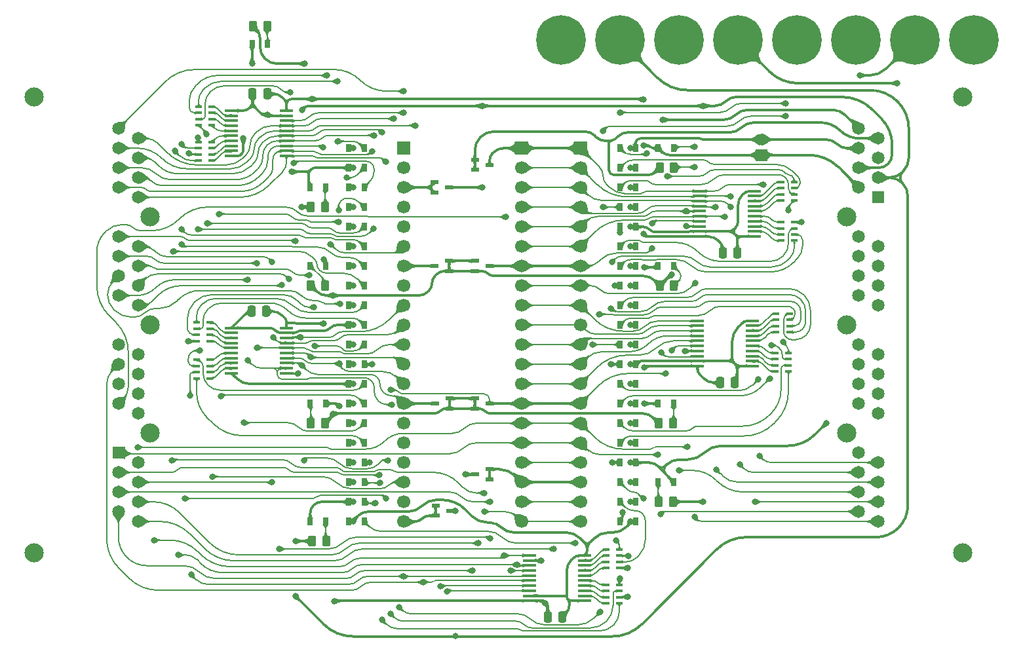
<source format=gtl>
%TF.GenerationSoftware,KiCad,Pcbnew,9.0.4*%
%TF.CreationDate,2025-09-13T10:50:57+02:00*%
%TF.ProjectId,HCP65 40 Pin Tester,48435036-3520-4343-9020-50696e205465,V1*%
%TF.SameCoordinates,Original*%
%TF.FileFunction,Copper,L1,Top*%
%TF.FilePolarity,Positive*%
%FSLAX46Y46*%
G04 Gerber Fmt 4.6, Leading zero omitted, Abs format (unit mm)*
G04 Created by KiCad (PCBNEW 9.0.4) date 2025-09-13 10:50:57*
%MOMM*%
%LPD*%
G01*
G04 APERTURE LIST*
G04 Aperture macros list*
%AMRoundRect*
0 Rectangle with rounded corners*
0 $1 Rounding radius*
0 $2 $3 $4 $5 $6 $7 $8 $9 X,Y pos of 4 corners*
0 Add a 4 corners polygon primitive as box body*
4,1,4,$2,$3,$4,$5,$6,$7,$8,$9,$2,$3,0*
0 Add four circle primitives for the rounded corners*
1,1,$1+$1,$2,$3*
1,1,$1+$1,$4,$5*
1,1,$1+$1,$6,$7*
1,1,$1+$1,$8,$9*
0 Add four rect primitives between the rounded corners*
20,1,$1+$1,$2,$3,$4,$5,0*
20,1,$1+$1,$4,$5,$6,$7,0*
20,1,$1+$1,$6,$7,$8,$9,0*
20,1,$1+$1,$8,$9,$2,$3,0*%
G04 Aperture macros list end*
%TA.AperFunction,SMDPad,CuDef*%
%ADD10R,0.800000X1.000000*%
%TD*%
%TA.AperFunction,ComponentPad*%
%ADD11C,6.400000*%
%TD*%
%TA.AperFunction,ComponentPad*%
%ADD12R,1.500000X1.500000*%
%TD*%
%TA.AperFunction,ComponentPad*%
%ADD13C,1.500000*%
%TD*%
%TA.AperFunction,SMDPad,CuDef*%
%ADD14RoundRect,0.250000X-0.262500X-0.450000X0.262500X-0.450000X0.262500X0.450000X-0.262500X0.450000X0*%
%TD*%
%TA.AperFunction,SMDPad,CuDef*%
%ADD15R,1.800000X0.450000*%
%TD*%
%TA.AperFunction,SMDPad,CuDef*%
%ADD16R,0.900000X0.450000*%
%TD*%
%TA.AperFunction,SMDPad,CuDef*%
%ADD17R,1.000000X0.550000*%
%TD*%
%TA.AperFunction,SMDPad,CuDef*%
%ADD18RoundRect,0.250000X-0.250000X-0.475000X0.250000X-0.475000X0.250000X0.475000X-0.250000X0.475000X0*%
%TD*%
%TA.AperFunction,SMDPad,CuDef*%
%ADD19RoundRect,0.250000X0.250000X0.475000X-0.250000X0.475000X-0.250000X-0.475000X0.250000X-0.475000X0*%
%TD*%
%TA.AperFunction,ComponentPad*%
%ADD20R,1.650000X1.650000*%
%TD*%
%TA.AperFunction,ComponentPad*%
%ADD21C,1.650000*%
%TD*%
%TA.AperFunction,ComponentPad*%
%ADD22C,2.475000*%
%TD*%
%TA.AperFunction,ComponentPad*%
%ADD23R,1.700000X1.700000*%
%TD*%
%TA.AperFunction,ComponentPad*%
%ADD24C,1.700000*%
%TD*%
%TA.AperFunction,ViaPad*%
%ADD25C,0.800000*%
%TD*%
%TA.AperFunction,Conductor*%
%ADD26C,0.380000*%
%TD*%
%TA.AperFunction,Conductor*%
%ADD27C,0.200000*%
%TD*%
G04 APERTURE END LIST*
D10*
%TO.P,LED36,1*%
%TO.N,/GNDb*%
X66786000Y-33020000D03*
%TO.P,LED36,2*%
%TO.N,/S27*%
X64785999Y-33020000D03*
%TD*%
%TO.P,LED4,1*%
%TO.N,Net-(LED4-Pad1)*%
X71736500Y-35560000D03*
%TO.P,LED4,2*%
%TO.N,/5Va*%
X69736499Y-35560000D03*
%TD*%
D11*
%TO.P,H5,1,1*%
%TO.N,/GNDa*%
X80010000Y11430000D03*
%TD*%
D10*
%TO.P,LED39,1*%
%TO.N,/GNDb*%
X66786000Y-40640000D03*
%TO.P,LED39,2*%
%TO.N,/S24*%
X64785999Y-40640000D03*
%TD*%
D11*
%TO.P,H4,1,1*%
%TO.N,/5Vc*%
X72390000Y11430000D03*
%TD*%
D10*
%TO.P,LED25,1*%
%TO.N,/GNDb*%
X66786000Y-45720000D03*
%TO.P,LED25,2*%
%TO.N,/S22*%
X64785999Y-45720000D03*
%TD*%
%TO.P,LED29,1*%
%TO.N,/GNDb*%
X29734000Y-48260000D03*
%TO.P,LED29,2*%
%TO.N,/S18*%
X31734001Y-48260000D03*
%TD*%
D12*
%TO.P,C10,1*%
%TO.N,/5Va*%
X83058000Y-3429000D03*
D13*
%TO.P,C10,2*%
%TO.N,/GNDb*%
X83058000Y-1428999D03*
%TD*%
D10*
%TO.P,LED19,1*%
%TO.N,/GNDb*%
X29734000Y-33020000D03*
%TO.P,LED19,2*%
%TO.N,/S12*%
X31734001Y-33020000D03*
%TD*%
D14*
%TO.P,R1,1*%
%TO.N,/5Vc*%
X24868500Y-10150000D03*
%TO.P,R1,2*%
%TO.N,Net-(LED1-Pad2)*%
X26693500Y-10150000D03*
%TD*%
D10*
%TO.P,LED12,1*%
%TO.N,/GNDb*%
X29734000Y-10160000D03*
%TO.P,LED12,2*%
%TO.N,/S3*%
X31734001Y-10160000D03*
%TD*%
D14*
%TO.P,R11,1*%
%TO.N,Net-(LED2-Pad2)*%
X69810500Y-48250000D03*
%TO.P,R11,2*%
%TO.N,/5Vc*%
X71635500Y-48250000D03*
%TD*%
D10*
%TO.P,LED14,1*%
%TO.N,/GNDb*%
X29734000Y-5080000D03*
%TO.P,LED14,2*%
%TO.N,/S1*%
X31734001Y-5080000D03*
%TD*%
%TO.P,LED5,1*%
%TO.N,/GNDb*%
X24767500Y-50800000D03*
%TO.P,LED5,2*%
%TO.N,Net-(LED5-Pad2)*%
X26767501Y-50800000D03*
%TD*%
%TO.P,LED46,1*%
%TO.N,/GNDb*%
X66786000Y-17780000D03*
%TO.P,LED46,2*%
%TO.N,/S33*%
X64785999Y-17780000D03*
%TD*%
D11*
%TO.P,H2,1,1*%
%TO.N,/5Va*%
X57150000Y11430000D03*
%TD*%
D10*
%TO.P,LED20,1*%
%TO.N,/GNDb*%
X29734000Y-30480000D03*
%TO.P,LED20,2*%
%TO.N,/S11*%
X31734001Y-30480000D03*
%TD*%
%TO.P,LED1,1*%
%TO.N,/GNDb*%
X24767500Y-7620000D03*
%TO.P,LED1,2*%
%TO.N,Net-(LED1-Pad2)*%
X26767501Y-7620000D03*
%TD*%
D15*
%TO.P,IC4,1,DIR*%
%TO.N,/GNDb*%
X81915000Y-30712000D03*
%TO.P,IC4,2,A0*%
%TO.N,Net-(IC4-A0)*%
X81915000Y-30062000D03*
%TO.P,IC4,3,A1*%
%TO.N,Net-(IC4-A1)*%
X81915001Y-29412000D03*
%TO.P,IC4,4,A2*%
%TO.N,Net-(IC4-A2)*%
X81915000Y-28762000D03*
%TO.P,IC4,5,A3*%
%TO.N,Net-(IC4-A3)*%
X81915000Y-28112000D03*
%TO.P,IC4,6,A4*%
%TO.N,Net-(IC4-A4)*%
X81915000Y-27462000D03*
%TO.P,IC4,7,A5*%
%TO.N,Net-(IC4-A5)*%
X81915000Y-26812000D03*
%TO.P,IC4,8,A6*%
%TO.N,Net-(IC4-A6)*%
X81915001Y-26162000D03*
%TO.P,IC4,9,A7*%
%TO.N,Net-(IC4-A7)*%
X81915000Y-25512000D03*
%TO.P,IC4,10,GND*%
%TO.N,/GNDb*%
X81915000Y-24862000D03*
%TO.P,IC4,11,B7*%
%TO.N,/IO31*%
X74815000Y-24862000D03*
%TO.P,IC4,12,B6*%
%TO.N,/IO30*%
X74815000Y-25512000D03*
%TO.P,IC4,13,B5*%
%TO.N,/IO29*%
X74814999Y-26162000D03*
%TO.P,IC4,14,B4*%
%TO.N,/IO28*%
X74815000Y-26812000D03*
%TO.P,IC4,15,B3*%
%TO.N,/IO27*%
X74815000Y-27462000D03*
%TO.P,IC4,16,B2*%
%TO.N,/IO26*%
X74815000Y-28112000D03*
%TO.P,IC4,17,B1*%
%TO.N,/IO25*%
X74815000Y-28762000D03*
%TO.P,IC4,18,B0*%
%TO.N,/IO24*%
X74814999Y-29412000D03*
%TO.P,IC4,19,~{OE}*%
%TO.N,/GNDb*%
X74815000Y-30062000D03*
%TO.P,IC4,20,5V*%
%TO.N,/5Va*%
X74815000Y-30712000D03*
%TD*%
D10*
%TO.P,LED30,1*%
%TO.N,/GNDb*%
X29734000Y-45720000D03*
%TO.P,LED30,2*%
%TO.N,/S17*%
X31734001Y-45720000D03*
%TD*%
D16*
%TO.P,RN1,1,R1*%
%TO.N,Net-(IC1-A7)*%
X12061000Y-4149200D03*
%TO.P,RN1,2,R2*%
%TO.N,Net-(IC1-A6)*%
X12061000Y-3349200D03*
%TO.P,RN1,3,R3*%
%TO.N,Net-(IC1-A5)*%
X12061000Y-2549200D03*
%TO.P,RN1,4,R4*%
%TO.N,Net-(IC1-A4)*%
X12061000Y-1749200D03*
%TO.P,RN1,5,R4*%
%TO.N,/S4*%
X10361000Y-1749200D03*
%TO.P,RN1,6,R3*%
%TO.N,/S5*%
X10361000Y-2549200D03*
%TO.P,RN1,7,R2*%
%TO.N,/S6*%
X10361000Y-3349200D03*
%TO.P,RN1,8,R1*%
%TO.N,/S7*%
X10361000Y-4149200D03*
%TD*%
D10*
%TO.P,LED27,1*%
%TO.N,/GNDb*%
X66786000Y-50800000D03*
%TO.P,LED27,2*%
%TO.N,/S20*%
X64785999Y-50800000D03*
%TD*%
D17*
%TO.P,D5,1,K1*%
%TO.N,/IO19*%
X40960000Y-48753000D03*
%TO.P,D5,2,K2*%
X40960000Y-50053000D03*
%TO.P,D5,3,A*%
%TO.N,/5Vb*%
X42859999Y-49403000D03*
%TD*%
D10*
%TO.P,LED22,1*%
%TO.N,/GNDb*%
X29734000Y-25400000D03*
%TO.P,LED22,2*%
%TO.N,/S9*%
X31734001Y-25400000D03*
%TD*%
D11*
%TO.P,H6,1,1*%
%TO.N,/GNDc*%
X95250000Y11430000D03*
%TD*%
D10*
%TO.P,LED9,1*%
%TO.N,/GNDb*%
X29734000Y-17780000D03*
%TO.P,LED9,2*%
%TO.N,/S6*%
X31734001Y-17780000D03*
%TD*%
D14*
%TO.P,R7,1*%
%TO.N,Net-(LED8-Pad1)*%
X24868500Y-38090000D03*
%TO.P,R7,2*%
%TO.N,/GNDd*%
X26693500Y-38090000D03*
%TD*%
D10*
%TO.P,LED8,1*%
%TO.N,Net-(LED8-Pad1)*%
X24767500Y-35560000D03*
%TO.P,LED8,2*%
%TO.N,/5Va*%
X26767501Y-35560000D03*
%TD*%
%TO.P,LED34,1*%
%TO.N,/GNDb*%
X66786000Y-27940000D03*
%TO.P,LED34,2*%
%TO.N,/S29*%
X64785999Y-27940000D03*
%TD*%
D16*
%TO.P,RN3,1,R1*%
%TO.N,Net-(IC4-A7)*%
X84979000Y-23920000D03*
%TO.P,RN3,2,R2*%
%TO.N,Net-(IC4-A6)*%
X84979000Y-24720000D03*
%TO.P,RN3,3,R3*%
%TO.N,Net-(IC4-A5)*%
X84979000Y-25520000D03*
%TO.P,RN3,4,R4*%
%TO.N,Net-(IC4-A4)*%
X84979000Y-26320000D03*
%TO.P,RN3,5,R4*%
%TO.N,/S28*%
X86679000Y-26320000D03*
%TO.P,RN3,6,R3*%
%TO.N,/S29*%
X86679000Y-25520000D03*
%TO.P,RN3,7,R2*%
%TO.N,/S30*%
X86679000Y-24720000D03*
%TO.P,RN3,8,R1*%
%TO.N,/S31*%
X86679000Y-23920000D03*
%TD*%
D10*
%TO.P,LED26,1*%
%TO.N,/GNDb*%
X66786000Y-48260000D03*
%TO.P,LED26,2*%
%TO.N,/S21*%
X64785999Y-48260000D03*
%TD*%
%TO.P,LED13,1*%
%TO.N,/GNDb*%
X29734000Y-7620000D03*
%TO.P,LED13,2*%
%TO.N,/S2*%
X31734001Y-7620000D03*
%TD*%
%TO.P,LED21,1*%
%TO.N,/GNDb*%
X29734000Y-27940000D03*
%TO.P,LED21,2*%
%TO.N,/S10*%
X31734001Y-27940000D03*
%TD*%
%TO.P,LED15,1*%
%TO.N,/GNDb*%
X29734000Y-2540000D03*
%TO.P,LED15,2*%
%TO.N,/S0*%
X31734001Y-2540000D03*
%TD*%
%TO.P,LED43,1*%
%TO.N,/GNDb*%
X66786000Y-10160000D03*
%TO.P,LED43,2*%
%TO.N,/S36*%
X64785999Y-10160000D03*
%TD*%
D18*
%TO.P,C4,1*%
%TO.N,/5Va*%
X55454000Y-63119000D03*
%TO.P,C4,2*%
%TO.N,/GNDb*%
X57354000Y-63119000D03*
%TD*%
D10*
%TO.P,LED16,1*%
%TO.N,/GNDb*%
X29734000Y-40640000D03*
%TO.P,LED16,2*%
%TO.N,/S15*%
X31734001Y-40640000D03*
%TD*%
%TO.P,LED3,1*%
%TO.N,Net-(LED3-Pad1)*%
X71707000Y-17780000D03*
%TO.P,LED3,2*%
%TO.N,/5Va*%
X69706999Y-17780000D03*
%TD*%
D18*
%TO.P,C2,1*%
%TO.N,/5Va*%
X77735000Y-32867000D03*
%TO.P,C2,2*%
%TO.N,/GNDb*%
X79635000Y-32867000D03*
%TD*%
D17*
%TO.P,D1,1,K1*%
%TO.N,/IO2*%
X40833000Y-6970000D03*
%TO.P,D1,2,K2*%
X40833000Y-8270000D03*
%TO.P,D1,3,A*%
%TO.N,/5Vc*%
X42732999Y-7620000D03*
%TD*%
D16*
%TO.P,RN6,1,R1*%
%TO.N,Net-(IC2-A3)*%
X11801000Y-27489000D03*
%TO.P,RN6,2,R2*%
%TO.N,Net-(IC2-A2)*%
X11801000Y-26689000D03*
%TO.P,RN6,3,R3*%
%TO.N,Net-(IC2-A1)*%
X11801000Y-25889000D03*
%TO.P,RN6,4,R4*%
%TO.N,Net-(IC2-A0)*%
X11801000Y-25089000D03*
%TO.P,RN6,5,R4*%
%TO.N,/S8*%
X10101000Y-25089000D03*
%TO.P,RN6,6,R3*%
%TO.N,/S9*%
X10101000Y-25889000D03*
%TO.P,RN6,7,R2*%
%TO.N,/S10*%
X10101000Y-26689000D03*
%TO.P,RN6,8,R1*%
%TO.N,/S11*%
X10101000Y-27489000D03*
%TD*%
D15*
%TO.P,IC1,1,DIR*%
%TO.N,/GNDb*%
X14611000Y2290000D03*
%TO.P,IC1,2,A0*%
%TO.N,Net-(IC1-A0)*%
X14611000Y1640000D03*
%TO.P,IC1,3,A1*%
%TO.N,Net-(IC1-A1)*%
X14610999Y990000D03*
%TO.P,IC1,4,A2*%
%TO.N,Net-(IC1-A2)*%
X14611000Y340000D03*
%TO.P,IC1,5,A3*%
%TO.N,Net-(IC1-A3)*%
X14611000Y-310000D03*
%TO.P,IC1,6,A4*%
%TO.N,Net-(IC1-A4)*%
X14611000Y-960000D03*
%TO.P,IC1,7,A5*%
%TO.N,Net-(IC1-A5)*%
X14611000Y-1610000D03*
%TO.P,IC1,8,A6*%
%TO.N,Net-(IC1-A6)*%
X14610999Y-2260000D03*
%TO.P,IC1,9,A7*%
%TO.N,Net-(IC1-A7)*%
X14611000Y-2910000D03*
%TO.P,IC1,10,GND*%
%TO.N,/GNDb*%
X14611000Y-3560000D03*
%TO.P,IC1,11,B7*%
%TO.N,/IO7*%
X21711000Y-3560000D03*
%TO.P,IC1,12,B6*%
%TO.N,/IO6*%
X21711000Y-2910000D03*
%TO.P,IC1,13,B5*%
%TO.N,/IO5*%
X21711001Y-2260000D03*
%TO.P,IC1,14,B4*%
%TO.N,/IO4*%
X21711000Y-1610000D03*
%TO.P,IC1,15,B3*%
%TO.N,/IO3*%
X21711000Y-960000D03*
%TO.P,IC1,16,B2*%
%TO.N,/IO2*%
X21711000Y-310000D03*
%TO.P,IC1,17,B1*%
%TO.N,/IO1*%
X21711000Y340000D03*
%TO.P,IC1,18,B0*%
%TO.N,/IO0*%
X21711001Y990000D03*
%TO.P,IC1,19,~{OE}*%
%TO.N,/GNDb*%
X21711000Y1640000D03*
%TO.P,IC1,20,5V*%
%TO.N,/5Va*%
X21711000Y2290000D03*
%TD*%
D19*
%TO.P,C5,1*%
%TO.N,/5Va*%
X19095000Y-23622000D03*
%TO.P,C5,2*%
%TO.N,/GNDb*%
X17195000Y-23622000D03*
%TD*%
D15*
%TO.P,IC3,1,DIR*%
%TO.N,/GNDb*%
X60198000Y-61050000D03*
%TO.P,IC3,2,A0*%
%TO.N,Net-(IC3-A0)*%
X60198000Y-60400000D03*
%TO.P,IC3,3,A1*%
%TO.N,Net-(IC3-A1)*%
X60198001Y-59750000D03*
%TO.P,IC3,4,A2*%
%TO.N,Net-(IC3-A2)*%
X60198000Y-59100000D03*
%TO.P,IC3,5,A3*%
%TO.N,Net-(IC3-A3)*%
X60198000Y-58450000D03*
%TO.P,IC3,6,A4*%
%TO.N,Net-(IC3-A4)*%
X60198000Y-57800000D03*
%TO.P,IC3,7,A5*%
%TO.N,Net-(IC3-A5)*%
X60198000Y-57150000D03*
%TO.P,IC3,8,A6*%
%TO.N,Net-(IC3-A6)*%
X60198001Y-56500000D03*
%TO.P,IC3,9,A7*%
%TO.N,Net-(IC3-A7)*%
X60198000Y-55850000D03*
%TO.P,IC3,10,GND*%
%TO.N,/GNDb*%
X60198000Y-55200000D03*
%TO.P,IC3,11,B7*%
%TO.N,/IO23*%
X53098000Y-55200000D03*
%TO.P,IC3,12,B6*%
%TO.N,/IO22*%
X53098000Y-55850000D03*
%TO.P,IC3,13,B5*%
%TO.N,/IO21*%
X53097999Y-56500000D03*
%TO.P,IC3,14,B4*%
%TO.N,/IO20*%
X53098000Y-57150000D03*
%TO.P,IC3,15,B3*%
%TO.N,/IO19*%
X53098000Y-57800000D03*
%TO.P,IC3,16,B2*%
%TO.N,/IO18*%
X53098000Y-58450000D03*
%TO.P,IC3,17,B1*%
%TO.N,/IO17*%
X53098000Y-59100000D03*
%TO.P,IC3,18,B0*%
%TO.N,/IO16*%
X53097999Y-59750000D03*
%TO.P,IC3,19,~{OE}*%
%TO.N,/GNDb*%
X53098000Y-60400000D03*
%TO.P,IC3,20,5V*%
%TO.N,/5Va*%
X53098000Y-61050000D03*
%TD*%
D10*
%TO.P,LED6,1*%
%TO.N,Net-(LED6-Pad1)*%
X71736500Y-2540000D03*
%TO.P,LED6,2*%
%TO.N,/5Va*%
X69736499Y-2540000D03*
%TD*%
D16*
%TO.P,RN9,1,R1*%
%TO.N,Net-(IC3-A3)*%
X63008000Y-58998000D03*
%TO.P,RN9,2,R2*%
%TO.N,Net-(IC3-A2)*%
X63008000Y-59798000D03*
%TO.P,RN9,3,R3*%
%TO.N,Net-(IC3-A1)*%
X63008000Y-60598000D03*
%TO.P,RN9,4,R4*%
%TO.N,Net-(IC3-A0)*%
X63008000Y-61398000D03*
%TO.P,RN9,5,R4*%
%TO.N,/S16*%
X64708000Y-61398000D03*
%TO.P,RN9,6,R3*%
%TO.N,/S17*%
X64708000Y-60598000D03*
%TO.P,RN9,7,R2*%
%TO.N,/S18*%
X64708000Y-59798000D03*
%TO.P,RN9,8,R1*%
%TO.N,/S19*%
X64708000Y-58998000D03*
%TD*%
D10*
%TO.P,LED17,1*%
%TO.N,/GNDb*%
X29734000Y-38100000D03*
%TO.P,LED17,2*%
%TO.N,/S14*%
X31734001Y-38100000D03*
%TD*%
%TO.P,LED18,1*%
%TO.N,/GNDb*%
X29734000Y-35560000D03*
%TO.P,LED18,2*%
%TO.N,/S13*%
X31734001Y-35560000D03*
%TD*%
%TO.P,LED49,1*%
%TO.N,/GNDb*%
X17272000Y10922000D03*
%TO.P,LED49,2*%
%TO.N,Net-(LED49-Pad2)*%
X19272001Y10922000D03*
%TD*%
D19*
%TO.P,C1,1*%
%TO.N,/5Va*%
X19234000Y4460000D03*
%TO.P,C1,2*%
%TO.N,/GNDb*%
X17334000Y4460000D03*
%TD*%
D20*
%TO.P,J1,A1,A1*%
%TO.N,/IO24*%
X0Y-41910000D03*
D21*
%TO.P,J1,A2,A2*%
%TO.N,/IO25*%
X2540000Y-43180000D03*
%TO.P,J1,A3,A3*%
%TO.N,/IO26*%
X0Y-44450000D03*
%TO.P,J1,A4,A4*%
%TO.N,/IO27*%
X2540000Y-45720000D03*
%TO.P,J1,A5,A5*%
%TO.N,/IO28*%
X0Y-46989999D03*
%TO.P,J1,A6,A6*%
%TO.N,/IO29*%
X2540000Y-48260000D03*
%TO.P,J1,A7,A7*%
%TO.N,/IO30*%
X0Y-49530000D03*
%TO.P,J1,A8,A8*%
%TO.N,/IO31*%
X2540000Y-50800000D03*
%TO.P,J1,B1,B1*%
%TO.N,/IO16*%
X0Y-27940000D03*
%TO.P,J1,B2,B2*%
%TO.N,/IO17*%
X2540000Y-29210000D03*
%TO.P,J1,B3,B3*%
%TO.N,/IO18*%
X0Y-30479999D03*
%TO.P,J1,B4,B4*%
%TO.N,/IO19*%
X2540000Y-31750000D03*
%TO.P,J1,B5,B5*%
%TO.N,/IO20*%
X0Y-33020000D03*
%TO.P,J1,B6,B6*%
%TO.N,/IO21*%
X2540000Y-34290000D03*
%TO.P,J1,B7,B7*%
%TO.N,/IO22*%
X0Y-35560000D03*
%TO.P,J1,B8,B8*%
%TO.N,/IO23*%
X2540000Y-36830000D03*
%TO.P,J1,C1,C1*%
%TO.N,/IO8*%
X0Y-13970001D03*
%TO.P,J1,C2,C2*%
%TO.N,/IO9*%
X2540000Y-15240000D03*
%TO.P,J1,C3,C3*%
%TO.N,/IO10*%
X0Y-16510000D03*
%TO.P,J1,C4,C4*%
%TO.N,/IO11*%
X2540000Y-17780000D03*
%TO.P,J1,C5,C5*%
%TO.N,/IO12*%
X0Y-19050000D03*
%TO.P,J1,C6,C6*%
%TO.N,/IO13*%
X2540000Y-20320000D03*
%TO.P,J1,C7,C7*%
%TO.N,/IO14*%
X0Y-21590000D03*
%TO.P,J1,C8,C8*%
%TO.N,/IO15*%
X2540000Y-22860000D03*
%TO.P,J1,D1,D1*%
%TO.N,/IO0*%
X0Y0D03*
%TO.P,J1,D2,D2*%
%TO.N,/IO1*%
X2540000Y-1270000D03*
%TO.P,J1,D3,D3*%
%TO.N,/IO2*%
X0Y-2540000D03*
%TO.P,J1,D4,D4*%
%TO.N,/IO3*%
X2540000Y-3810000D03*
%TO.P,J1,D5,D5*%
%TO.N,/IO4*%
X0Y-5080000D03*
%TO.P,J1,D6,D6*%
%TO.N,/IO5*%
X2540000Y-6350000D03*
%TO.P,J1,D7,D7*%
%TO.N,/IO6*%
X0Y-7619999D03*
%TO.P,J1,D8,D8*%
%TO.N,/IO7*%
X2540000Y-8890000D03*
D22*
%TO.P,J1,MH1,MH1*%
%TO.N,unconnected-(J1-PadMH1)*%
X-10920000Y4060000D03*
%TO.P,J1,MH2,MH2*%
%TO.N,unconnected-(J1-PadMH2)*%
X4060000Y-11430000D03*
%TO.P,J1,MH3,MH3*%
%TO.N,unconnected-(J1-PadMH3)*%
X4060000Y-25400001D03*
%TO.P,J1,MH4,MH4*%
%TO.N,unconnected-(J1-PadMH4)*%
X4060000Y-39370000D03*
%TO.P,J1,MH5,MH5*%
%TO.N,unconnected-(J1-PadMH5)*%
X-10920000Y-54860000D03*
%TD*%
D10*
%TO.P,LED37,1*%
%TO.N,/GNDb*%
X66786000Y-35560000D03*
%TO.P,LED37,2*%
%TO.N,/S26*%
X64785999Y-35560000D03*
%TD*%
D11*
%TO.P,H1,1,1*%
%TO.N,/12V*%
X110490000Y11430000D03*
%TD*%
D10*
%TO.P,LED31,1*%
%TO.N,/GNDb*%
X29734000Y-43180000D03*
%TO.P,LED31,2*%
%TO.N,/S16*%
X31734001Y-43180000D03*
%TD*%
D16*
%TO.P,RN2,1,R1*%
%TO.N,Net-(IC1-A3)*%
X12061000Y417800D03*
%TO.P,RN2,2,R2*%
%TO.N,Net-(IC1-A2)*%
X12061000Y1217800D03*
%TO.P,RN2,3,R3*%
%TO.N,Net-(IC1-A1)*%
X12061000Y2017800D03*
%TO.P,RN2,4,R4*%
%TO.N,Net-(IC1-A0)*%
X12061000Y2817800D03*
%TO.P,RN2,5,R4*%
%TO.N,/S0*%
X10361000Y2817800D03*
%TO.P,RN2,6,R3*%
%TO.N,/S1*%
X10361000Y2017800D03*
%TO.P,RN2,7,R2*%
%TO.N,/S2*%
X10361000Y1217800D03*
%TO.P,RN2,8,R1*%
%TO.N,/S3*%
X10361000Y417800D03*
%TD*%
D10*
%TO.P,LED42,1*%
%TO.N,/GNDb*%
X66786000Y-7620000D03*
%TO.P,LED42,2*%
%TO.N,/S37*%
X64785999Y-7620000D03*
%TD*%
D17*
%TO.P,D8,1,K1*%
%TO.N,/GNDd*%
X42794000Y-36210000D03*
%TO.P,D8,2,K2*%
X42794000Y-34910000D03*
%TO.P,D8,3,A*%
%TO.N,/IO13*%
X40894001Y-35560000D03*
%TD*%
D10*
%TO.P,LED44,1*%
%TO.N,/GNDb*%
X66786000Y-12700000D03*
%TO.P,LED44,2*%
%TO.N,/S35*%
X64785999Y-12700000D03*
%TD*%
D14*
%TO.P,R4,1*%
%TO.N,/5Vb*%
X24995500Y-53330000D03*
%TO.P,R4,2*%
%TO.N,Net-(LED5-Pad2)*%
X26820500Y-53330000D03*
%TD*%
D18*
%TO.P,C3,1*%
%TO.N,/5Va*%
X78066000Y-16103000D03*
%TO.P,C3,2*%
%TO.N,/GNDb*%
X79966000Y-16103000D03*
%TD*%
D23*
%TO.P,J8,1,Pin_1*%
%TO.N,/IO0*%
X36830000Y-2540000D03*
D24*
%TO.P,J8,2,Pin_2*%
%TO.N,/IO1*%
X36830000Y-5080000D03*
%TO.P,J8,3,Pin_3*%
%TO.N,/IO2*%
X36830000Y-7619999D03*
%TO.P,J8,4,Pin_4*%
%TO.N,/IO3*%
X36830000Y-10160000D03*
%TO.P,J8,5,Pin_5*%
%TO.N,/IO4*%
X36830000Y-12700000D03*
%TO.P,J8,6,Pin_6*%
%TO.N,/IO5*%
X36830000Y-15240000D03*
%TO.P,J8,7,Pin_7*%
%TO.N,/IO6*%
X36830000Y-17780000D03*
%TO.P,J8,8,Pin_8*%
%TO.N,/IO7*%
X36830000Y-20320001D03*
%TO.P,J8,9,Pin_9*%
%TO.N,/IO8*%
X36830000Y-22860000D03*
%TO.P,J8,10,Pin_10*%
%TO.N,/IO9*%
X36830000Y-25400000D03*
%TO.P,J8,11,Pin_11*%
%TO.N,/IO10*%
X36830000Y-27940000D03*
%TO.P,J8,12,Pin_12*%
%TO.N,/IO11*%
X36830000Y-30479999D03*
%TO.P,J8,13,Pin_13*%
%TO.N,/IO12*%
X36830000Y-33020000D03*
%TO.P,J8,14,Pin_14*%
%TO.N,/IO13*%
X36830000Y-35560000D03*
%TO.P,J8,15,Pin_15*%
%TO.N,/IO14*%
X36830000Y-38100000D03*
%TO.P,J8,16,Pin_16*%
%TO.N,/IO15*%
X36830000Y-40639999D03*
%TO.P,J8,17,Pin_17*%
%TO.N,/IO16*%
X36830000Y-43180001D03*
%TO.P,J8,18,Pin_18*%
%TO.N,/IO17*%
X36830000Y-45720000D03*
%TO.P,J8,19,Pin_19*%
%TO.N,/IO18*%
X36830000Y-48260000D03*
%TO.P,J8,20,Pin_20*%
%TO.N,/IO19*%
X36830000Y-50800000D03*
%TD*%
D17*
%TO.P,D7,1,K1*%
%TO.N,/GNDd*%
X42733000Y-18430000D03*
%TO.P,D7,2,K2*%
X42733000Y-17130000D03*
%TO.P,D7,3,A*%
%TO.N,/IO6*%
X40833001Y-17780000D03*
%TD*%
D11*
%TO.P,H7,1,1*%
%TO.N,/GNDb*%
X87630000Y11430000D03*
%TD*%
D10*
%TO.P,LED7,1*%
%TO.N,Net-(LED7-Pad1)*%
X24767500Y-17780000D03*
%TO.P,LED7,2*%
%TO.N,/5Va*%
X26767501Y-17780000D03*
%TD*%
D11*
%TO.P,H8,1,1*%
%TO.N,/GNDd*%
X102870000Y11430000D03*
%TD*%
D10*
%TO.P,LED23,1*%
%TO.N,/GNDb*%
X29734000Y-22860000D03*
%TO.P,LED23,2*%
%TO.N,/S8*%
X31734001Y-22860000D03*
%TD*%
%TO.P,LED24,1*%
%TO.N,/GNDb*%
X66786000Y-43180000D03*
%TO.P,LED24,2*%
%TO.N,/S23*%
X64785999Y-43180000D03*
%TD*%
D17*
%TO.P,D6,1,K1*%
%TO.N,/GNDc*%
X46040000Y-4049000D03*
%TO.P,D6,2,K2*%
X46040000Y-5349000D03*
%TO.P,D6,3,A*%
%TO.N,/IO39*%
X47939999Y-4699000D03*
%TD*%
D10*
%TO.P,LED35,1*%
%TO.N,/GNDb*%
X66786000Y-30480000D03*
%TO.P,LED35,2*%
%TO.N,/S28*%
X64785999Y-30480000D03*
%TD*%
%TO.P,LED10,1*%
%TO.N,/GNDb*%
X29734000Y-15240000D03*
%TO.P,LED10,2*%
%TO.N,/S5*%
X31734001Y-15240000D03*
%TD*%
D16*
%TO.P,RN4,1,R1*%
%TO.N,Net-(IC4-A3)*%
X84852000Y-29000000D03*
%TO.P,RN4,2,R2*%
%TO.N,Net-(IC4-A2)*%
X84852000Y-29800000D03*
%TO.P,RN4,3,R3*%
%TO.N,Net-(IC4-A1)*%
X84852000Y-30600000D03*
%TO.P,RN4,4,R4*%
%TO.N,Net-(IC4-A0)*%
X84852000Y-31400000D03*
%TO.P,RN4,5,R4*%
%TO.N,/S24*%
X86552000Y-31400000D03*
%TO.P,RN4,6,R3*%
%TO.N,/S25*%
X86552000Y-30600000D03*
%TO.P,RN4,7,R2*%
%TO.N,/S26*%
X86552000Y-29800000D03*
%TO.P,RN4,8,R1*%
%TO.N,/S27*%
X86552000Y-29000000D03*
%TD*%
D23*
%TO.P,J3,1,Pin_1*%
%TO.N,/IO39*%
X52070000Y-2540000D03*
D24*
%TO.P,J3,2,Pin_2*%
%TO.N,/IO38*%
X52070000Y-5080000D03*
%TO.P,J3,3,Pin_3*%
%TO.N,/IO37*%
X52070000Y-7619999D03*
%TO.P,J3,4,Pin_4*%
%TO.N,/IO36*%
X52070000Y-10160000D03*
%TO.P,J3,5,Pin_5*%
%TO.N,/IO35*%
X52070000Y-12700000D03*
%TO.P,J3,6,Pin_6*%
%TO.N,/IO34*%
X52070000Y-15240000D03*
%TO.P,J3,7,Pin_7*%
%TO.N,/IO33*%
X52070000Y-17780000D03*
%TO.P,J3,8,Pin_8*%
%TO.N,/IO32*%
X52070000Y-20320001D03*
%TO.P,J3,9,Pin_9*%
%TO.N,/IO31*%
X52070000Y-22860000D03*
%TO.P,J3,10,Pin_10*%
%TO.N,/IO30*%
X52070000Y-25400000D03*
%TO.P,J3,11,Pin_11*%
%TO.N,/IO29*%
X52070000Y-27940000D03*
%TO.P,J3,12,Pin_12*%
%TO.N,/IO28*%
X52070000Y-30479999D03*
%TO.P,J3,13,Pin_13*%
%TO.N,/IO27*%
X52070000Y-33020000D03*
%TO.P,J3,14,Pin_14*%
%TO.N,/IO26*%
X52070000Y-35560000D03*
%TO.P,J3,15,Pin_15*%
%TO.N,/IO25*%
X52070000Y-38100000D03*
%TO.P,J3,16,Pin_16*%
%TO.N,/IO24*%
X52070000Y-40639999D03*
%TO.P,J3,17,Pin_17*%
%TO.N,/IO23*%
X52070000Y-43180001D03*
%TO.P,J3,18,Pin_18*%
%TO.N,/IO22*%
X52070000Y-45720000D03*
%TO.P,J3,19,Pin_19*%
%TO.N,/IO21*%
X52070000Y-48260000D03*
%TO.P,J3,20,Pin_20*%
%TO.N,/IO20*%
X52070000Y-50800000D03*
%TD*%
D10*
%TO.P,LED47,1*%
%TO.N,/GNDb*%
X66786000Y-20320000D03*
%TO.P,LED47,2*%
%TO.N,/S32*%
X64785999Y-20320000D03*
%TD*%
D16*
%TO.P,RN10,1,R1*%
%TO.N,Net-(IC3-A7)*%
X63008000Y-54426000D03*
%TO.P,RN10,2,R2*%
%TO.N,Net-(IC3-A6)*%
X63008000Y-55226000D03*
%TO.P,RN10,3,R3*%
%TO.N,Net-(IC3-A5)*%
X63008000Y-56026000D03*
%TO.P,RN10,4,R4*%
%TO.N,Net-(IC3-A4)*%
X63008000Y-56826000D03*
%TO.P,RN10,5,R4*%
%TO.N,/S20*%
X64708000Y-56826000D03*
%TO.P,RN10,6,R3*%
%TO.N,/S21*%
X64708000Y-56026000D03*
%TO.P,RN10,7,R2*%
%TO.N,/S22*%
X64708000Y-55226000D03*
%TO.P,RN10,8,R1*%
%TO.N,/S23*%
X64708000Y-54426000D03*
%TD*%
D10*
%TO.P,LED33,1*%
%TO.N,/GNDb*%
X66786000Y-25400000D03*
%TO.P,LED33,2*%
%TO.N,/S30*%
X64785999Y-25400000D03*
%TD*%
D16*
%TO.P,RN5,1,R1*%
%TO.N,Net-(IC2-A7)*%
X11801000Y-32315000D03*
%TO.P,RN5,2,R2*%
%TO.N,Net-(IC2-A6)*%
X11801000Y-31515000D03*
%TO.P,RN5,3,R3*%
%TO.N,Net-(IC2-A5)*%
X11801000Y-30715000D03*
%TO.P,RN5,4,R4*%
%TO.N,Net-(IC2-A4)*%
X11801000Y-29915000D03*
%TO.P,RN5,5,R4*%
%TO.N,/S12*%
X10101000Y-29915000D03*
%TO.P,RN5,6,R3*%
%TO.N,/S13*%
X10101000Y-30715000D03*
%TO.P,RN5,7,R2*%
%TO.N,/S14*%
X10101000Y-31515000D03*
%TO.P,RN5,8,R1*%
%TO.N,/S15*%
X10101000Y-32315000D03*
%TD*%
D10*
%TO.P,LED32,1*%
%TO.N,/GNDb*%
X66786000Y-22860000D03*
%TO.P,LED32,2*%
%TO.N,/S31*%
X64785999Y-22860000D03*
%TD*%
D17*
%TO.P,D4,1,K1*%
%TO.N,/GNDd*%
X46040000Y-34910000D03*
%TO.P,D4,2,K2*%
X46040000Y-36210000D03*
%TO.P,D4,3,A*%
%TO.N,/IO26*%
X47939999Y-35560000D03*
%TD*%
D20*
%TO.P,J4,A1,A1*%
%TO.N,/12V*%
X98173500Y-8890000D03*
D21*
%TO.P,J4,A2,A2*%
%TO.N,/5Va*%
X95633500Y-7620000D03*
%TO.P,J4,A3,A3*%
%TO.N,/5Vb*%
X98173500Y-6350000D03*
%TO.P,J4,A4,A4*%
%TO.N,/5Vc*%
X95633500Y-5080000D03*
%TO.P,J4,A5,A5*%
%TO.N,/GNDa*%
X98173500Y-3810001D03*
%TO.P,J4,A6,A6*%
%TO.N,/GNDb*%
X95633500Y-2540000D03*
%TO.P,J4,A7,A7*%
%TO.N,/GNDc*%
X98173500Y-1270000D03*
%TO.P,J4,A8,A8*%
%TO.N,/GNDd*%
X95633500Y0D03*
%TO.P,J4,B1,B1*%
%TO.N,unconnected-(J4-PadB1)*%
X98173500Y-22860000D03*
%TO.P,J4,B2,B2*%
%TO.N,unconnected-(J4-PadB2)*%
X95633500Y-21590000D03*
%TO.P,J4,B3,B3*%
%TO.N,unconnected-(J4-PadB3)*%
X98173500Y-20320001D03*
%TO.P,J4,B4,B4*%
%TO.N,unconnected-(J4-PadB4)*%
X95633500Y-19050000D03*
%TO.P,J4,B5,B5*%
%TO.N,unconnected-(J4-PadB5)*%
X98173500Y-17780000D03*
%TO.P,J4,B6,B6*%
%TO.N,unconnected-(J4-PadB6)*%
X95633500Y-16510000D03*
%TO.P,J4,B7,B7*%
%TO.N,unconnected-(J4-PadB7)*%
X98173500Y-15240000D03*
%TO.P,J4,B8,B8*%
%TO.N,unconnected-(J4-PadB8)*%
X95633500Y-13970000D03*
%TO.P,J4,C1,C1*%
%TO.N,unconnected-(J4-PadC1)*%
X98173500Y-36829999D03*
%TO.P,J4,C2,C2*%
%TO.N,unconnected-(J4-PadC2)*%
X95633500Y-35560000D03*
%TO.P,J4,C3,C3*%
%TO.N,unconnected-(J4-PadC3)*%
X98173500Y-34290000D03*
%TO.P,J4,C4,C4*%
%TO.N,unconnected-(J4-PadC4)*%
X95633500Y-33020000D03*
%TO.P,J4,C5,C5*%
%TO.N,unconnected-(J4-PadC5)*%
X98173500Y-31750000D03*
%TO.P,J4,C6,C6*%
%TO.N,unconnected-(J4-PadC6)*%
X95633500Y-30480000D03*
%TO.P,J4,C7,C7*%
%TO.N,unconnected-(J4-PadC7)*%
X98173500Y-29210000D03*
%TO.P,J4,C8,C8*%
%TO.N,unconnected-(J4-PadC8)*%
X95633500Y-27940000D03*
%TO.P,J4,D1,D1*%
%TO.N,/IO32*%
X98173500Y-50800000D03*
%TO.P,J4,D2,D2*%
%TO.N,/IO33*%
X95633500Y-49530000D03*
%TO.P,J4,D3,D3*%
%TO.N,/IO34*%
X98173500Y-48260000D03*
%TO.P,J4,D4,D4*%
%TO.N,/IO35*%
X95633500Y-46990000D03*
%TO.P,J4,D5,D5*%
%TO.N,/IO36*%
X98173500Y-45720000D03*
%TO.P,J4,D6,D6*%
%TO.N,/IO37*%
X95633500Y-44450000D03*
%TO.P,J4,D7,D7*%
%TO.N,/IO38*%
X98173500Y-43180001D03*
%TO.P,J4,D8,D8*%
%TO.N,/IO39*%
X95633500Y-41910000D03*
D22*
%TO.P,J4,MH1,MH1*%
%TO.N,unconnected-(J4-PadMH1)*%
X109093500Y-54860000D03*
%TO.P,J4,MH2,MH2*%
%TO.N,unconnected-(J4-PadMH2)*%
X94113500Y-39370000D03*
%TO.P,J4,MH3,MH3*%
%TO.N,unconnected-(J4-PadMH3)*%
X94113500Y-25399999D03*
%TO.P,J4,MH4,MH4*%
%TO.N,unconnected-(J4-PadMH4)*%
X94113500Y-11430000D03*
%TO.P,J4,MH5,MH5*%
%TO.N,unconnected-(J4-PadMH5)*%
X109093500Y4060000D03*
%TD*%
D17*
%TO.P,D3,1,K1*%
%TO.N,/GNDd*%
X46040000Y-17130000D03*
%TO.P,D3,2,K2*%
X46040000Y-18430000D03*
%TO.P,D3,3,A*%
%TO.N,/IO33*%
X47939999Y-17780000D03*
%TD*%
D23*
%TO.P,J9,1,Pin_1*%
%TO.N,/IO39*%
X59690000Y-2540000D03*
D24*
%TO.P,J9,2,Pin_2*%
%TO.N,/IO38*%
X59690000Y-5080000D03*
%TO.P,J9,3,Pin_3*%
%TO.N,/IO37*%
X59690000Y-7619999D03*
%TO.P,J9,4,Pin_4*%
%TO.N,/IO36*%
X59690000Y-10160000D03*
%TO.P,J9,5,Pin_5*%
%TO.N,/IO35*%
X59690000Y-12700000D03*
%TO.P,J9,6,Pin_6*%
%TO.N,/IO34*%
X59690000Y-15240000D03*
%TO.P,J9,7,Pin_7*%
%TO.N,/IO33*%
X59690000Y-17780000D03*
%TO.P,J9,8,Pin_8*%
%TO.N,/IO32*%
X59690000Y-20320001D03*
%TO.P,J9,9,Pin_9*%
%TO.N,/IO31*%
X59690000Y-22860000D03*
%TO.P,J9,10,Pin_10*%
%TO.N,/IO30*%
X59690000Y-25400000D03*
%TO.P,J9,11,Pin_11*%
%TO.N,/IO29*%
X59690000Y-27940000D03*
%TO.P,J9,12,Pin_12*%
%TO.N,/IO28*%
X59690000Y-30479999D03*
%TO.P,J9,13,Pin_13*%
%TO.N,/IO27*%
X59690000Y-33020000D03*
%TO.P,J9,14,Pin_14*%
%TO.N,/IO26*%
X59690000Y-35560000D03*
%TO.P,J9,15,Pin_15*%
%TO.N,/IO25*%
X59690000Y-38100000D03*
%TO.P,J9,16,Pin_16*%
%TO.N,/IO24*%
X59690000Y-40639999D03*
%TO.P,J9,17,Pin_17*%
%TO.N,/IO23*%
X59690000Y-43180001D03*
%TO.P,J9,18,Pin_18*%
%TO.N,/IO22*%
X59690000Y-45720000D03*
%TO.P,J9,19,Pin_19*%
%TO.N,/IO21*%
X59690000Y-48260000D03*
%TO.P,J9,20,Pin_20*%
%TO.N,/IO20*%
X59690000Y-50800000D03*
%TD*%
D10*
%TO.P,LED28,1*%
%TO.N,/GNDb*%
X29734000Y-50800000D03*
%TO.P,LED28,2*%
%TO.N,/S19*%
X31734001Y-50800000D03*
%TD*%
D16*
%TO.P,RN7,1,R1*%
%TO.N,Net-(IC5-A7)*%
X85614000Y-6902000D03*
%TO.P,RN7,2,R2*%
%TO.N,Net-(IC5-A6)*%
X85614000Y-7702000D03*
%TO.P,RN7,3,R3*%
%TO.N,Net-(IC5-A5)*%
X85614000Y-8502000D03*
%TO.P,RN7,4,R4*%
%TO.N,Net-(IC5-A4)*%
X85614000Y-9302000D03*
%TO.P,RN7,5,R4*%
%TO.N,/S36*%
X87314000Y-9302000D03*
%TO.P,RN7,6,R3*%
%TO.N,/S37*%
X87314000Y-8502000D03*
%TO.P,RN7,7,R2*%
%TO.N,/S38*%
X87314000Y-7702000D03*
%TO.P,RN7,8,R1*%
%TO.N,/S39*%
X87314000Y-6902000D03*
%TD*%
D10*
%TO.P,LED11,1*%
%TO.N,/GNDb*%
X29734000Y-12700000D03*
%TO.P,LED11,2*%
%TO.N,/S4*%
X31734001Y-12700000D03*
%TD*%
%TO.P,LED45,1*%
%TO.N,/GNDb*%
X66786000Y-15240000D03*
%TO.P,LED45,2*%
%TO.N,/S34*%
X64785999Y-15240000D03*
%TD*%
%TO.P,LED2,1*%
%TO.N,/GNDb*%
X71736500Y-45720000D03*
%TO.P,LED2,2*%
%TO.N,Net-(LED2-Pad2)*%
X69736499Y-45720000D03*
%TD*%
D11*
%TO.P,H3,1,1*%
%TO.N,/5Vb*%
X64770000Y11430000D03*
%TD*%
D15*
%TO.P,IC5,1,DIR*%
%TO.N,/GNDb*%
X82169000Y-13948000D03*
%TO.P,IC5,2,A0*%
%TO.N,Net-(IC5-A0)*%
X82169000Y-13298000D03*
%TO.P,IC5,3,A1*%
%TO.N,Net-(IC5-A1)*%
X82169001Y-12648000D03*
%TO.P,IC5,4,A2*%
%TO.N,Net-(IC5-A2)*%
X82169000Y-11998000D03*
%TO.P,IC5,5,A3*%
%TO.N,Net-(IC5-A3)*%
X82169000Y-11348000D03*
%TO.P,IC5,6,A4*%
%TO.N,Net-(IC5-A4)*%
X82169000Y-10698000D03*
%TO.P,IC5,7,A5*%
%TO.N,Net-(IC5-A5)*%
X82169000Y-10048000D03*
%TO.P,IC5,8,A6*%
%TO.N,Net-(IC5-A6)*%
X82169001Y-9398000D03*
%TO.P,IC5,9,A7*%
%TO.N,Net-(IC5-A7)*%
X82169000Y-8748000D03*
%TO.P,IC5,10,GND*%
%TO.N,/GNDb*%
X82169000Y-8098000D03*
%TO.P,IC5,11,B7*%
%TO.N,/IO39*%
X75069000Y-8098000D03*
%TO.P,IC5,12,B6*%
%TO.N,/IO38*%
X75069000Y-8748000D03*
%TO.P,IC5,13,B5*%
%TO.N,/IO37*%
X75068999Y-9398000D03*
%TO.P,IC5,14,B4*%
%TO.N,/IO36*%
X75069000Y-10048000D03*
%TO.P,IC5,15,B3*%
%TO.N,/IO35*%
X75069000Y-10698000D03*
%TO.P,IC5,16,B2*%
%TO.N,/IO34*%
X75069000Y-11348000D03*
%TO.P,IC5,17,B1*%
%TO.N,/IO33*%
X75069000Y-11998000D03*
%TO.P,IC5,18,B0*%
%TO.N,/IO32*%
X75068999Y-12648000D03*
%TO.P,IC5,19,~{OE}*%
%TO.N,/GNDb*%
X75069000Y-13298000D03*
%TO.P,IC5,20,5V*%
%TO.N,/5Va*%
X75069000Y-13948000D03*
%TD*%
D14*
%TO.P,R3,1*%
%TO.N,/GNDd*%
X69810500Y-38090000D03*
%TO.P,R3,2*%
%TO.N,Net-(LED4-Pad1)*%
X71635500Y-38090000D03*
%TD*%
D15*
%TO.P,IC2,1,DIR*%
%TO.N,/GNDb*%
X14611000Y-25777000D03*
%TO.P,IC2,2,A0*%
%TO.N,Net-(IC2-A0)*%
X14611000Y-26427000D03*
%TO.P,IC2,3,A1*%
%TO.N,Net-(IC2-A1)*%
X14610999Y-27077000D03*
%TO.P,IC2,4,A2*%
%TO.N,Net-(IC2-A2)*%
X14611000Y-27727000D03*
%TO.P,IC2,5,A3*%
%TO.N,Net-(IC2-A3)*%
X14611000Y-28377000D03*
%TO.P,IC2,6,A4*%
%TO.N,Net-(IC2-A4)*%
X14611000Y-29027000D03*
%TO.P,IC2,7,A5*%
%TO.N,Net-(IC2-A5)*%
X14611000Y-29677000D03*
%TO.P,IC2,8,A6*%
%TO.N,Net-(IC2-A6)*%
X14610999Y-30327000D03*
%TO.P,IC2,9,A7*%
%TO.N,Net-(IC2-A7)*%
X14611000Y-30977000D03*
%TO.P,IC2,10,GND*%
%TO.N,/GNDb*%
X14611000Y-31627000D03*
%TO.P,IC2,11,B7*%
%TO.N,/IO15*%
X21711000Y-31627000D03*
%TO.P,IC2,12,B6*%
%TO.N,/IO14*%
X21711000Y-30977000D03*
%TO.P,IC2,13,B5*%
%TO.N,/IO13*%
X21711001Y-30327000D03*
%TO.P,IC2,14,B4*%
%TO.N,/IO12*%
X21711000Y-29677000D03*
%TO.P,IC2,15,B3*%
%TO.N,/IO11*%
X21711000Y-29027000D03*
%TO.P,IC2,16,B2*%
%TO.N,/IO10*%
X21711000Y-28377000D03*
%TO.P,IC2,17,B1*%
%TO.N,/IO9*%
X21711000Y-27727000D03*
%TO.P,IC2,18,B0*%
%TO.N,/IO8*%
X21711001Y-27077000D03*
%TO.P,IC2,19,~{OE}*%
%TO.N,/GNDb*%
X21711000Y-26427000D03*
%TO.P,IC2,20,5V*%
%TO.N,/5Va*%
X21711000Y-25777000D03*
%TD*%
D10*
%TO.P,LED38,1*%
%TO.N,/GNDb*%
X66786000Y-38100000D03*
%TO.P,LED38,2*%
%TO.N,/S25*%
X64785999Y-38100000D03*
%TD*%
D14*
%TO.P,R12,1*%
%TO.N,/5Va*%
X17375500Y13218000D03*
%TO.P,R12,2*%
%TO.N,Net-(LED49-Pad2)*%
X19200500Y13218000D03*
%TD*%
%TO.P,R5,1*%
%TO.N,/GNDc*%
X69937500Y-5070000D03*
%TO.P,R5,2*%
%TO.N,Net-(LED6-Pad1)*%
X71762500Y-5070000D03*
%TD*%
D10*
%TO.P,LED40,1*%
%TO.N,/GNDb*%
X66786000Y-2540000D03*
%TO.P,LED40,2*%
%TO.N,/S39*%
X64785999Y-2540000D03*
%TD*%
D16*
%TO.P,RN8,1,R1*%
%TO.N,Net-(IC5-A3)*%
X85614000Y-12109000D03*
%TO.P,RN8,2,R2*%
%TO.N,Net-(IC5-A2)*%
X85614000Y-12909000D03*
%TO.P,RN8,3,R3*%
%TO.N,Net-(IC5-A1)*%
X85614000Y-13709000D03*
%TO.P,RN8,4,R4*%
%TO.N,Net-(IC5-A0)*%
X85614000Y-14509000D03*
%TO.P,RN8,5,R4*%
%TO.N,/S32*%
X87314000Y-14509000D03*
%TO.P,RN8,6,R3*%
%TO.N,/S33*%
X87314000Y-13709000D03*
%TO.P,RN8,7,R2*%
%TO.N,/S34*%
X87314000Y-12909000D03*
%TO.P,RN8,8,R1*%
%TO.N,/S35*%
X87314000Y-12109000D03*
%TD*%
D14*
%TO.P,R2,1*%
%TO.N,/GNDd*%
X69937500Y-20310000D03*
%TO.P,R2,2*%
%TO.N,Net-(LED3-Pad1)*%
X71762500Y-20310000D03*
%TD*%
D10*
%TO.P,LED41,1*%
%TO.N,/GNDb*%
X66786000Y-5080000D03*
%TO.P,LED41,2*%
%TO.N,/S38*%
X64785999Y-5080000D03*
%TD*%
D14*
%TO.P,R6,1*%
%TO.N,/GNDd*%
X24868500Y-20310000D03*
%TO.P,R6,2*%
%TO.N,Net-(LED7-Pad1)*%
X26693500Y-20310000D03*
%TD*%
D10*
%TO.P,LED48,1*%
%TO.N,/GNDb*%
X29734000Y-20320000D03*
%TO.P,LED48,2*%
%TO.N,/S7*%
X31734001Y-20320000D03*
%TD*%
D17*
%TO.P,D2,1,K1*%
%TO.N,/IO22*%
X47940000Y-45354000D03*
%TO.P,D2,2,K2*%
X47940000Y-44054000D03*
%TO.P,D2,3,A*%
%TO.N,/5Vc*%
X46040001Y-44704000D03*
%TD*%
D25*
%TO.N,/5Va*%
X67831300Y-13621900D03*
X67827500Y-2195000D03*
X24026500Y8382000D03*
X26558900Y-16891000D03*
X28548800Y-35899800D03*
X67883700Y-17949900D03*
X25019000Y3810000D03*
X67883700Y-35560000D03*
X26558900Y-25221700D03*
X27833500Y-61087000D03*
X67883700Y-30902000D03*
X67818000Y3761000D03*
X55118000Y-61341000D03*
%TO.N,/5Vc*%
X75565000Y-48250000D03*
X46990000Y-7620000D03*
X44831000Y-44704000D03*
X23622000Y-10150000D03*
X23685501Y2349499D03*
X46990000Y2921000D03*
X75565000Y2921000D03*
%TO.N,/IO33*%
X68961000Y-15494000D03*
X70013500Y-49863900D03*
X68961000Y-12241500D03*
%TO.N,/IO30*%
X45720000Y-57150000D03*
%TO.N,/IO29*%
X46482000Y-53594000D03*
%TO.N,/IO23*%
X4572000Y-53215700D03*
X49816700Y-55198800D03*
%TO.N,/IO21*%
X7730700Y-55105600D03*
X51470500Y-56376700D03*
%TO.N,/IO25*%
X73533000Y-41156700D03*
X2442900Y-41201100D03*
X73197600Y-28789800D03*
%TO.N,/IO27*%
X20798000Y-54356000D03*
X48013600Y-52959000D03*
X19845500Y-45703700D03*
%TO.N,/IO39*%
X83312000Y-7239000D03*
%TO.N,/IO32*%
X73341600Y-12603000D03*
X74429500Y-50203400D03*
X74549000Y-19939000D03*
%TO.N,/IO6*%
X32784003Y-2921000D03*
%TO.N,/IO12*%
X28653500Y-22652400D03*
X28549600Y-30368400D03*
%TO.N,/IO10*%
X17907000Y-28325800D03*
X17907000Y-17399000D03*
%TO.N,/IO19*%
X36830000Y-57876700D03*
X9398000Y-57658000D03*
%TO.N,/IO15*%
X23948200Y-42914000D03*
X34798000Y-42914000D03*
X23250900Y-31684600D03*
X21082000Y-20205000D03*
%TO.N,/IO18*%
X39349601Y-58639100D03*
%TO.N,/IO16*%
X34592400Y-47805100D03*
X42418000Y-59817000D03*
X8545000Y-47826800D03*
%TO.N,/IO17*%
X12089900Y-45001900D03*
X41598314Y-59160783D03*
%TO.N,/IO14*%
X16681500Y-19558000D03*
X35306000Y-35687000D03*
X16681500Y-29928600D03*
%TO.N,/IO7*%
X34527849Y-4318000D03*
%TO.N,/IO1*%
X35560000Y1270000D03*
%TO.N,/IO2*%
X38354000Y381000D03*
%TO.N,/IO13*%
X22034500Y-19494500D03*
X23711200Y-30602600D03*
%TO.N,/IO5*%
X26416000Y-2413000D03*
X27383569Y-14942327D03*
%TO.N,/IO31*%
X56213500Y-54335200D03*
%TO.N,/IO22*%
X50038000Y-11430000D03*
X54610000Y-55850000D03*
%TO.N,/IO4*%
X33020000Y-889000D03*
%TO.N,/IO3*%
X34036000Y-508000D03*
%TO.N,/IO9*%
X19847700Y-17252000D03*
X20011300Y-26984000D03*
%TO.N,/IO24*%
X69723000Y-42164000D03*
X70109200Y-28926200D03*
%TO.N,/IO8*%
X23516200Y-26969000D03*
X22876155Y-14586618D03*
%TO.N,/IO26*%
X33720300Y-44819000D03*
X71455300Y-28718100D03*
X35179000Y-33782000D03*
X70737400Y-31682300D03*
%TO.N,/IO11*%
X24650400Y-18965900D03*
X24834100Y-29537600D03*
%TO.N,/IO20*%
X47232000Y-49530000D03*
X47232000Y-47117000D03*
X6903400Y-42914000D03*
X50673000Y-57150000D03*
%TO.N,/IO0*%
X36830000Y4826000D03*
X36830000Y2032000D03*
%TO.N,/IO28*%
X48006000Y-48260000D03*
%TO.N,/GNDd*%
X27727700Y-36898000D03*
X71457000Y-18911200D03*
X95758000Y6858000D03*
X27686000Y-21590000D03*
X70296400Y1131000D03*
%TO.N,/5Vb*%
X43561000Y-65643730D03*
X22855900Y-53340000D03*
X22855900Y-60440000D03*
X43561000Y-49403000D03*
%TO.N,/GNDb*%
X66142000Y-10160000D03*
X30328000Y-7590000D03*
X66142000Y-2540000D03*
X30328000Y-12670000D03*
X66142000Y-38100000D03*
X30328000Y-45690000D03*
X66142000Y-45720000D03*
X30328000Y-10130000D03*
X30328000Y-17750000D03*
X66142000Y-50800000D03*
X66142000Y-7620000D03*
X66142000Y-5080000D03*
X30328000Y-50770000D03*
X66142000Y-25400000D03*
X30328000Y-38070000D03*
X30328000Y-25370000D03*
X66142000Y-33020000D03*
X66142000Y-43180000D03*
X66142000Y-22860000D03*
X66142000Y-40640000D03*
X30328000Y-48230000D03*
X30328000Y-30450000D03*
X16129000Y-1270000D03*
X66142000Y-17780000D03*
X66142000Y-30480000D03*
X30328000Y-32990000D03*
X17272000Y8382000D03*
X66142000Y-12700000D03*
X66142000Y-48260000D03*
X66142000Y-20320000D03*
X30328000Y-43150000D03*
X30328000Y-35530000D03*
X30328000Y-27910000D03*
X30328000Y-5050000D03*
X91440000Y-38100000D03*
X19253100Y1755000D03*
X30328000Y-15210000D03*
X22401400Y-5586600D03*
X30328000Y-2510000D03*
X66142000Y-15240000D03*
X30328000Y-22830000D03*
X30328000Y-40610000D03*
X66142000Y-27940000D03*
X30328000Y-20290000D03*
X66142000Y-35560000D03*
%TO.N,/IO34*%
X78359000Y-11430000D03*
X82248300Y-48245800D03*
%TO.N,/IO35*%
X73324600Y-10698000D03*
X72390000Y-44196000D03*
%TO.N,/IO36*%
X77216000Y-44069000D03*
X77174400Y-10163500D03*
%TO.N,/IO37*%
X80264000Y-43434000D03*
X79121000Y-10160000D03*
%TO.N,/IO38*%
X82804000Y-42291000D03*
X79121000Y-8763000D03*
%TO.N,Net-(LED6-Pad1)*%
X74429500Y-4994000D03*
X74429500Y-2359600D03*
%TO.N,/S6*%
X8151600Y-14970000D03*
X9043300Y-3208900D03*
%TO.N,/S5*%
X8128000Y-13021069D03*
X8128000Y-2032000D03*
%TO.N,/S4*%
X10287000Y-1143000D03*
X11478800Y-12260000D03*
%TO.N,/S3*%
X28462500Y-10553000D03*
X11382900Y-745800D03*
X28448000Y-12065000D03*
X12936700Y-11049000D03*
%TO.N,/S2*%
X22604400Y-4457500D03*
X22207300Y4699000D03*
%TO.N,/S1*%
X26924000Y6858000D03*
X29464200Y-6350000D03*
%TO.N,/S0*%
X28321000Y6096000D03*
X28321000Y-1651000D03*
%TO.N,/S14*%
X9271000Y-34544000D03*
X16189000Y-38040000D03*
%TO.N,/S13*%
X13200300Y-34580800D03*
X10538500Y-28702000D03*
%TO.N,/S11*%
X32813600Y-30468600D03*
X32943000Y-12957100D03*
X9017000Y-27489000D03*
X10263500Y-13010000D03*
%TO.N,/S10*%
X25223100Y-23099500D03*
X25309300Y-28122900D03*
%TO.N,/S23*%
X64262000Y-53213000D03*
X63754000Y-43180000D03*
%TO.N,/S22*%
X67816900Y-47859000D03*
X65913000Y-55245000D03*
%TO.N,/S20*%
X65116000Y-49586000D03*
X65786000Y-56806500D03*
%TO.N,/S19*%
X64770000Y-58166000D03*
X59055000Y-53594000D03*
%TO.N,/S18*%
X35179000Y-62738000D03*
X33168000Y-48434500D03*
%TO.N,/S17*%
X33842400Y-45831800D03*
X62230000Y-62484000D03*
X65786000Y-60537500D03*
X36280700Y-61859100D03*
%TO.N,/S16*%
X34036000Y-63500000D03*
X32466300Y-43180000D03*
%TO.N,/S29*%
X62103000Y-24003000D03*
X61214000Y-27940000D03*
%TO.N,/S28*%
X63627000Y-23241000D03*
X63627000Y-30480000D03*
%TO.N,/S27*%
X82693200Y-32381400D03*
X85846500Y-27620000D03*
%TO.N,/S26*%
X84308500Y-28030800D03*
X84136900Y-32307100D03*
%TO.N,/S39*%
X70905200Y-6166600D03*
X68299500Y-3247900D03*
%TO.N,/S36*%
X86538400Y-10554900D03*
X62611000Y-304800D03*
X86233000Y1602000D03*
X62607000Y-10151500D03*
%TO.N,/S35*%
X88265000Y-12065000D03*
X64770000Y2081000D03*
X86233000Y3253000D03*
X64770000Y-13462000D03*
%TO.N,/S32*%
X63754000Y-17272000D03*
X64135000Y-20320000D03*
%TO.N,/S7*%
X7273900Y-2890500D03*
X7078900Y-15878800D03*
%TO.N,/GNDa*%
X100584000Y5842000D03*
%TD*%
D26*
%TO.N,/GNDa*%
X84004207Y7435792D02*
G75*
G03*
X87851963Y5841959I3847793J3847708D01*
G01*
%TO.N,/GNDc*%
X46769000Y-1110000D02*
G75*
G03*
X46039955Y-2869961I1759900J-1760000D01*
G01*
X80518000Y126999D02*
G75*
G02*
X78984974Y-507990I-1533000J1533001D01*
G01*
X63564509Y-5834991D02*
G75*
G03*
X64026852Y-6026520I462391J462391D01*
G01*
X65803688Y-508000D02*
G75*
G03*
X64521503Y-1039103I12J-1813300D01*
G01*
X69459250Y-5548250D02*
G75*
G02*
X68304652Y-6026522I-1154650J1154650D01*
G01*
X64208683Y-1351916D02*
G75*
G02*
X63681700Y-1570190I-526983J527016D01*
G01*
X61597900Y-975600D02*
G75*
G03*
X60162408Y-380996I-1435500J-1435500D01*
G01*
X82051025Y761999D02*
G75*
G03*
X80517993Y127006I-25J-2167999D01*
G01*
X93218000Y-254000D02*
G75*
G03*
X95670840Y-1269983I2452800J2452800D01*
G01*
X63373000Y-5372647D02*
G75*
G03*
X63564523Y-5834977I653900J47D01*
G01*
X61775130Y-1152830D02*
G75*
G03*
X62782750Y-1570232I1007670J1007630D01*
G01*
X93218000Y-254000D02*
G75*
G03*
X90765159Y761954I-2452800J-2452900D01*
G01*
X63373000Y-1878900D02*
G75*
G03*
X63064300Y-1570200I-308700J0D01*
G01*
X63681700Y-1570200D02*
G75*
G03*
X63373000Y-1878900I0J-308700D01*
G01*
X48528961Y-381000D02*
G75*
G03*
X46769032Y-1110032I39J-2488900D01*
G01*
X63064300Y-1570200D02*
X63681700Y-1570200D01*
%TO.N,/GNDb*%
X60559400Y-54583051D02*
G75*
G02*
X60378685Y-55019285I-617000J51D01*
G01*
X67463721Y-1270000D02*
G75*
G03*
X66984494Y-1468494I-21J-677700D01*
G01*
X66172000Y-50851213D02*
G75*
G03*
X66157004Y-50814996I-51200J13D01*
G01*
X66193213Y-50830000D02*
G75*
G03*
X66172000Y-50851213I-13J-21200D01*
G01*
X66157000Y-50815000D02*
G75*
G03*
X66193213Y-50829995I36200J36200D01*
G01*
X25449120Y-5080000D02*
G75*
G03*
X24837594Y-5333294I-20J-864800D01*
G01*
X73717850Y-13346350D02*
G75*
G02*
X73601122Y-13394709I-116750J116750D01*
G01*
X75263499Y-1349499D02*
G75*
G03*
X75071570Y-1270012I-191899J-191901D01*
G01*
X32287075Y-49530000D02*
G75*
G03*
X30901807Y-50103807I25J-1959100D01*
G01*
X19310600Y1697500D02*
G75*
G03*
X19449417Y1640007I138800J138800D01*
G01*
X68608050Y-13062350D02*
G75*
G03*
X69410413Y-13394694I802350J802350D01*
G01*
X57916700Y-60562500D02*
G75*
G03*
X58031606Y-60839902I392300J0D01*
G01*
X77838235Y-41021000D02*
G75*
G03*
X75691989Y-41909989I-35J-3035200D01*
G01*
X80825112Y-13948000D02*
G75*
G03*
X80771996Y-13969996I-12J-75100D01*
G01*
X68608050Y-13062350D02*
G75*
G03*
X67805686Y-12730006I-802350J-802350D01*
G01*
X81390850Y-24862000D02*
G75*
G03*
X80496047Y-25232608I-50J-1265400D01*
G01*
X59640200Y-55200000D02*
G75*
G03*
X58687986Y-55594435I0J-1346600D01*
G01*
X23063550Y-26302150D02*
G75*
G02*
X22762135Y-26427015I-301450J301450D01*
G01*
X72436219Y-42799000D02*
G75*
G03*
X70839694Y-43460294I-19J-2257800D01*
G01*
X49461400Y-51562000D02*
G75*
G03*
X50994425Y-52196989I1533000J1533000D01*
G01*
X20248900Y-26102000D02*
G75*
G03*
X19464280Y-25777008I-784600J-784600D01*
G01*
X80072900Y-25655800D02*
G75*
G03*
X79279101Y-27572202I1916400J-1916400D01*
G01*
X57754200Y-60400000D02*
G75*
G03*
X57916700Y-60237500I0J162500D01*
G01*
X57916700Y-60562500D02*
G75*
G03*
X57754200Y-60400000I-162500J0D01*
G01*
X49461400Y-51562000D02*
G75*
G03*
X47928374Y-50927011I-1533000J-1533000D01*
G01*
X39243000Y-48768000D02*
G75*
G02*
X37403369Y-49529987I-1839600J1839600D01*
G01*
X58241700Y-61279809D02*
G75*
G03*
X58079203Y-60887497I-554800J9D01*
G01*
X58471509Y-61050000D02*
G75*
G03*
X58241700Y-61279809I-9J-229800D01*
G01*
X58079200Y-60887500D02*
G75*
G03*
X58471509Y-61049996I392300J392300D01*
G01*
X79929100Y-31171619D02*
G75*
G03*
X79604106Y-30386994I-1109600J19D01*
G01*
X80388719Y-30712000D02*
G75*
G03*
X79929100Y-31171619I-19J-459600D01*
G01*
X79604100Y-30387000D02*
G75*
G03*
X80388719Y-30711992I784600J784600D01*
G01*
X80772000Y-13970000D02*
G75*
G02*
X80718887Y-13991995I-53100J53100D01*
G01*
X69722600Y-43665800D02*
G75*
G03*
X68622201Y-43209999I-1100400J-1100400D01*
G01*
X60559400Y-54356050D02*
G75*
G03*
X60218214Y-53532256I-1165000J50D01*
G01*
X60900614Y-53532285D02*
G75*
G03*
X60559441Y-54356050I823786J-823715D01*
G01*
X60218185Y-53532285D02*
G75*
G03*
X60900614Y-53532286I341215J341217D01*
G01*
X16954000Y2670000D02*
G75*
G02*
X16036598Y2290000I-917400J917400D01*
G01*
X66172000Y-50878400D02*
G75*
G02*
X66137787Y-50961034I-116900J0D01*
G01*
X80045600Y-11977382D02*
G75*
G02*
X79658805Y-12911205I-1320600J-18D01*
G01*
X24226079Y-5586600D02*
G75*
G03*
X24837606Y-5333306I21J864800D01*
G01*
X24584300Y-5944820D02*
G75*
G03*
X24226079Y-5586600I-358200J20D01*
G01*
X24837600Y-5333300D02*
G75*
G03*
X24584308Y-5944820I611500J-611500D01*
G01*
X30313000Y-50785000D02*
G75*
G02*
X30276786Y-50799995I-36200J36200D01*
G01*
X58241700Y-61640650D02*
G75*
G02*
X57824032Y-62648937I-1426000J50D01*
G01*
X15307500Y-32323500D02*
G75*
G03*
X16988999Y-33020000I1681500J1681500D01*
G01*
X16980500Y-23622000D02*
G75*
G03*
X16614336Y-23773685I0J-517800D01*
G01*
X16129000Y-2725224D02*
G75*
G02*
X15884493Y-3315493I-834800J24D01*
G01*
X70634200Y-43665800D02*
G75*
G03*
X70634200Y-44577400I455800J-455800D01*
G01*
X69722600Y-43665800D02*
G75*
G03*
X70634200Y-43665800I455800J455802D01*
G01*
X58499550Y-55782850D02*
G75*
G03*
X57916689Y-57189974I1407150J-1407150D01*
G01*
X78781267Y-13298000D02*
G75*
G03*
X79619009Y-12951009I33J1184700D01*
G01*
X79619000Y-13645000D02*
G75*
G03*
X78781267Y-13298013I-837700J-837700D01*
G01*
X79619000Y-12951000D02*
G75*
G03*
X79619000Y-13645000I347000J-347000D01*
G01*
X89979500Y-39560500D02*
G75*
G02*
X86453541Y-41021017I-3526000J3526000D01*
G01*
X63415731Y-52200300D02*
G75*
G03*
X61395991Y-53036891I-31J-2856300D01*
G01*
X92789499Y-1984499D02*
G75*
G03*
X94130596Y-2540002I1341101J1341099D01*
G01*
X15884500Y-3315500D02*
G75*
G02*
X15294224Y-3560010I-590300J590300D01*
G01*
X79966000Y-14384000D02*
G75*
G03*
X79688820Y-13714808I-946400J0D01*
G01*
X80358000Y-13992000D02*
G75*
G03*
X79966000Y-14384000I0J-392000D01*
G01*
X79688814Y-13714814D02*
G75*
G03*
X80358000Y-13991992I669186J669214D01*
G01*
X16954000Y2670000D02*
G75*
G03*
X17334000Y3587401I-917400J917400D01*
G01*
X17713999Y2669999D02*
G75*
G03*
X16954001Y2669999I-379999J-379999D01*
G01*
X17334000Y3587401D02*
G75*
G03*
X17714000Y2670000I1297400J-1D01*
G01*
X66984500Y-1468500D02*
G75*
G03*
X66786009Y-1947721I479200J-479200D01*
G01*
X18408347Y1975652D02*
G75*
G03*
X18941050Y1755018I532653J532648D01*
G01*
X28314534Y-25400000D02*
G75*
G03*
X27376240Y-25788640I-34J-1326900D01*
G01*
X41082630Y-48006000D02*
G75*
G03*
X39242991Y-48767991I-30J-2601600D01*
G01*
X30360668Y-50644931D02*
G75*
G03*
X30327989Y-50723800I78832J-78869D01*
G01*
X78819480Y-30062000D02*
G75*
G03*
X79279100Y-29602380I20J459600D01*
G01*
X79604100Y-30387000D02*
G75*
G03*
X78819480Y-30062008I-784600J-784600D01*
G01*
X79279100Y-29602380D02*
G75*
G03*
X79604094Y-30387006I1109600J-20D01*
G01*
X65535250Y-51563550D02*
G75*
G02*
X63997999Y-52200300I-1537250J1537250D01*
G01*
X92789499Y-1984499D02*
G75*
G03*
X91448402Y-1428998I-1341099J-1341101D01*
G01*
X67499570Y-30062000D02*
G75*
G03*
X66995009Y-30271009I30J-713600D01*
G01*
X44818235Y-49263235D02*
G75*
G03*
X41783000Y-48006008I-3035235J-3035265D01*
G01*
X75692000Y-41910000D02*
G75*
G02*
X73545764Y-42798985I-2146200J2146200D01*
G01*
X75263499Y-1349499D02*
G75*
G03*
X75455428Y-1428988I191901J191899D01*
G01*
X23364964Y-26177300D02*
G75*
G03*
X23063560Y-26302160I36J-426300D01*
G01*
X73834577Y-13298000D02*
G75*
G03*
X73717857Y-13346357I23J-165100D01*
G01*
X20248900Y-26102000D02*
G75*
G03*
X21033519Y-26426992I784600J784600D01*
G01*
X59721150Y-53035250D02*
G75*
G03*
X57697435Y-52196985I-2023750J-2023750D01*
G01*
X25210750Y-48703250D02*
G75*
G03*
X24767521Y-49773350I1070050J-1070050D01*
G01*
X81638100Y-8098000D02*
G75*
G03*
X80731799Y-8473404I0J-1281700D01*
G01*
X80576400Y-8628800D02*
G75*
G03*
X80045585Y-9910264I1281500J-1281500D01*
G01*
X45653129Y-50098129D02*
G75*
G03*
X47654200Y-50927012I2001071J2001029D01*
G01*
X26280850Y-48260000D02*
G75*
G03*
X25210735Y-48703235I-50J-1513300D01*
G01*
X27376250Y-25788650D02*
G75*
G02*
X26437965Y-26177286I-938250J938250D01*
G01*
X57916700Y-60237500D02*
X57916700Y-60562500D01*
X70634200Y-44577400D02*
X69722600Y-43665800D01*
X66565000Y-2540000D02*
X66283000Y-2540000D01*
%TO.N,/5Vb*%
X100774500Y-51625500D02*
G75*
G02*
X97861751Y-52832021I-2912800J2912800D01*
G01*
X22872971Y-53330000D02*
G75*
G03*
X22860908Y-53335008I29J-17100D01*
G01*
X101981000Y-48712751D02*
G75*
G02*
X100774485Y-51625485I-4119300J51D01*
G01*
X101282500Y-7048500D02*
G75*
G02*
X101980988Y-8734828I-1686300J-1686300D01*
G01*
X100647500Y3492500D02*
G75*
G03*
X97121541Y4953017I-3526000J-3526000D01*
G01*
X100647500Y3492500D02*
G75*
G02*
X102108017Y-33458I-3526000J-3526000D01*
G01*
X69653207Y6546792D02*
G75*
G03*
X73500963Y4952959I3847793J3847708D01*
G01*
X81120963Y-52832000D02*
G75*
G03*
X77273236Y-54425821I37J-5441500D01*
G01*
X102108000Y-3748369D02*
G75*
G02*
X101346009Y-5588009I-2601600J-31D01*
G01*
X67633792Y-64065207D02*
G75*
G02*
X63786036Y-65659010I-3847792J3847807D01*
G01*
X26481107Y-64065207D02*
G75*
G03*
X30328863Y-65659011I3847793J3847807D01*
G01*
X99596171Y-6350000D02*
G75*
G03*
X101282508Y-5651508I29J2384800D01*
G01*
X101282500Y-7048500D02*
G75*
G03*
X99596171Y-6350012I-1686300J-1686300D01*
G01*
X101282500Y-5651500D02*
G75*
G03*
X101282500Y-7048500I698500J-698500D01*
G01*
%TO.N,/GNDd*%
X47704000Y-18748000D02*
G75*
G03*
X48433092Y-19050003I729100J729100D01*
G01*
X42333064Y-36210000D02*
G75*
G03*
X41584910Y-36519910I36J-1058100D01*
G01*
X94466630Y1140369D02*
G75*
G03*
X94489250Y1131038I22570J22631D01*
G01*
X71396650Y-18911200D02*
G75*
G03*
X71293601Y-18953848I-50J-145700D01*
G01*
X41584900Y-36519900D02*
G75*
G02*
X40836735Y-36829815I-748200J748200D01*
G01*
X27767150Y-37016350D02*
G75*
G03*
X27767150Y-36937450I-39450J39450D01*
G01*
X27767150Y-36937450D02*
G75*
G03*
X27846050Y-36937450I39450J39452D01*
G01*
X81297510Y2413000D02*
G75*
G03*
X79749997Y1772003I-10J-2188500D01*
G01*
X47315000Y-36520000D02*
G75*
G03*
X46566593Y-36210003I-748400J-748400D01*
G01*
X94511869Y1121630D02*
G75*
G03*
X94489250Y1131031I-22669J-22630D01*
G01*
X99196025Y7756025D02*
G75*
G02*
X97028000Y6858014I-2168025J2168075D01*
G01*
X69306750Y-19679250D02*
G75*
G03*
X67783984Y-19048506I-1522750J-1522750D01*
G01*
X40004999Y-21081999D02*
G75*
G02*
X38778579Y-21589990I-1226399J1226399D01*
G01*
X40513000Y-20002500D02*
G75*
G02*
X40108884Y-20978107I-1379700J0D01*
G01*
X69180500Y-37460000D02*
G75*
G03*
X67659545Y-36829952I-1521000J-1520900D01*
G01*
X93835000Y1772000D02*
G75*
G03*
X92287489Y2412995I-1547500J-1547500D01*
G01*
X47704000Y-18748000D02*
G75*
G03*
X46974907Y-18445997I-729100J-729100D01*
G01*
X63514360Y-19048500D02*
G75*
G03*
X63512584Y-19049282I40J-2500D01*
G01*
X79750000Y1772000D02*
G75*
G02*
X78202489Y1131005I-1547500J1547500D01*
G01*
X40917111Y-19026888D02*
G75*
G03*
X40512993Y-20002500I975589J-975612D01*
G01*
X63512550Y-19049250D02*
G75*
G02*
X63510739Y-19050016I-1850J1850D01*
G01*
X25604911Y-21046411D02*
G75*
G03*
X26917250Y-21590043I1312389J1312311D01*
G01*
X47315000Y-36520000D02*
G75*
G03*
X48063406Y-36829997I748400J748400D01*
G01*
X28057715Y-36829800D02*
G75*
G03*
X27880145Y-36903345I-15J-251100D01*
G01*
X42123500Y-18430000D02*
G75*
G03*
X41083011Y-18860974I0J-1471500D01*
G01*
X27846050Y-36937450D02*
X27767150Y-37016350D01*
%TO.N,/5Vc*%
X98557060Y1264939D02*
G75*
G02*
X99948993Y-2095500I-3360460J-3360439D01*
G01*
X97351792Y2470207D02*
G75*
G03*
X93504036Y4064010I-3847792J-3847807D01*
G01*
X24661114Y2921000D02*
G75*
G03*
X23971247Y2635253I-14J-975600D01*
G01*
X99441000Y-4572000D02*
G75*
G02*
X98214579Y-5079992I-1226400J1226400D01*
G01*
X78422500Y3492500D02*
G75*
G02*
X77042776Y2921010I-1379700J1379700D01*
G01*
X99949000Y-3345579D02*
G75*
G02*
X99441006Y-4572006I-1734400J-21D01*
G01*
X79802223Y4064000D02*
G75*
G03*
X78422493Y3492507I-23J-1951200D01*
G01*
%TO.N,/5Va*%
X68208050Y-30712000D02*
G75*
G03*
X67978685Y-30806985I-50J-324300D01*
G01*
X17831750Y12761750D02*
G75*
G02*
X18287986Y11660265I-1101450J-1101450D01*
G01*
X54981200Y-61204200D02*
G75*
G03*
X54650935Y-61067385I-330300J-330300D01*
G01*
X21096905Y-24144905D02*
G75*
G03*
X19834500Y-23621997I-1262405J-1262395D01*
G01*
X55286000Y-61509000D02*
G75*
G02*
X55454005Y-61914587I-405600J-405600D01*
G01*
X21711000Y3169834D02*
G75*
G03*
X21523490Y3622490I-640200J-34D01*
G01*
X21898500Y3622500D02*
G75*
G03*
X21710986Y3169834I452700J-452700D01*
G01*
X21523499Y3622499D02*
G75*
G03*
X21898501Y3622499I187501J187501D01*
G01*
X22897850Y-25183850D02*
G75*
G03*
X22806472Y-25146012I-91350J-91350D01*
G01*
X21574174Y-24622174D02*
G75*
G02*
X21710985Y-24952500I-330374J-330326D01*
G01*
X74815000Y-31110000D02*
G75*
G03*
X75096419Y-31789437I960900J0D01*
G01*
X18923000Y9017000D02*
G75*
G03*
X20456025Y8382011I1533000J1533000D01*
G01*
X26663200Y-16995300D02*
G75*
G02*
X26767499Y-17247102I-251800J-251800D01*
G01*
X68008550Y-13799150D02*
G75*
G03*
X68436469Y-13976413I427950J427950D01*
G01*
X68661500Y-2367500D02*
G75*
G03*
X68245048Y-2194951I-416500J-416400D01*
G01*
X77702193Y-14710193D02*
G75*
G02*
X78066004Y-15588500I-878293J-878307D01*
G01*
X28378900Y-35729900D02*
G75*
G03*
X27968725Y-35559990I-410200J-410200D01*
G01*
X22897850Y-25183850D02*
G75*
G03*
X22989227Y-25221688I91350J91350D01*
G01*
X75622103Y-32315103D02*
G75*
G03*
X76954500Y-32866998I1332397J1332403D01*
G01*
X18288000Y10550025D02*
G75*
G03*
X18922992Y9016992I2168000J-25D01*
G01*
X93036292Y-5022792D02*
G75*
G03*
X89188536Y-3428989I-3847792J-3847808D01*
G01*
X77503000Y-14511000D02*
G75*
G03*
X76143797Y-13948001I-1359200J-1359200D01*
G01*
X68661500Y-2367500D02*
G75*
G03*
X69077951Y-2540020I416500J416500D01*
G01*
X21090818Y4055181D02*
G75*
G03*
X20113500Y4460010I-977318J-977281D01*
G01*
X67793500Y3785500D02*
G75*
G03*
X67734351Y3810021I-59200J-59200D01*
G01*
X70189550Y-2993050D02*
G75*
G03*
X71283309Y-3446096I1093750J1093750D01*
G01*
X21904500Y-25146000D02*
G75*
G03*
X21711000Y-25339500I0J-193500D01*
G01*
X21711000Y-24952500D02*
G75*
G03*
X21904500Y-25146000I193500J0D01*
G01*
X27866959Y-61067400D02*
G75*
G03*
X27843333Y-61077233I41J-33400D01*
G01*
X22351165Y3810000D02*
G75*
G03*
X21898510Y3622490I35J-640200D01*
G01*
X21711000Y-25339500D02*
X21711000Y-24952500D01*
D27*
%TO.N,Net-(LED49-Pad2)*%
X19236250Y11902249D02*
G75*
G02*
X19272017Y11815940I-86350J-86349D01*
G01*
X19200500Y11988558D02*
G75*
G03*
X19236263Y11902262I122100J42D01*
G01*
%TO.N,/S7*%
X30918300Y-19504300D02*
G75*
G03*
X28949025Y-18688589I-1969300J-1969300D01*
G01*
X25663800Y-17633400D02*
G75*
G03*
X25926130Y-18266742I895700J0D01*
G01*
X26005900Y-18346500D02*
G75*
G03*
X26831802Y-18688599I825900J825900D01*
G01*
X25401463Y-17000063D02*
G75*
G02*
X25663792Y-17633400I-633363J-633337D01*
G01*
X24972000Y-16570600D02*
G75*
G03*
X23301847Y-15878822I-1670100J-1670100D01*
G01*
X7903250Y-3519850D02*
G75*
G03*
X9422635Y-4149198I1519380J1519380D01*
G01*
%TO.N,/S32*%
X86455999Y-17048999D02*
G75*
G02*
X84384604Y-17907001I-2071399J2071399D01*
G01*
X74741850Y-17210850D02*
G75*
G03*
X76422504Y-17906998I1680650J1680650D01*
G01*
X65046791Y-16514700D02*
G75*
G03*
X64132652Y-16893352I9J-1292800D01*
G01*
X74741850Y-17210850D02*
G75*
G03*
X73061195Y-16514702I-1680650J-1680650D01*
G01*
X87314000Y-15350000D02*
G75*
G02*
X86719333Y-16785686I-2030400J0D01*
G01*
%TO.N,/S33*%
X69498047Y-16964300D02*
G75*
G02*
X69462558Y-16978967I-35447J35500D01*
G01*
X88178000Y-13923000D02*
G75*
G02*
X88391983Y-14439641I-516600J-516600D01*
G01*
X66203581Y-16949600D02*
G75*
G03*
X65201205Y-17364805I19J-1417600D01*
G01*
X74006800Y-17745800D02*
G75*
G03*
X72084603Y-16949599I-1922200J-1922200D01*
G01*
X67679200Y-16964300D02*
G75*
G03*
X67643711Y-16949595I-35500J-35500D01*
G01*
X69533535Y-16949600D02*
G75*
G03*
X69498027Y-16964280I-35J-50200D01*
G01*
X88392000Y-15133000D02*
G75*
G02*
X87687730Y-16833287I-2404600J0D01*
G01*
X88178000Y-13923000D02*
G75*
G03*
X87661358Y-13709017I-516600J-516600D01*
G01*
X74006800Y-17745800D02*
G75*
G03*
X75928996Y-18542001I1922200J1922200D01*
G01*
X87185500Y-17335500D02*
G75*
G02*
X84272751Y-18542021I-2912800J2912800D01*
G01*
X67679200Y-16964300D02*
G75*
G03*
X67714688Y-16979005I35500J35500D01*
G01*
%TO.N,/S34*%
X86562300Y-14826438D02*
G75*
G02*
X85874089Y-16487889I-2349700J38D01*
G01*
X74882050Y-15954050D02*
G75*
G03*
X71931760Y-14732016I-2950250J-2950250D01*
G01*
X67471600Y-14582400D02*
G75*
G03*
X67832766Y-14732014I361200J361200D01*
G01*
X67471600Y-14582400D02*
G75*
G03*
X67110433Y-14432786I-361200J-361200D01*
G01*
X74882050Y-15954050D02*
G75*
G03*
X77832339Y-17176084I2950250J2950250D01*
G01*
X66163976Y-14432800D02*
G75*
G03*
X65189607Y-14836407I24J-1378000D01*
G01*
X86775750Y-13122450D02*
G75*
G03*
X86562256Y-13637763I515250J-515350D01*
G01*
X85874100Y-16487900D02*
G75*
G02*
X84212638Y-17176116I-1661500J1661500D01*
G01*
%TO.N,/S35*%
X80535729Y3253000D02*
G75*
G03*
X79120991Y2667009I-29J-2000700D01*
G01*
X79121000Y2667000D02*
G75*
G02*
X77706270Y2081012I-1414700J1414700D01*
G01*
X88243000Y-12087000D02*
G75*
G02*
X88189887Y-12108995I-53100J53100D01*
G01*
%TO.N,/S36*%
X80194500Y946499D02*
G75*
G02*
X78611983Y291006I-1582500J1582501D01*
G01*
X81777016Y1602000D02*
G75*
G03*
X80194495Y946504I-16J-2238000D01*
G01*
X62611250Y-10155750D02*
G75*
G03*
X62621510Y-10159996I10250J10250D01*
G01*
X86707151Y-9908848D02*
G75*
G03*
X86538419Y-10316250I407349J-407352D01*
G01*
X63628094Y291000D02*
G75*
G03*
X62908902Y-6902I6J-1017100D01*
G01*
%TO.N,/S37*%
X86174600Y-6356700D02*
G75*
G03*
X85238609Y-5968996I-936000J-936000D01*
G01*
X86174600Y-6356700D02*
G75*
G02*
X86562304Y-7292690I-936000J-936000D01*
G01*
X86562300Y-7773236D02*
G75*
G03*
X86775761Y-8288539I728800J36D01*
G01*
X66303617Y-6731000D02*
G75*
G03*
X65230495Y-7175495I-17J-1517600D01*
G01*
X68707000Y-6985000D02*
G75*
G03*
X68093789Y-6731004I-613200J-613200D01*
G01*
X68707000Y-6985000D02*
G75*
G03*
X69320210Y-7238996I613200J613200D01*
G01*
X78368025Y-5969000D02*
G75*
G03*
X76834992Y-6603992I-25J-2168000D01*
G01*
X76835000Y-6604000D02*
G75*
G02*
X75301974Y-7238989I-1533000J1533000D01*
G01*
%TO.N,/S38*%
X87126350Y-5557350D02*
G75*
G03*
X84858558Y-4618017I-2267750J-2267750D01*
G01*
X88065700Y-7059103D02*
G75*
G02*
X87877399Y-7513699I-642900J3D01*
G01*
X76221500Y-4342500D02*
G75*
G03*
X76886615Y-4617993I665100J665100D01*
G01*
X66515299Y-4067000D02*
G75*
G03*
X65292500Y-4573500I1J-1729300D01*
G01*
X87821717Y-7569382D02*
G75*
G02*
X87501550Y-7702030I-320217J320182D01*
G01*
X76221500Y-4342500D02*
G75*
G03*
X75556384Y-4067007I-665100J-665100D01*
G01*
X87772710Y-6203710D02*
G75*
G02*
X88065744Y-6911050I-707310J-707390D01*
G01*
%TO.N,/S39*%
X87163739Y-6326739D02*
G75*
G02*
X87314006Y-6689500I-362739J-362761D01*
G01*
X65188050Y-2942050D02*
G75*
G03*
X66158684Y-3344106I970650J970650D01*
G01*
X86067000Y-5655000D02*
G75*
G03*
X85292037Y-5333984I-775000J-775000D01*
G01*
X86237739Y-5825739D02*
G75*
G03*
X86600500Y-5976006I362761J362739D01*
G01*
X76037700Y-5750300D02*
G75*
G02*
X75032662Y-6166585I-1005000J1005000D01*
G01*
X77042737Y-5334000D02*
G75*
G03*
X76037689Y-5750289I-37J-1421300D01*
G01*
X86963260Y-6126260D02*
G75*
G03*
X86600500Y-5975994I-362760J-362740D01*
G01*
X68251400Y-3296000D02*
G75*
G02*
X68135276Y-3344090I-116100J116100D01*
G01*
%TO.N,/S24*%
X86552000Y-34003036D02*
G75*
G02*
X84958199Y-37850785I-5441600J36D01*
G01*
X66303617Y-39751000D02*
G75*
G03*
X65230495Y-40195495I-17J-1517600D01*
G01*
X84651792Y-38157207D02*
G75*
G02*
X80804036Y-39751010I-3847792J3847807D01*
G01*
%TO.N,/S25*%
X85598000Y-33745500D02*
G75*
G02*
X84314956Y-36843047I-4380600J0D01*
G01*
X85731000Y-30728000D02*
G75*
G03*
X85603008Y-31037019I309000J-309000D01*
G01*
X85603000Y-31922464D02*
G75*
G02*
X85600510Y-31928510I-8500J-36D01*
G01*
X84137500Y-37020500D02*
G75*
G02*
X80611541Y-38481017I-3526000J3526000D01*
G01*
X74117000Y-38786000D02*
G75*
G02*
X73380664Y-39090985I-736300J736300D01*
G01*
X85600500Y-31928500D02*
G75*
G03*
X85598015Y-31934535I6000J-6000D01*
G01*
X86040019Y-30600000D02*
G75*
G03*
X85730994Y-30727994I-19J-437000D01*
G01*
X74853335Y-38481000D02*
G75*
G03*
X74116990Y-38785990I-35J-1041300D01*
G01*
X65281500Y-38595500D02*
G75*
G03*
X66477742Y-39090982I1196200J1196200D01*
G01*
%TO.N,/S26*%
X83018450Y-33425550D02*
G75*
G02*
X80318272Y-34543989I-2700150J2700150D01*
G01*
X85842800Y-29708800D02*
G75*
G03*
X86062976Y-29800010I220200J220200D01*
G01*
X85244076Y-28275176D02*
G75*
G03*
X84654100Y-28030814I-589976J-590024D01*
G01*
X85456418Y-28487518D02*
G75*
G02*
X85751639Y-29200150I-712618J-712682D01*
G01*
X66520420Y-34544000D02*
G75*
G03*
X65293994Y-35051994I-20J-1734400D01*
G01*
X85751600Y-29488623D02*
G75*
G03*
X85842807Y-29708793I311400J23D01*
G01*
%TO.N,/S27*%
X81936400Y-33138200D02*
G75*
G02*
X80109323Y-33895010I-1827100J1827100D01*
G01*
X86313528Y-28087028D02*
G75*
G02*
X86551963Y-28662750I-575728J-575672D01*
G01*
X65223500Y-33457500D02*
G75*
G03*
X66279718Y-33894992I1056200J1056200D01*
G01*
%TO.N,/S28*%
X75120500Y-21907500D02*
G75*
G02*
X74047382Y-22351993I-1073100J1073100D01*
G01*
X70588949Y-22352000D02*
G75*
G03*
X68985535Y-23016135I-49J-2267500D01*
G01*
X68985550Y-23016150D02*
G75*
G02*
X67382150Y-23680321I-1603450J1603450D01*
G01*
X88138000Y-22098000D02*
G75*
G02*
X88772989Y-23631025I-1533000J-1533000D01*
G01*
X76193617Y-21463000D02*
G75*
G03*
X75120495Y-21907495I-17J-1517600D01*
G01*
X88773000Y-24966264D02*
G75*
G02*
X88376510Y-25923510I-1353700J-36D01*
G01*
X88333305Y-25966694D02*
G75*
G02*
X87480350Y-26320023I-853005J852994D01*
G01*
X63942649Y-23460650D02*
G75*
G03*
X64472931Y-23680287I530251J530250D01*
G01*
X63756939Y-23274940D02*
G75*
G03*
X63674999Y-23241006I-81939J-81960D01*
G01*
X88138000Y-22098000D02*
G75*
G03*
X86604974Y-21463011I-1533000J-1533000D01*
G01*
%TO.N,/S29*%
X63910914Y-24052600D02*
G75*
G03*
X64030658Y-24102242I119786J119700D01*
G01*
X63910914Y-24052600D02*
G75*
G03*
X63791169Y-24003009I-119714J-119700D01*
G01*
X87757000Y-22733000D02*
G75*
G03*
X86837184Y-22352006I-919800J-919800D01*
G01*
X88138000Y-24664739D02*
G75*
G02*
X87887488Y-25269488I-855300J39D01*
G01*
X87757000Y-22733000D02*
G75*
G02*
X88137994Y-23652815I-919800J-919800D01*
G01*
X75456900Y-22707500D02*
G75*
G02*
X74598647Y-23063019I-858300J858300D01*
G01*
X76315152Y-22352000D02*
G75*
G03*
X75456884Y-22707484I-52J-1213700D01*
G01*
X87865395Y-25291604D02*
G75*
G02*
X87314000Y-25519997I-551395J551404D01*
G01*
X70324125Y-23063000D02*
G75*
G03*
X69069693Y-23582593I-25J-1774000D01*
G01*
X69069700Y-23582600D02*
G75*
G02*
X67815274Y-24102189I-1254400J1254400D01*
G01*
%TO.N,/S30*%
X69279745Y-24173900D02*
G75*
G03*
X68881387Y-24338887I-45J-563300D01*
G01*
X77787865Y-22987000D02*
G75*
G03*
X76355160Y-23580460I35J-2026200D01*
G01*
X87180949Y-23313849D02*
G75*
G02*
X87430700Y-23916800I-602949J-602951D01*
G01*
X87430700Y-23951801D02*
G75*
G02*
X87205699Y-24494999I-768200J1D01*
G01*
X66315738Y-24503900D02*
G75*
G03*
X65234039Y-24951939I-38J-1529700D01*
G01*
X68881400Y-24338900D02*
G75*
G02*
X68483054Y-24503923I-398400J398400D01*
G01*
X76355150Y-23580450D02*
G75*
G02*
X74922434Y-24173914I-1432750J1432750D01*
G01*
X87142400Y-23275300D02*
G75*
G03*
X86446382Y-22987007I-696000J-696000D01*
G01*
%TO.N,/S31*%
X86244800Y-26987500D02*
G75*
G03*
X87011312Y-27304995I766500J766500D01*
G01*
X74737300Y-21274700D02*
G75*
G02*
X73352265Y-21848386I-1385000J1385000D01*
G01*
X86152300Y-24145000D02*
G75*
G03*
X85927299Y-24688198I543200J-543200D01*
G01*
X76122334Y-20701000D02*
G75*
G03*
X74737290Y-21274690I-34J-1958700D01*
G01*
X88836500Y-26733500D02*
G75*
G02*
X87456776Y-27304990I-1379700J1379700D01*
G01*
X88582500Y-21526500D02*
G75*
G03*
X86589566Y-20701014I-1992900J-1992900D01*
G01*
X89408000Y-25353776D02*
G75*
G02*
X88836507Y-26733507I-1951200J-24D01*
G01*
X66512909Y-21848400D02*
G75*
G03*
X65291797Y-22354197I-9J-1726900D01*
G01*
X88582500Y-21526500D02*
G75*
G02*
X89407986Y-23519433I-1992900J-1992900D01*
G01*
X85927300Y-26220987D02*
G75*
G03*
X86244796Y-26987504I1084000J-13D01*
G01*
%TO.N,/S16*%
X63942099Y-64200899D02*
G75*
G02*
X62093053Y-64966821I-1849099J1849099D01*
G01*
X51908100Y-64804900D02*
G75*
G03*
X52298961Y-64966816I390900J390900D01*
G01*
X34607500Y-64071500D02*
G75*
G03*
X35987223Y-64642990I1379700J1379700D01*
G01*
X51908100Y-64804900D02*
G75*
G03*
X51517238Y-64642984I-390900J-390900D01*
G01*
X64708000Y-62416500D02*
G75*
G02*
X63987816Y-64155193I-2458900J0D01*
G01*
%TO.N,/S17*%
X53281500Y-63441500D02*
G75*
G03*
X54979899Y-64145000I1698400J1698400D01*
G01*
X61399500Y-63314500D02*
G75*
G02*
X59394495Y-64144998I-2005000J2005000D01*
G01*
X53281500Y-63441500D02*
G75*
G03*
X51583100Y-62738000I-1698400J-1698400D01*
G01*
X36720150Y-62298550D02*
G75*
G03*
X37781076Y-62738010I1060950J1060950D01*
G01*
%TO.N,/S18*%
X35655250Y-63214250D02*
G75*
G03*
X36805019Y-63690492I1149750J1149750D01*
G01*
X63907600Y-61617438D02*
G75*
G02*
X63044239Y-63701739I-2947700J38D01*
G01*
X63044250Y-63701750D02*
G75*
G02*
X60959938Y-64565116I-2084350J2084350D01*
G01*
X63982800Y-59873200D02*
G75*
G03*
X63907620Y-60054748I181500J-181500D01*
G01*
X52394700Y-64127800D02*
G75*
G03*
X51338964Y-63690515I-1055700J-1055700D01*
G01*
X64164348Y-59798000D02*
G75*
G03*
X63982786Y-59873186I-48J-256700D01*
G01*
X52394700Y-64127800D02*
G75*
G03*
X53450435Y-64565085I1055700J1055700D01*
G01*
%TO.N,/S19*%
X64739000Y-58197000D02*
G75*
G03*
X64708017Y-58271840I74800J-74800D01*
G01*
X32369000Y-51435000D02*
G75*
G03*
X33902025Y-52069989I1533000J1533000D01*
G01*
X49530000Y-52832000D02*
G75*
G03*
X47690369Y-52070013I-1839600J-1839600D01*
G01*
X49530000Y-52832000D02*
G75*
G03*
X51369630Y-53593987I1839600J1839600D01*
G01*
%TO.N,/S20*%
X65116000Y-50236654D02*
G75*
G02*
X64950984Y-50634984I-563400J54D01*
G01*
%TO.N,/S21*%
X67691000Y-49784000D02*
G75*
G02*
X68071994Y-50703815I-919800J-919800D01*
G01*
X67691000Y-49784000D02*
G75*
G03*
X66771184Y-49403006I-919800J-919800D01*
G01*
X65440742Y-48914742D02*
G75*
G03*
X66619500Y-49403004I1178758J1178742D01*
G01*
X67000919Y-55427080D02*
G75*
G02*
X65555000Y-56026011I-1445919J1445880D01*
G01*
X68072000Y-53175131D02*
G75*
G02*
X67236991Y-55190991I-2850900J31D01*
G01*
%TO.N,/S22*%
X65903500Y-55235500D02*
G75*
G03*
X65880564Y-55226015I-22900J-22900D01*
G01*
X65740665Y-46674665D02*
G75*
G03*
X66501950Y-46989970I761235J761265D01*
G01*
X67263234Y-47305334D02*
G75*
G03*
X66501950Y-46990030I-761234J-761266D01*
G01*
%TO.N,/S23*%
X64485000Y-53436000D02*
G75*
G02*
X64708013Y-53974369I-538400J-538400D01*
G01*
%TO.N,/S8*%
X22505100Y-22886100D02*
G75*
G03*
X20295853Y-21971019I-2209200J-2209200D01*
G01*
X12586547Y-21971000D02*
G75*
G03*
X10828998Y-22698998I-7J-2485540D01*
G01*
X10688605Y-22839394D02*
G75*
G03*
X10100996Y-24258000I1418595J-1418606D01*
G01*
X22505100Y-22886100D02*
G75*
G03*
X24714346Y-23801181I2209200J2209200D01*
G01*
X31263400Y-23330600D02*
G75*
G02*
X30127271Y-23801188I-1136100J1136100D01*
G01*
%TO.N,/S9*%
X11528344Y-23396655D02*
G75*
G03*
X10922003Y-24860500I1463856J-1463845D01*
G01*
X21881700Y-23532700D02*
G75*
G03*
X24243525Y-24510990I2361800J2361800D01*
G01*
X31289500Y-24955500D02*
G75*
G03*
X30216382Y-24511007I-1073100J-1073100D01*
G01*
X10836500Y-25803500D02*
G75*
G02*
X10630084Y-25888994I-206400J206400D01*
G01*
X10922000Y-25597084D02*
G75*
G02*
X10836504Y-25803504I-291900J-16D01*
G01*
X13394914Y-22554400D02*
G75*
G03*
X11646296Y-23278696I-14J-2472900D01*
G01*
X21881700Y-23532700D02*
G75*
G03*
X19519874Y-22554410I-2361800J-2361800D01*
G01*
%TO.N,/S10*%
X9221190Y-26459190D02*
G75*
G03*
X9776000Y-26689006I554810J554790D01*
G01*
X29120650Y-28653350D02*
G75*
G03*
X29333945Y-28741681I213250J213250D01*
G01*
X31333150Y-28340850D02*
G75*
G02*
X30365412Y-28741705I-967750J967750D01*
G01*
X8890000Y-25731313D02*
G75*
G03*
X9170504Y-26408496I957700J13D01*
G01*
X29032264Y-28564864D02*
G75*
G02*
X29032334Y-28564933I-64J-136D01*
G01*
X29032300Y-28564950D02*
G75*
G03*
X29032302Y-28565053I100J-50D01*
G01*
X23170250Y-22281250D02*
G75*
G03*
X21194819Y-21462992I-1975450J-1975450D01*
G01*
X23552002Y-22663002D02*
G75*
G03*
X24605800Y-23099498I1053798J1053802D01*
G01*
X9842500Y-22415500D02*
G75*
G03*
X8890003Y-24715038I2299530J-2299530D01*
G01*
X28811300Y-28343900D02*
G75*
G03*
X28277758Y-28122917I-533500J-533500D01*
G01*
X12142038Y-21463000D02*
G75*
G03*
X9842498Y-22415498I-8J-3252030D01*
G01*
%TO.N,/S11*%
X27810264Y-13770950D02*
G75*
G03*
X28249530Y-13952883I439236J439250D01*
G01*
X24059843Y-13299500D02*
G75*
G03*
X23360928Y-13009976I-698943J-698900D01*
G01*
X27810264Y-13770950D02*
G75*
G03*
X27370997Y-13588997I-439264J-439250D01*
G01*
X24059843Y-13299500D02*
G75*
G03*
X24758757Y-13589034I698957J698900D01*
G01*
X32445100Y-13455000D02*
G75*
G02*
X31243063Y-13952885I-1202000J1202000D01*
G01*
%TO.N,/S12*%
X11574100Y-33191300D02*
G75*
G03*
X13117989Y-33830804I1543900J1543900D01*
G01*
X10668650Y-30180950D02*
G75*
G02*
X10934596Y-30823010I-642050J-642050D01*
G01*
X31328600Y-33425400D02*
G75*
G02*
X30349877Y-33830791I-978700J978700D01*
G01*
X10934600Y-31647410D02*
G75*
G03*
X11574103Y-33191297I2183400J10D01*
G01*
%TO.N,/S13*%
X9334499Y-29019499D02*
G75*
G03*
X9017004Y-29786012I766501J-766501D01*
G01*
X13456366Y-34430800D02*
G75*
G03*
X13275310Y-34505810I34J-256100D01*
G01*
X10095250Y-28702000D02*
G75*
G03*
X9338550Y-29015401I-50J-1070100D01*
G01*
X31169400Y-34995400D02*
G75*
G03*
X29806335Y-34430785I-1363100J-1363100D01*
G01*
X9198000Y-30534000D02*
G75*
G03*
X9634972Y-30715011I437000J437000D01*
G01*
X9017000Y-30097027D02*
G75*
G03*
X9198008Y-30533992I618000J27D01*
G01*
%TO.N,/S14*%
X9361000Y-31605000D02*
G75*
G03*
X9270991Y-31822279I217300J-217300D01*
G01*
X31211200Y-38622800D02*
G75*
G02*
X29949049Y-39145620I-1262200J1262200D01*
G01*
X23225800Y-38592800D02*
G75*
G03*
X21891222Y-38039991I-1334600J-1334600D01*
G01*
X9578279Y-31515000D02*
G75*
G03*
X9361006Y-31605006I21J-307300D01*
G01*
X23225800Y-38592800D02*
G75*
G03*
X24560377Y-39145609I1334600J1334600D01*
G01*
%TO.N,/S15*%
X12208907Y-38116907D02*
G75*
G03*
X16056663Y-39710704I3847763J3847757D01*
G01*
X31269350Y-40175350D02*
G75*
G03*
X30147585Y-39710706I-1121750J-1121750D01*
G01*
X10101000Y-34162000D02*
G75*
G03*
X11407027Y-37315025I4459050J0D01*
G01*
%TO.N,/S0*%
X13269909Y6096000D02*
G75*
G03*
X11212997Y5244003I-9J-2908900D01*
G01*
X10898683Y4929683D02*
G75*
G03*
X10361009Y3631600I1298117J-1298083D01*
G01*
X31289500Y-2095500D02*
G75*
G03*
X30216382Y-1651007I-1073100J-1073100D01*
G01*
%TO.N,/S1*%
X12829643Y6858000D02*
G75*
G03*
X10223499Y5778501I-3J-3685640D01*
G01*
X9341600Y2215400D02*
G75*
G03*
X9818648Y2017820I477000J477000D01*
G01*
X9144000Y2692448D02*
G75*
G03*
X9341597Y2215397I674640J-8D01*
G01*
X9952223Y5507223D02*
G75*
G03*
X9143986Y3556000I1951177J-1951223D01*
G01*
X30817482Y-5996517D02*
G75*
G02*
X29964100Y-6349989I-853382J853417D01*
G01*
%TO.N,/S2*%
X32732300Y-4538300D02*
G75*
G02*
X33020013Y-5232869I-694600J-694600D01*
G01*
X11176000Y1499472D02*
G75*
G02*
X11093492Y1300308I-281700J28D01*
G01*
X22957600Y-4250600D02*
G75*
G03*
X22707850Y-4354050I0J-353200D01*
G01*
X33020000Y-5580000D02*
G75*
G02*
X32486838Y-6867155I-1820300J0D01*
G01*
X11093500Y1300300D02*
G75*
G02*
X10894327Y1217789I-199200J199200D01*
G01*
X13621089Y5496300D02*
G75*
G03*
X11892153Y4780147I11J-2445100D01*
G01*
X21027948Y5007051D02*
G75*
G03*
X21771650Y4699019I743652J743649D01*
G01*
X32732300Y-4538300D02*
G75*
G03*
X32037730Y-4250587I-694600J-694600D01*
G01*
X11892150Y4780150D02*
G75*
G03*
X11175995Y3051210I1728950J-1728950D01*
G01*
X20937350Y5097650D02*
G75*
G03*
X19974923Y5496310I-962450J-962450D01*
G01*
%TO.N,/S3*%
X29521759Y-9017000D02*
G75*
G03*
X28772762Y-9327262I41J-1059300D01*
G01*
X28772750Y-9327250D02*
G75*
G03*
X28462483Y-10076259I749050J-749050D01*
G01*
X31124158Y-9550158D02*
G75*
G03*
X29837000Y-9016995I-1287158J-1287142D01*
G01*
X24613500Y-11962500D02*
G75*
G03*
X24860956Y-12065018I247500J247500D01*
G01*
X22454500Y-11454500D02*
G75*
G03*
X23433463Y-11860015I979000J979000D01*
G01*
X24613500Y-11962500D02*
G75*
G03*
X24366043Y-11859982I-247500J-247500D01*
G01*
X11332801Y-554001D02*
G75*
G02*
X11382920Y-674950I-121001J-120999D01*
G01*
X22454500Y-11454500D02*
G75*
G03*
X21475536Y-11048985I-979000J-979000D01*
G01*
%TO.N,/S4*%
X27770750Y-13165750D02*
G75*
G03*
X28588564Y-13504515I817850J817850D01*
G01*
X31331750Y-13102250D02*
G75*
G02*
X30360632Y-13504514I-971150J971150D01*
G01*
X27770750Y-13165750D02*
G75*
G03*
X26952935Y-12826985I-817850J-817850D01*
G01*
X24286500Y-12543500D02*
G75*
G03*
X23602070Y-12260012I-684400J-684400D01*
G01*
X10324000Y-1180000D02*
G75*
G02*
X10360989Y-1269325I-89300J-89300D01*
G01*
X24286500Y-12543500D02*
G75*
G03*
X24970929Y-12826988I684400J684400D01*
G01*
%TO.N,/S5*%
X31292900Y-14798900D02*
G75*
G03*
X30227990Y-14357804I-1064900J-1064900D01*
G01*
X23713800Y-13934800D02*
G75*
G03*
X23291795Y-13760002I-422000J-422000D01*
G01*
X27707329Y-14233700D02*
G75*
G03*
X28006932Y-14357778I299571J299600D01*
G01*
X23713800Y-13934800D02*
G75*
G03*
X24135804Y-14109598I422000J422000D01*
G01*
X8497465Y-13390534D02*
G75*
G03*
X9389434Y-13759986I891935J891934D01*
G01*
X8365600Y-2269600D02*
G75*
G03*
X8939217Y-2507193I573600J573600D01*
G01*
X27707329Y-14233700D02*
G75*
G03*
X27407725Y-14109581I-299629J-299600D01*
G01*
%TO.N,/S6*%
X31188750Y-17234750D02*
G75*
G03*
X29872400Y-16689500I-1316350J-1316350D01*
G01*
X9113450Y-3279050D02*
G75*
G03*
X9282807Y-3349197I169350J169350D01*
G01*
X22529585Y-15300709D02*
G75*
G03*
X22616276Y-15336629I86715J86709D01*
G01*
X22529585Y-15300709D02*
G75*
G03*
X22442893Y-15264805I-86685J-86691D01*
G01*
X27393640Y-16013059D02*
G75*
G03*
X25760566Y-15336632I-1633040J-1633041D01*
G01*
X8299000Y-15117400D02*
G75*
G03*
X8654855Y-15264819I355900J355900D01*
G01*
X27393640Y-16013059D02*
G75*
G03*
X29026713Y-16689495I1633060J1633059D01*
G01*
%TO.N,Net-(LED7-Pad1)*%
X26479953Y-19492453D02*
G75*
G02*
X26693498Y-20008000I-515553J-515547D01*
G01*
%TO.N,Net-(LED3-Pad1)*%
X72644000Y-19072750D02*
G75*
G02*
X72392431Y-19680038I-858900J50D01*
G01*
X72392446Y-18465446D02*
G75*
G02*
X72644023Y-19072750I-607346J-607354D01*
G01*
%TO.N,Net-(IC5-A1)*%
X84161430Y-13168430D02*
G75*
G03*
X82905000Y-12648011I-1256430J-1256470D01*
G01*
X84379559Y-13386559D02*
G75*
G03*
X85158000Y-13708995I778441J778459D01*
G01*
%TO.N,Net-(IC5-A7)*%
X85302050Y-6902000D02*
G75*
G03*
X84769496Y-7122560I-50J-753100D01*
G01*
X83488849Y-8403250D02*
G75*
G02*
X82656550Y-8748020I-832349J832350D01*
G01*
%TO.N,Net-(IC5-A6)*%
X83586711Y-9027688D02*
G75*
G02*
X82692700Y-9398006I-894011J893988D01*
G01*
X85263200Y-7702000D02*
G75*
G03*
X84664348Y-7950055I0J-846900D01*
G01*
%TO.N,Net-(IC5-A5)*%
X85292000Y-8502000D02*
G75*
G03*
X84742307Y-8729684I0J-777400D01*
G01*
X83867709Y-9604290D02*
G75*
G02*
X82796500Y-10048005I-1071209J1071190D01*
G01*
%TO.N,Net-(IC5-A4)*%
X84019307Y-10214692D02*
G75*
G02*
X82852500Y-10698004I-1166807J1166792D01*
G01*
X85273000Y-9302000D02*
G75*
G03*
X84690886Y-9543133I0J-823200D01*
G01*
%TO.N,Net-(IC5-A0)*%
X84031692Y-13784542D02*
G75*
G03*
X82857075Y-13298029I-1174592J-1174658D01*
G01*
X84452854Y-14205704D02*
G75*
G03*
X85185075Y-14509023I732246J732204D01*
G01*
%TO.N,Net-(IC5-A3)*%
X84459284Y-11807383D02*
G75*
G03*
X85187450Y-12109030I728216J728183D01*
G01*
X84380401Y-11728500D02*
G75*
G03*
X83461792Y-11348003I-918601J-918600D01*
G01*
%TO.N,Net-(IC5-A2)*%
X84208500Y-12453500D02*
G75*
G03*
X83108825Y-11997989I-1099700J-1099700D01*
G01*
X84328124Y-12573124D02*
G75*
G03*
X85139000Y-12908986I810876J810924D01*
G01*
%TO.N,Net-(IC4-A3)*%
X83686590Y-28695590D02*
G75*
G03*
X84421500Y-29000006I734910J734890D01*
G01*
X83523021Y-28532021D02*
G75*
G03*
X82509000Y-28111987I-1014021J-1013979D01*
G01*
%TO.N,Net-(IC4-A0)*%
X83908167Y-31153467D02*
G75*
G03*
X84503350Y-31400040I595233J595167D01*
G01*
X83135499Y-30380799D02*
G75*
G03*
X82365850Y-30062021I-769599J-769601D01*
G01*
%TO.N,Net-(IC4-A7)*%
X83241752Y-25165446D02*
G75*
G02*
X82405100Y-25512000I-836652J836646D01*
G01*
X84733100Y-23920000D02*
G75*
G03*
X84313313Y-24093868I0J-593700D01*
G01*
%TO.N,Net-(IC4-A2)*%
X83502101Y-29447401D02*
G75*
G03*
X84353350Y-29800020I851299J851301D01*
G01*
X83135499Y-29080799D02*
G75*
G03*
X82365850Y-28762021I-769599J-769601D01*
G01*
%TO.N,Net-(IC4-A5)*%
X84644300Y-25520000D02*
G75*
G03*
X84072939Y-25756676I0J-808000D01*
G01*
X83407427Y-26422172D02*
G75*
G02*
X82466300Y-26811986I-941127J941172D01*
G01*
%TO.N,Net-(IC4-A4)*%
X84599900Y-26320000D02*
G75*
G03*
X83952742Y-26588070I0J-915200D01*
G01*
X83490265Y-27050534D02*
G75*
G02*
X82496900Y-27462008I-993365J993334D01*
G01*
%TO.N,Net-(IC4-A6)*%
X84688700Y-24720000D02*
G75*
G03*
X84193136Y-24925283I0J-700800D01*
G01*
X83324590Y-25793809D02*
G75*
G02*
X82435700Y-26161994I-888890J888909D01*
G01*
%TO.N,Net-(IC4-A1)*%
X83708382Y-30301282D02*
G75*
G03*
X84429550Y-30600031I721218J721182D01*
G01*
X83138747Y-29731647D02*
G75*
G03*
X82367050Y-29412022I-771647J-771653D01*
G01*
%TO.N,Net-(IC3-A6)*%
X61544988Y-56148161D02*
G75*
G02*
X60695575Y-56499968I-849388J849461D01*
G01*
X62737575Y-55226000D02*
G75*
G03*
X62275935Y-55417224I25J-652900D01*
G01*
%TO.N,Net-(IC3-A5)*%
X62673000Y-56026000D02*
G75*
G03*
X62101112Y-56262873I0J-808800D01*
G01*
X61573210Y-56790789D02*
G75*
G02*
X60706000Y-57150005I-867210J867189D01*
G01*
%TO.N,Net-(IC3-A3)*%
X61899000Y-58724000D02*
G75*
G03*
X61237505Y-58449998I-661500J-661500D01*
G01*
X61899000Y-58724000D02*
G75*
G03*
X62560494Y-58998002I661500J661500D01*
G01*
%TO.N,Net-(IC3-A2)*%
X61936594Y-59518144D02*
G75*
G03*
X62612225Y-59797978I675606J675644D01*
G01*
X61867450Y-59449000D02*
G75*
G03*
X61024889Y-59100019I-842550J-842600D01*
G01*
%TO.N,Net-(IC3-A1)*%
X61825000Y-60174000D02*
G75*
G03*
X60801373Y-59750011I-1023600J-1023600D01*
G01*
X61980652Y-60329652D02*
G75*
G03*
X62628500Y-60597998I647848J647852D01*
G01*
%TO.N,Net-(IC3-A4)*%
X61724807Y-57401191D02*
G75*
G02*
X60762000Y-57800003I-962807J962791D01*
G01*
X62654000Y-56826000D02*
G75*
G03*
X62049691Y-57076322I0J-854600D01*
G01*
%TO.N,Net-(IC3-A0)*%
X61770829Y-60810829D02*
G75*
G03*
X60779000Y-60400012I-991829J-991871D01*
G01*
X62128190Y-61168190D02*
G75*
G03*
X62683000Y-61398006I554810J554790D01*
G01*
%TO.N,Net-(IC3-A7)*%
X61501877Y-55509421D02*
G75*
G02*
X60679650Y-55850036I-822277J822221D01*
G01*
X62796650Y-54426000D02*
G75*
G03*
X62435837Y-54575432I-50J-510200D01*
G01*
%TO.N,Net-(IC2-A0)*%
X12424988Y-25251988D02*
G75*
G03*
X12031500Y-25089007I-393488J-393512D01*
G01*
X13242557Y-26069557D02*
G75*
G03*
X14105500Y-26426996I862943J862957D01*
G01*
%TO.N,Net-(IC2-A7)*%
X12498959Y-32132690D02*
G75*
G02*
X12058825Y-32315030I-440159J440090D01*
G01*
X14132825Y-30977000D02*
G75*
G03*
X13316520Y-31315111I-25J-1154400D01*
G01*
%TO.N,Net-(IC2-A3)*%
X12751194Y-27737194D02*
G75*
G03*
X12152000Y-27489003I-599194J-599206D01*
G01*
X12959664Y-27945664D02*
G75*
G03*
X14001000Y-28376991I1041336J1041364D01*
G01*
%TO.N,Net-(IC2-A2)*%
X12706087Y-26925412D02*
G75*
G03*
X12135337Y-26688985I-570787J-570788D01*
G01*
X13117590Y-27336915D02*
G75*
G03*
X14059337Y-27726983I941710J941715D01*
G01*
%TO.N,Net-(IC2-A4)*%
X13891910Y-29027000D02*
G75*
G03*
X12819997Y-29470997I-10J-1515900D01*
G01*
X12579293Y-29711706D02*
G75*
G02*
X12088500Y-29914995I-490793J490806D01*
G01*
%TO.N,Net-(IC2-A5)*%
X12699759Y-30480240D02*
G75*
G02*
X12133000Y-30715005I-566759J566740D01*
G01*
X14057000Y-29677000D02*
G75*
G03*
X13111257Y-30068732I0J-1337500D01*
G01*
%TO.N,Net-(IC2-A6)*%
X12648324Y-31293675D02*
G75*
G02*
X12114000Y-31514984I-534324J534375D01*
G01*
X14113000Y-30327000D02*
G75*
G03*
X13262856Y-30679135I0J-1202300D01*
G01*
%TO.N,Net-(IC2-A1)*%
X13216704Y-26712804D02*
G75*
G03*
X14095950Y-27077047I879296J879204D01*
G01*
X12602168Y-26098268D02*
G75*
G03*
X12096950Y-25889039I-505168J-505232D01*
G01*
%TO.N,Net-(IC1-A6)*%
X12783120Y-3160579D02*
G75*
G02*
X12327750Y-3349232I-455420J455379D01*
G01*
X14147350Y-2260000D02*
G75*
G03*
X13355835Y-2587836I-50J-1119300D01*
G01*
%TO.N,Net-(IC1-A3)*%
X12424900Y53900D02*
G75*
G03*
X13303432Y-309987I878500J878500D01*
G01*
%TO.N,Net-(IC1-A5)*%
X12573319Y-2415379D02*
G75*
G02*
X12250250Y-2549231I-323119J323079D01*
G01*
X13994850Y-1610000D02*
G75*
G03*
X12942995Y-2045662I-50J-1487500D01*
G01*
%TO.N,Net-(IC1-A7)*%
X12581305Y-4013294D02*
G75*
G02*
X12253200Y-4149203I-328105J328094D01*
G01*
X14147800Y-2910000D02*
G75*
G03*
X13357061Y-3237524I0J-1118300D01*
G01*
%TO.N,Net-(IC1-A1)*%
X13387658Y1309541D02*
G75*
G03*
X14159100Y990004I771442J771459D01*
G01*
X12898037Y1799162D02*
G75*
G03*
X12370200Y2017792I-527837J-527862D01*
G01*
%TO.N,Net-(IC1-A2)*%
X12812221Y1021577D02*
G75*
G03*
X12338500Y1217812I-473721J-473677D01*
G01*
X13098810Y734989D02*
G75*
G03*
X14052400Y340005I953590J953611D01*
G01*
%TO.N,Net-(IC1-A0)*%
X12697846Y2651453D02*
G75*
G03*
X12296250Y2817818I-401646J-401653D01*
G01*
X13390500Y1958799D02*
G75*
G03*
X14160150Y1640021I769600J769601D01*
G01*
%TO.N,Net-(IC1-A4)*%
X13408248Y-960000D02*
G75*
G03*
X12455586Y-1354586I-48J-1347200D01*
G01*
%TO.N,/IO38*%
X79113500Y-8755500D02*
G75*
G03*
X79095393Y-8748003I-18100J-18100D01*
G01*
X61852807Y-7242807D02*
G75*
G03*
X65700563Y-8836611I3847793J3847807D01*
G01*
X83248500Y-42735500D02*
G75*
G03*
X84321617Y-43179993I1073100J1073100D01*
G01*
%TO.N,/IO37*%
X80772000Y-43942000D02*
G75*
G03*
X81998420Y-44449992I1226400J1226400D01*
G01*
X60550700Y-8480700D02*
G75*
G03*
X62628614Y-9341394I2077900J2077900D01*
G01*
X78740000Y-9779000D02*
G75*
G03*
X77820184Y-9398006I-919800J-919800D01*
G01*
%TO.N,/IO36*%
X60090850Y-10560850D02*
G75*
G03*
X59123112Y-10159995I-967750J-967750D01*
G01*
X68250600Y-10479000D02*
G75*
G02*
X67085259Y-10961683I-1165300J1165300D01*
G01*
X69415940Y-9996300D02*
G75*
G03*
X68250588Y-10478988I-40J-1648000D01*
G01*
X78041500Y-44894500D02*
G75*
G03*
X80034433Y-45719986I1992900J1992900D01*
G01*
X60090850Y-10560850D02*
G75*
G03*
X61058587Y-10961705I967750J967750D01*
G01*
%TO.N,/IO35*%
X68557300Y-11030700D02*
G75*
G02*
X67754091Y-11363396I-803200J803200D01*
G01*
X61971718Y-11363400D02*
G75*
G03*
X60358294Y-12031694I-18J-2281700D01*
G01*
X77343000Y-45593000D02*
G75*
G03*
X80715656Y-46990018I3372700J3372700D01*
G01*
X69360508Y-10698000D02*
G75*
G03*
X68557297Y-11030697I-8J-1135900D01*
G01*
X77203235Y-45453235D02*
G75*
G03*
X74168000Y-44196008I-3035235J-3035265D01*
G01*
%TO.N,/IO34*%
X69069760Y-11399700D02*
G75*
G03*
X68534682Y-11621382I40J-756700D01*
G01*
X78318000Y-11389000D02*
G75*
G03*
X78219017Y-11347993I-99000J-99000D01*
G01*
X65340963Y-11843000D02*
G75*
G03*
X61493236Y-13436821I37J-5441500D01*
G01*
X68534650Y-11621350D02*
G75*
G02*
X67999539Y-11843016I-535150J535150D01*
G01*
%TO.N,/IO28*%
X44323000Y-47625000D02*
G75*
G03*
X45856025Y-48259989I1533000J1533000D01*
G01*
X62470535Y-28851200D02*
G75*
G03*
X60504390Y-29665590I-35J-2780500D01*
G01*
X68464300Y-27831600D02*
G75*
G02*
X66002767Y-28851187I-2461500J2461500D01*
G01*
X44323000Y-47625000D02*
G75*
G03*
X42789974Y-46990011I-1533000J-1533000D01*
G01*
X70925832Y-26812000D02*
G75*
G03*
X68464291Y-27831591I-32J-3481100D01*
G01*
%TO.N,/IO0*%
X9873963Y7620000D02*
G75*
G03*
X6026210Y6026204I7J-5441550D01*
G01*
X31242000Y6223000D02*
G75*
G03*
X27869343Y7620018I-3372700J-3372700D01*
G01*
X31242000Y6223000D02*
G75*
G03*
X34614656Y4825953I3372700J3372600D01*
G01*
X25882805Y2032000D02*
G75*
G03*
X24624998Y1511002I-5J-1778800D01*
G01*
X24625000Y1511000D02*
G75*
G02*
X23367194Y990002I-1257800J1257800D01*
G01*
%TO.N,/IO20*%
X51435000Y-50165000D02*
G75*
G03*
X52968025Y-50799989I1533000J1533000D01*
G01*
X33282836Y-44244850D02*
G75*
G02*
X32948346Y-44383445I-334536J334450D01*
G01*
X22361250Y-43316250D02*
G75*
G03*
X23610001Y-43833499I1248750J1248750D01*
G01*
X35608750Y-44278150D02*
G75*
G03*
X36023632Y-44449986I414850J414850D01*
G01*
X44497822Y-46402822D02*
G75*
G03*
X46222000Y-47116987I1724178J1724222D01*
G01*
X22361250Y-43316250D02*
G75*
G03*
X21112498Y-42799001I-1248750J-1248750D01*
G01*
X43878500Y-45783500D02*
G75*
G03*
X40659146Y-44449981I-3219400J-3219400D01*
G01*
X28767750Y-44108450D02*
G75*
G03*
X28103961Y-43833516I-663750J-663750D01*
G01*
X35608750Y-44278150D02*
G75*
G03*
X35193867Y-44106314I-414850J-414850D01*
G01*
X33617325Y-44106300D02*
G75*
G03*
X33282831Y-44244845I-25J-473000D01*
G01*
X51435000Y-50165000D02*
G75*
G03*
X49901974Y-49530011I-1533000J-1533000D01*
G01*
X28767750Y-44108450D02*
G75*
G03*
X29431538Y-44383384I663750J663750D01*
G01*
X7099717Y-42799000D02*
G75*
G03*
X6960895Y-42856495I-17J-196300D01*
G01*
%TO.N,/IO11*%
X24856250Y-29559750D02*
G75*
G03*
X24909724Y-29581890I53450J53450D01*
G01*
X4508500Y-17970500D02*
G75*
G03*
X4968407Y-18160997I459900J459900D01*
G01*
X4508500Y-17970500D02*
G75*
G03*
X4048592Y-17780003I-459900J-459900D01*
G01*
X22500450Y-18563450D02*
G75*
G03*
X23472050Y-18965921I971650J971650D01*
G01*
X24578800Y-29282300D02*
G75*
G03*
X23962451Y-29027020I-616300J-616300D01*
G01*
X36380950Y-30030950D02*
G75*
G03*
X35296847Y-29581880I-1084150J-1084150D01*
G01*
X22500450Y-18563450D02*
G75*
G03*
X21528849Y-18160979I-971650J-971650D01*
G01*
%TO.N,/IO26*%
X28725800Y-44634500D02*
G75*
G03*
X28280377Y-44450009I-445400J-445400D01*
G01*
X36162300Y-34036000D02*
G75*
G03*
X35549089Y-33782004I-613200J-613200D01*
G01*
X28725800Y-44634500D02*
G75*
G03*
X29171222Y-44818991I445400J445400D01*
G01*
X8363212Y-43815000D02*
G75*
G03*
X7596696Y-44132496I-12J-1084000D01*
G01*
X7596700Y-44132500D02*
G75*
G02*
X6830187Y-44449995I-766500J766500D01*
G01*
X22034500Y-44132500D02*
G75*
G03*
X21267987Y-43815005I-766500J-766500D01*
G01*
X65821663Y-31682300D02*
G75*
G03*
X61973936Y-33276121I37J-5441500D01*
G01*
X72533508Y-28086500D02*
G75*
G03*
X71771097Y-28402297I-8J-1078200D01*
G01*
X36162300Y-34036000D02*
G75*
G03*
X36775510Y-34289996I613200J613200D01*
G01*
X47719000Y-34511000D02*
G75*
G03*
X47185458Y-34290017I-533500J-533500D01*
G01*
X22034500Y-44132500D02*
G75*
G03*
X22801012Y-44449995I766500J766500D01*
G01*
X47719000Y-34511000D02*
G75*
G02*
X47939983Y-35044541I-533500J-533500D01*
G01*
%TO.N,/IO8*%
X28946050Y-26272100D02*
G75*
G03*
X28044085Y-26645685I-50J-1275500D01*
G01*
X8597450Y-14215850D02*
G75*
G03*
X9190983Y-14461706I593550J593550D01*
G01*
X28044100Y-26645700D02*
G75*
G02*
X27142149Y-27019321I-902000J902000D01*
G01*
X8597450Y-14215850D02*
G75*
G03*
X8003917Y-13969994I-593550J-593550D01*
G01*
X35011692Y-24678307D02*
G75*
G02*
X31163936Y-26272110I-3847792J3847807D01*
G01*
X22813696Y-14524159D02*
G75*
G03*
X22662906Y-14461681I-150796J-150741D01*
G01*
%TO.N,/IO24*%
X70413750Y-29230750D02*
G75*
G03*
X71148998Y-29535301I735250J735250D01*
G01*
X46194173Y-40639999D02*
G75*
G03*
X44517508Y-41334508I27J-2371201D01*
G01*
X60452000Y-41401999D02*
G75*
G03*
X62291632Y-42163987I1839600J1839599D01*
G01*
X44517500Y-41334500D02*
G75*
G02*
X42840826Y-42029012I-1676700J1676700D01*
G01*
%TO.N,/IO9*%
X36193100Y-26036900D02*
G75*
G02*
X34655487Y-26673795I-1537600J1537600D01*
G01*
X29595850Y-26673800D02*
G75*
G03*
X28693885Y-27047385I-50J-1275500D01*
G01*
X19511950Y-16916250D02*
G75*
G03*
X18701377Y-16580509I-810550J-810550D01*
G01*
X20416055Y-27388755D02*
G75*
G03*
X21232650Y-27727018I816645J816655D01*
G01*
X24986674Y-27421000D02*
G75*
G03*
X24617307Y-27574007I26J-522400D01*
G01*
X28693900Y-27047400D02*
G75*
G02*
X27791949Y-27421021I-902000J902000D01*
G01*
X4602815Y-15778815D02*
G75*
G03*
X3302000Y-15240000I-1300815J-1300815D01*
G01*
X4734250Y-15910250D02*
G75*
G03*
X6352376Y-16580501I1618130J1618130D01*
G01*
X24617300Y-27574000D02*
G75*
G02*
X24247925Y-27727010I-369400J369400D01*
G01*
%TO.N,/IO3*%
X33855000Y-327000D02*
G75*
G03*
X33418027Y-145989I-437000J-437000D01*
G01*
X20514426Y-960000D02*
G75*
G03*
X18760492Y-1686492I-26J-2480400D01*
G01*
X4774716Y-4393716D02*
G75*
G03*
X3365500Y-3809996I-1409216J-1409204D01*
G01*
X5207000Y-4826000D02*
G75*
G03*
X7659840Y-5842000I2452840J2452840D01*
G01*
X26831937Y-146000D02*
G75*
G03*
X25872639Y-543339I-37J-1356600D01*
G01*
X17081499Y-4889499D02*
G75*
G02*
X14781961Y-5841999I-2299539J2299539D01*
G01*
X18572815Y-1874184D02*
G75*
G03*
X18033990Y-3175000I1300785J-1300816D01*
G01*
X25872650Y-543350D02*
G75*
G02*
X24913362Y-940684I-959250J959250D01*
G01*
X18034000Y-3175000D02*
G75*
G02*
X17495178Y-4475809I-1839600J0D01*
G01*
%TO.N,/IO4*%
X4826000Y-5842000D02*
G75*
G03*
X2986369Y-5080000I-1839630J-1839630D01*
G01*
X17652999Y-5587999D02*
G75*
G02*
X15200159Y-6604002I-2452849J2452849D01*
G01*
X18669000Y-3619500D02*
G75*
G02*
X17995473Y-5245512I-2299500J0D01*
G01*
X19197500Y-2138500D02*
G75*
G03*
X18669005Y-3414411I1275900J-1275900D01*
G01*
X20473411Y-1610000D02*
G75*
G03*
X19197497Y-2138497I-11J-1804400D01*
G01*
X26335350Y-1223650D02*
G75*
G02*
X25527433Y-1558314I-807950J807950D01*
G01*
X4826000Y-5842000D02*
G75*
G03*
X6665630Y-6604000I1839630J1839630D01*
G01*
X27143266Y-889000D02*
G75*
G03*
X26335360Y-1223660I34J-1142600D01*
G01*
%TO.N,/IO22*%
X32141300Y-11366500D02*
G75*
G03*
X32294602Y-11429999I153300J153300D01*
G01*
X-2794000Y-20352036D02*
G75*
G03*
X-1200206Y-24199792I5441554J3D01*
G01*
D26*
X51237000Y-44887000D02*
G75*
G03*
X49225960Y-44054017I-2011000J-2011000D01*
G01*
D27*
X32141300Y-11366500D02*
G75*
G03*
X31987997Y-11303001I-153300J-153300D01*
G01*
X1901700Y-12823700D02*
G75*
G03*
X973917Y-12439401I-927780J-927780D01*
G01*
X377700Y-12439400D02*
G75*
G03*
X-1567889Y-13245289I-3J-2751472D01*
G01*
X1270000Y-33391974D02*
G75*
G02*
X635000Y-34925000I-2168039J5D01*
G01*
X23036500Y-10731500D02*
G75*
G03*
X21656776Y-10160010I-1379700J-1379700D01*
G01*
X11542361Y-10160000D02*
G75*
G03*
X7863100Y-11684000I-1J-5203260D01*
G01*
X-1778000Y-13455400D02*
G75*
G03*
X-2794000Y-15908240I2452840J-2452840D01*
G01*
X-323792Y-25076207D02*
G75*
G02*
X1270000Y-28923963I-3847767J-3847759D01*
G01*
X1901700Y-12823700D02*
G75*
G03*
X2829482Y-13208003I927790J927790D01*
G01*
X7772087Y-11775012D02*
G75*
G02*
X4312550Y-13207998I-3459537J3459542D01*
G01*
X23036500Y-10731500D02*
G75*
G03*
X24416223Y-11302990I1379700J1379700D01*
G01*
%TO.N,/IO31*%
X11106207Y-54286207D02*
G75*
G03*
X14953963Y-55880004I3847763J3847757D01*
G01*
X31593138Y-54335200D02*
G75*
G03*
X29728389Y-55107589I-38J-2637100D01*
G01*
X29728400Y-55107600D02*
G75*
G02*
X27863661Y-55879955I-1864700J1864800D01*
G01*
X9213792Y-52393792D02*
G75*
G03*
X5366036Y-50800003I-3847752J-3847758D01*
G01*
X61497985Y-24667985D02*
G75*
G03*
X65200700Y-26201709I3702715J3702685D01*
G01*
X69582281Y-24905600D02*
G75*
G03*
X68017756Y-25553656I19J-2212600D01*
G01*
X68017750Y-25553650D02*
G75*
G02*
X66453218Y-26201708I-1564550J1564550D01*
G01*
%TO.N,/IO5*%
X4318000Y-6858000D02*
G75*
G03*
X5544420Y-7365992I1226400J1226400D01*
G01*
X36405000Y-15665000D02*
G75*
G02*
X35378959Y-16089983I-1026000J1026000D01*
G01*
X19304000Y-4064000D02*
G75*
G02*
X18585571Y-5798412I-2452800J0D01*
G01*
X26339500Y-2336500D02*
G75*
G03*
X26154812Y-2259995I-184700J-184700D01*
G01*
X20649200Y-2260000D02*
G75*
G03*
X19698000Y-2654000I0J-1345200D01*
G01*
X19698000Y-2654000D02*
G75*
G03*
X19304000Y-3605200I951200J-951200D01*
G01*
X18161000Y-6223000D02*
G75*
G02*
X15401553Y-7365999I-2759450J2759460D01*
G01*
X27957405Y-15516163D02*
G75*
G03*
X29342769Y-16090022I1385395J1385363D01*
G01*
X4259012Y-6799012D02*
G75*
G03*
X3175000Y-6349992I-1084012J-1083988D01*
G01*
%TO.N,/IO13*%
X24313800Y-31205200D02*
G75*
G03*
X25768605Y-31807798I1454800J1454800D01*
G01*
X23573400Y-30464800D02*
G75*
G03*
X23240721Y-30326991I-332700J-332700D01*
G01*
X5073041Y-18796000D02*
G75*
G03*
X3350502Y-19509502I-1J-2436030D01*
G01*
X33425100Y-32161500D02*
G75*
G03*
X32571192Y-31807803I-853900J-853900D01*
G01*
X34272351Y-34145351D02*
G75*
G03*
X35242500Y-34547199I970149J970151D01*
G01*
X36212648Y-34949048D02*
G75*
G03*
X35242500Y-34547201I-970148J-970152D01*
G01*
X33425100Y-32161500D02*
G75*
G02*
X33778797Y-33015407I-853900J-853900D01*
G01*
X21685250Y-19145250D02*
G75*
G03*
X20842085Y-18796006I-843150J-843150D01*
G01*
X33778800Y-33083500D02*
G75*
G03*
X34180647Y-34053649I1372000J0D01*
G01*
%TO.N,/IO2*%
X20248835Y-310000D02*
G75*
G03*
X18323490Y-1107490I-35J-2722800D01*
G01*
X26269610Y381000D02*
G75*
G03*
X25435497Y35503I-10J-1179600D01*
G01*
X25435500Y35500D02*
G75*
G02*
X24601389Y-309996I-834100J834100D01*
G01*
D26*
X39723382Y-7619999D02*
G75*
G03*
X40508005Y-7295004I18J1109599D01*
G01*
X40508000Y-7944998D02*
G75*
G03*
X39723382Y-7620007I-784600J-784602D01*
G01*
X40508000Y-7294999D02*
G75*
G03*
X40507998Y-7944999I325000J-325001D01*
G01*
D27*
X5626350Y-3873500D02*
G75*
G03*
X8845703Y-5206996I3219350J3219360D01*
G01*
X5626350Y-3873500D02*
G75*
G03*
X2406996Y-2540002I-3219350J-3219350D01*
G01*
X18064815Y-1366184D02*
G75*
G03*
X17525990Y-2667000I1300785J-1300816D01*
G01*
X16636999Y-4317999D02*
G75*
G02*
X14490764Y-5207003I-2146239J2146229D01*
G01*
X17526000Y-2667000D02*
G75*
G02*
X16987178Y-3967809I-1839600J0D01*
G01*
%TO.N,/IO1*%
X17018000Y-2090550D02*
G75*
G02*
X16437785Y-3491318I-1980990J0D01*
G01*
X26184609Y1270000D02*
G75*
G03*
X25061997Y805003I-9J-1587600D01*
G01*
X19766441Y340000D02*
G75*
G03*
X17822967Y-464967I-41J-2748500D01*
G01*
X17598216Y-689783D02*
G75*
G03*
X17018040Y-2090550I1400784J-1400717D01*
G01*
X16115776Y-3813323D02*
G75*
G02*
X13937616Y-4715569I-2178176J2178123D01*
G01*
X6296754Y-3121754D02*
G75*
G03*
X10144510Y-4715544I3847756J3847764D01*
G01*
X25062000Y805000D02*
G75*
G02*
X23939390Y340004I-1122600J1122600D01*
G01*
X5118519Y-1943519D02*
G75*
G03*
X3492500Y-1269998I-1626019J-1626011D01*
G01*
%TO.N,/IO7*%
X21711000Y-4323000D02*
G75*
G02*
X21171489Y-5625534I-1842100J0D01*
G01*
X25410075Y-3676924D02*
G75*
G03*
X25692356Y-3793867I282325J282324D01*
G01*
X34265773Y-4055924D02*
G75*
G03*
X33633067Y-3793863I-632673J-632676D01*
G01*
X25410075Y-3676924D02*
G75*
G03*
X25127794Y-3560002I-282275J-282276D01*
G01*
X19500792Y-7296207D02*
G75*
G02*
X15653036Y-8890001I-3847762J3847767D01*
G01*
%TO.N,/IO14*%
X20509300Y-31806328D02*
G75*
G03*
X20682458Y-32224342I591200J28D01*
G01*
X20682450Y-32224350D02*
G75*
G03*
X21100471Y-32397512I418050J418050D01*
G01*
X7278840Y-19558000D02*
G75*
G03*
X4826002Y-20574002I0J-3468830D01*
G01*
X32663475Y-32604375D02*
G75*
G02*
X33049518Y-33536442I-932075J-932025D01*
G01*
X24597000Y-32307900D02*
G75*
G02*
X24380686Y-32397494I-216300J216300D01*
G01*
X33049550Y-34003024D02*
G75*
G03*
X33542793Y-35193757I1683950J24D01*
G01*
X24813313Y-32218300D02*
G75*
G03*
X24596996Y-32307896I-13J-305900D01*
G01*
X4826000Y-20574000D02*
G75*
G02*
X2373159Y-21589997I-2452840J2452850D01*
G01*
X17205700Y-30452800D02*
G75*
G03*
X18471230Y-30976987I1265500J1265500D01*
G01*
X33586987Y-35237987D02*
G75*
G03*
X34671000Y-35687008I1084013J1083987D01*
G01*
X32663475Y-32604375D02*
G75*
G03*
X31731407Y-32218282I-932075J-932025D01*
G01*
X20509300Y-31514100D02*
G75*
G03*
X19972200Y-30977000I-537100J0D01*
G01*
X21046400Y-30977000D02*
G75*
G03*
X20509300Y-31514100I0J-537100D01*
G01*
X19972200Y-30977000D02*
X21046400Y-30977000D01*
%TO.N,/IO17*%
X35898272Y-45720000D02*
G75*
G03*
X34887208Y-46138808I28J-1429900D01*
G01*
X28184050Y-45779750D02*
G75*
G03*
X26306153Y-45001919I-1877850J-1877850D01*
G01*
X34887200Y-46138800D02*
G75*
G02*
X33876127Y-46557611I-1011100J1011100D01*
G01*
X28184050Y-45779750D02*
G75*
G03*
X30061946Y-46557552I1877850J1877950D01*
G01*
X41702077Y-59100000D02*
G75*
G03*
X41628709Y-59130395I23J-103800D01*
G01*
%TO.N,/IO16*%
X34401900Y-47614600D02*
G75*
G03*
X33941992Y-47424103I-459900J-459900D01*
G01*
X26081686Y-47424100D02*
G75*
G03*
X25595602Y-47625467I14J-687400D01*
G01*
X25595585Y-47625450D02*
G75*
G02*
X25109483Y-47826774I-486085J486150D01*
G01*
X42532376Y-59750000D02*
G75*
G03*
X42451507Y-59783507I24J-114400D01*
G01*
%TO.N,/IO18*%
X1317907Y-58096207D02*
G75*
G03*
X5165663Y-59690004I3847763J3847757D01*
G01*
X-1523999Y-53000336D02*
G75*
G03*
X69792Y-56848092I5441557J2D01*
G01*
X40900713Y-58450000D02*
G75*
G03*
X40672446Y-58544546I-13J-322800D01*
G01*
X32654998Y-58639100D02*
G75*
G03*
X31386450Y-59164550I2J-1794000D01*
G01*
X-761999Y-31241999D02*
G75*
G03*
X-1524000Y-33081629I1839629J-1839631D01*
G01*
X40672450Y-58544550D02*
G75*
G02*
X40444186Y-58639094I-228250J228250D01*
G01*
X31386450Y-59164550D02*
G75*
G02*
X30117901Y-59690001I-1268550J1268550D01*
G01*
%TO.N,/IO15*%
X23996200Y-42612000D02*
G75*
G03*
X23948193Y-42727882I115900J-115900D01*
G01*
X33571649Y-43390349D02*
G75*
G02*
X32144004Y-43981701I-1427649J1427649D01*
G01*
X8146051Y-20320000D02*
G75*
G03*
X5079997Y-21589997I-11J-4336040D01*
G01*
X34740500Y-42856500D02*
G75*
G03*
X34601682Y-42799007I-138800J-138800D01*
G01*
X28500150Y-43272850D02*
G75*
G03*
X30211465Y-43981714I1711350J1711350D01*
G01*
X4259012Y-22410987D02*
G75*
G02*
X3175000Y-22859998I-1084012J1084017D01*
G01*
X28500150Y-43272850D02*
G75*
G03*
X26788834Y-42563986I-1711350J-1711350D01*
G01*
X21024500Y-20262500D02*
G75*
G02*
X20885682Y-20319993I-138800J138800D01*
G01*
X24112082Y-42564000D02*
G75*
G03*
X23996205Y-42612005I18J-163900D01*
G01*
X34423000Y-42799000D02*
G75*
G03*
X33979152Y-42982847I0J-627700D01*
G01*
%TO.N,/IO19*%
X32274681Y-57876700D02*
G75*
G03*
X31005655Y-58402355I19J-1794700D01*
G01*
X10033000Y-58293000D02*
G75*
G03*
X11566025Y-58927989I1533000J1533000D01*
G01*
D26*
X40137208Y-50053000D02*
G75*
G03*
X39235497Y-50426497I-8J-1275200D01*
G01*
D27*
X31005650Y-58402350D02*
G75*
G02*
X29736618Y-58928008I-1269050J1269050D01*
G01*
D26*
X39235500Y-50426500D02*
G75*
G02*
X38333791Y-50799996I-901700J901700D01*
G01*
D27*
X36836200Y-57882900D02*
G75*
G03*
X36851168Y-57889113I15000J15000D01*
G01*
%TO.N,/IO10*%
X33497650Y-28544650D02*
G75*
G02*
X32037895Y-29149298I-1459750J1459750D01*
G01*
X4762500Y-16954500D02*
G75*
G03*
X3689382Y-16510007I-1073100J-1073100D01*
G01*
X24538900Y-28600800D02*
G75*
G03*
X25079200Y-28824600I540300J540300D01*
G01*
X4762500Y-16954500D02*
G75*
G03*
X5835617Y-17398993I1073100J1073100D01*
G01*
X34957404Y-27940000D02*
G75*
G03*
X33497649Y-28544649I-4J-2064400D01*
G01*
X28886250Y-28986950D02*
G75*
G03*
X29278197Y-29149301I391950J391950D01*
G01*
X24538900Y-28600800D02*
G75*
G03*
X23998599Y-28377000I-540300J-540300D01*
G01*
X28886250Y-28986950D02*
G75*
G03*
X28494302Y-28824599I-391950J-391950D01*
G01*
%TO.N,/IO12*%
X28549600Y-30503500D02*
G75*
G03*
X28645122Y-30734138I326200J0D01*
G01*
X28932600Y-31021600D02*
G75*
G03*
X29857243Y-31404582I924600J924600D01*
G01*
X-1397000Y-21526500D02*
G75*
G03*
X-633677Y-23369321I2606151J5D01*
G01*
X-698499Y-19748500D02*
G75*
G03*
X-1397000Y-21434828I1686329J-1686330D01*
G01*
X3411100Y-23822000D02*
G75*
G02*
X2054311Y-24384005I-1356800J1356800D01*
G01*
X-491605Y-23511394D02*
G75*
G03*
X1615050Y-24383999I2106655J2106654D01*
G01*
X23663168Y-21631168D02*
G75*
G03*
X25158850Y-22250739I1495732J1495668D01*
G01*
X7526448Y-22331851D02*
G75*
G02*
X5285700Y-23259998I-2240748J2240751D01*
G01*
X4767888Y-23260000D02*
G75*
G03*
X3411104Y-23822004I12J-1918800D01*
G01*
X10533181Y-20955000D02*
G75*
G03*
X7750802Y-22107502I-1J-3934870D01*
G01*
X26235850Y-22451550D02*
G75*
G03*
X25750955Y-22250719I-484850J-484850D01*
G01*
X23634850Y-21602850D02*
G75*
G03*
X22070801Y-20954999I-1564050J-1564050D01*
G01*
X24123650Y-30022750D02*
G75*
G03*
X24958122Y-30368391I834450J834450D01*
G01*
X36022300Y-32212300D02*
G75*
G03*
X34072339Y-31404584I-1950000J-1950000D01*
G01*
X24123650Y-30022750D02*
G75*
G03*
X23289177Y-29677109I-834450J-834450D01*
G01*
X26235850Y-22451550D02*
G75*
G03*
X26720744Y-22652352I484850J484950D01*
G01*
%TO.N,/IO6*%
X19939000Y-5108842D02*
G75*
G02*
X19510382Y-6143619I-1463400J2D01*
G01*
X32574003Y-3131000D02*
G75*
G02*
X32067018Y-3341008I-507003J507000D01*
G01*
X19948500Y-4493185D02*
G75*
G03*
X19939004Y-4516119I22900J-22915D01*
G01*
X3555999Y-7873999D02*
G75*
G03*
X2942788Y-7620004I-613199J-613201D01*
G01*
X25718350Y-3151350D02*
G75*
G03*
X25260494Y-2961702I-457850J-457850D01*
G01*
X25718350Y-3151350D02*
G75*
G03*
X26176205Y-3340998I457850J457850D01*
G01*
X3555999Y-7873999D02*
G75*
G03*
X4169210Y-8127996I613201J613199D01*
G01*
X19958000Y-4470251D02*
G75*
G02*
X19948518Y-4493203I-32400J-49D01*
G01*
X21028355Y-2910000D02*
G75*
G03*
X20271534Y-3223534I45J-1070300D01*
G01*
X20271500Y-3223500D02*
G75*
G03*
X19957952Y-3980355I756800J-756900D01*
G01*
X18732500Y-6921500D02*
G75*
G02*
X15819751Y-8127998I-2912750J2912760D01*
G01*
%TO.N,/IO32*%
X74727800Y-50501700D02*
G75*
G03*
X75447959Y-50800017I720200J720200D01*
G01*
X62240550Y-20838550D02*
G75*
G03*
X63492439Y-21357083I1251850J1251850D01*
G01*
X73364100Y-12625500D02*
G75*
G03*
X73418419Y-12647992I54300J54300D01*
G01*
X73839950Y-20648050D02*
G75*
G02*
X72128151Y-21357121I-1711850J1711850D01*
G01*
X62240550Y-20838550D02*
G75*
G03*
X60988661Y-20320017I-1251850J-1251850D01*
G01*
%TO.N,/IO39*%
X79064504Y-7239000D02*
G75*
G03*
X78027599Y-7668499I-4J-1466400D01*
G01*
D26*
X48320775Y-3241223D02*
G75*
G03*
X47940012Y-4160500I919325J-919277D01*
G01*
D27*
X68249223Y-8098000D02*
G75*
G03*
X67854493Y-8261493I-23J-558200D01*
G01*
D26*
X49761483Y-2555000D02*
G75*
G03*
X48473504Y-3088505I17J-1821500D01*
G01*
D27*
X62611000Y-6121550D02*
G75*
G03*
X63078056Y-7249202I1594700J-50D01*
G01*
X78027600Y-7668500D02*
G75*
G02*
X76990695Y-8097998I-1036900J1036900D01*
G01*
X67854500Y-8261500D02*
G75*
G02*
X67459776Y-8424990I-394700J394700D01*
G01*
X63432450Y-7603550D02*
G75*
G03*
X65415605Y-8424998I1983150J1983150D01*
G01*
X62143920Y-4993920D02*
G75*
G02*
X62611038Y-6121550I-1127620J-1127680D01*
G01*
%TO.N,/IO27*%
X28968000Y-53582000D02*
G75*
G02*
X27099398Y-54355999I-1868600J1868600D01*
G01*
X19837350Y-45711850D02*
G75*
G02*
X19817674Y-45719989I-19650J19650D01*
G01*
X47938100Y-52883500D02*
G75*
G03*
X47755826Y-52807989I-182300J-182300D01*
G01*
X69454500Y-28384500D02*
G75*
G02*
X67227387Y-29306995I-2227100J2227100D01*
G01*
X71681612Y-27462000D02*
G75*
G03*
X69454496Y-28384496I-12J-3149600D01*
G01*
X30836601Y-52808000D02*
G75*
G03*
X28968000Y-53582000I-1J-2642600D01*
G01*
X65656963Y-29307000D02*
G75*
G03*
X61809236Y-30900821I37J-5441500D01*
G01*
%TO.N,/IO25*%
X73245057Y-28762000D02*
G75*
G03*
X73211512Y-28775912I43J-47500D01*
G01*
X27170950Y-41321050D02*
G75*
G03*
X26881365Y-41201114I-289550J-289550D01*
G01*
X44685950Y-38753050D02*
G75*
G02*
X43109347Y-39406120I-1576650J1576650D01*
G01*
X46262552Y-38100000D02*
G75*
G03*
X44685985Y-38753085I48J-2229600D01*
G01*
X61458207Y-39868207D02*
G75*
G03*
X65305963Y-41462011I3847793J3847807D01*
G01*
X69403979Y-41156700D02*
G75*
G03*
X69035456Y-41309356I21J-521200D01*
G01*
X34379450Y-40423550D02*
G75*
G02*
X31923108Y-41441003I-2456350J2456350D01*
G01*
X36835791Y-39406100D02*
G75*
G03*
X34379452Y-40423552I9J-3473800D01*
G01*
X27170950Y-41321050D02*
G75*
G03*
X27460534Y-41440986I289550J289550D01*
G01*
X69035450Y-41309350D02*
G75*
G02*
X68666920Y-41462008I-368550J368550D01*
G01*
%TO.N,/IO21*%
X51532150Y-56438350D02*
G75*
G03*
X51680986Y-56500006I148850J148850D01*
G01*
X10661800Y-56254800D02*
G75*
G03*
X13436214Y-57403994I2774400J2774400D01*
G01*
X31471710Y-56376700D02*
G75*
G03*
X30231647Y-56890347I-10J-1753700D01*
G01*
X30231650Y-56890350D02*
G75*
G02*
X28991589Y-57403996I-1240050J1240050D01*
G01*
X10142596Y-55735596D02*
G75*
G03*
X8621650Y-55105599I-1520946J-1520944D01*
G01*
%TO.N,/IO23*%
X10598207Y-55048207D02*
G75*
G03*
X14445963Y-56642004I3847763J3847757D01*
G01*
X49817300Y-55199400D02*
G75*
G03*
X49818748Y-55199979I1400J1400D01*
G01*
X31198429Y-55551600D02*
G75*
G03*
X29882191Y-56096791I-29J-1861400D01*
G01*
X49640300Y-55375200D02*
G75*
G02*
X49214432Y-55551614I-425900J425900D01*
G01*
X10248396Y-54698396D02*
G75*
G03*
X6668850Y-53215699I-3579546J-3579544D01*
G01*
X29882200Y-56096800D02*
G75*
G02*
X28565970Y-56641988I-1316200J1316200D01*
G01*
%TO.N,/IO29*%
X61074975Y-27128700D02*
G75*
G03*
X60095657Y-27534357I25J-1385000D01*
G01*
X31176630Y-53594000D02*
G75*
G03*
X29336991Y-54355991I-30J-2601600D01*
G01*
X60095650Y-27534350D02*
G75*
G02*
X59116324Y-27940010I-979350J979350D01*
G01*
X29337000Y-54356000D02*
G75*
G02*
X27497369Y-55117987I-1839600J1839600D01*
G01*
X11741207Y-53524207D02*
G75*
G03*
X15588963Y-55118004I3847763J3847757D01*
G01*
X68827950Y-26645350D02*
G75*
G02*
X67661039Y-27128717I-1166950J1166950D01*
G01*
X69994860Y-26162000D02*
G75*
G03*
X68827982Y-26645382I40J-1650200D01*
G01*
X7868939Y-49651939D02*
G75*
G03*
X4508500Y-48260000I-3360439J-3360441D01*
G01*
%TO.N,/IO30*%
X69599036Y-25512000D02*
G75*
G03*
X68281589Y-26057689I-36J-1863100D01*
G01*
X68281600Y-26057700D02*
G75*
G02*
X66964163Y-26603385I-1317400J1317400D01*
G01*
X10477500Y-57340500D02*
G75*
G03*
X12470433Y-58165996I1992930J1992940D01*
G01*
X1079500Y-55435500D02*
G75*
G03*
X3685643Y-56514999I2606140J2606140D01*
G01*
X60291700Y-26001700D02*
G75*
G03*
X58839067Y-25400013I-1452600J-1452600D01*
G01*
X60291700Y-26001700D02*
G75*
G03*
X61744332Y-26603387I1452600J1452600D01*
G01*
X0Y-52829356D02*
G75*
G03*
X1079501Y-55435499I3685630J-4D01*
G01*
X31833420Y-57150000D02*
G75*
G03*
X30606994Y-57657994I-20J-1734400D01*
G01*
X10477500Y-57340500D02*
G75*
G03*
X8484566Y-56515001I-1992930J-1992930D01*
G01*
X30607000Y-57658000D02*
G75*
G02*
X29380579Y-58165992I-1226400J1226400D01*
G01*
%TO.N,/IO33*%
X62096617Y-17151382D02*
G75*
G02*
X60579000Y-17780010I-1517617J1517582D01*
G01*
X70631814Y-49501700D02*
G75*
G03*
X70194596Y-49682796I-14J-618300D01*
G01*
X68651500Y-15803500D02*
G75*
G02*
X67904300Y-16113000I-747200J747200D01*
G01*
X64313747Y-16113000D02*
G75*
G03*
X62301486Y-16946486I-47J-2845700D01*
G01*
X69541757Y-11901300D02*
G75*
G03*
X69131133Y-12071433I43J-580700D01*
G01*
D26*
%TO.N,/GNDb*%
X16036598Y2290000D02*
X14611000Y2290000D01*
D27*
%TO.N,/IO0*%
X34614656Y4826000D02*
X36830000Y4826000D01*
X9873963Y7620000D02*
X27869343Y7620000D01*
X6026207Y6026207D02*
X0Y0D01*
%TO.N,/S2*%
X22207300Y4699000D02*
X21771650Y4699000D01*
X21027948Y5007051D02*
X20937350Y5097650D01*
X11176000Y1499472D02*
X11176000Y3051210D01*
X10894327Y1217800D02*
X10361000Y1217800D01*
X13621089Y5496300D02*
X19974923Y5496300D01*
D26*
%TO.N,/5Va*%
X89188536Y-3429000D02*
X83058000Y-3429000D01*
X67818000Y3761000D02*
X67793500Y3785500D01*
X25019000Y3810000D02*
X22351165Y3810000D01*
X54981200Y-61204200D02*
X55118000Y-61341000D01*
X76954500Y-32867000D02*
X77735000Y-32867000D01*
X75096428Y-31789428D02*
X75622103Y-32315103D01*
X77702193Y-14710193D02*
X77503000Y-14511000D01*
X17831750Y12761750D02*
X17375500Y13218000D01*
X67831300Y-13621900D02*
X68008550Y-13799150D01*
X54650935Y-61067400D02*
X53402400Y-61067400D01*
X67883700Y-17949900D02*
X69537100Y-17949900D01*
X21096905Y-24144905D02*
X21574174Y-24622174D01*
X68208050Y-30712000D02*
X74815000Y-30712000D01*
X67827500Y-2195000D02*
X68245048Y-2195000D01*
X69077951Y-2540000D02*
X69736499Y-2540000D01*
X74815000Y-30712000D02*
X74815000Y-31110000D01*
X71283309Y-3446100D02*
X83040900Y-3446100D01*
X19834500Y-23622000D02*
X19095000Y-23622000D01*
X28378900Y-35729900D02*
X28548800Y-35899800D01*
X27866959Y-61067400D02*
X53098000Y-61067400D01*
X67883700Y-35560000D02*
X69736499Y-35560000D01*
X76143797Y-13948000D02*
X75069000Y-13948000D01*
X26767500Y-17247102D02*
X26767500Y-17780000D01*
X21711000Y-25339500D02*
X21711000Y-25777000D01*
X20113500Y4460000D02*
X19541000Y4460000D01*
X55286000Y-61509000D02*
X55118000Y-61341000D01*
X93036292Y-5022792D02*
X95633500Y-7620000D01*
X70189550Y-2993050D02*
X69736500Y-2540000D01*
X55454000Y-61914587D02*
X55454000Y-63119000D01*
X27968725Y-35560000D02*
X26767500Y-35560000D01*
X27833500Y-61087000D02*
X27843300Y-61077200D01*
X68436469Y-13976400D02*
X75040600Y-13976400D01*
X21711000Y3169834D02*
X21711000Y2290000D01*
X21523499Y3622499D02*
X21090818Y4055181D01*
X25019000Y3810000D02*
X67734351Y3810000D01*
X24026500Y8382000D02*
X20456025Y8382000D01*
X67978700Y-30807000D02*
X67883700Y-30902000D01*
X26663200Y-16995300D02*
X26558900Y-16891000D01*
X22989227Y-25221700D02*
X26558900Y-25221700D01*
X18288000Y11660265D02*
X18288000Y10550025D01*
X22806472Y-25146000D02*
X21904500Y-25146000D01*
%TO.N,/5Vc*%
X46990000Y-7620000D02*
X42732999Y-7620000D01*
X23622000Y-10150000D02*
X24868500Y-10150000D01*
X75565000Y2921000D02*
X77042776Y2921000D01*
X99949000Y-2095500D02*
X99949000Y-3345579D01*
X98557060Y1264939D02*
X97351792Y2470207D01*
X93504036Y4063999D02*
X79802223Y4064000D01*
X75565000Y-48250000D02*
X71635500Y-48250000D01*
X98214579Y-5080000D02*
X95633500Y-5080000D01*
X44831000Y-44704000D02*
X46040001Y-44704000D01*
X24661114Y2921000D02*
X46990000Y2921000D01*
X23971251Y2635249D02*
X23685501Y2349499D01*
X75565000Y2921000D02*
X46990000Y2921000D01*
D27*
%TO.N,/IO33*%
X68961000Y-12241500D02*
X69131100Y-12071400D01*
D26*
X52070000Y-17780000D02*
X48067000Y-17780000D01*
D27*
X67904300Y-16113000D02*
X64313747Y-16113000D01*
X70631814Y-49501700D02*
X95605200Y-49501700D01*
X60579000Y-17780000D02*
X59690000Y-17780000D01*
D26*
X52070000Y-17780000D02*
X59690000Y-17780000D01*
D27*
X70194600Y-49682800D02*
X70013500Y-49863900D01*
X62096617Y-17151382D02*
X62301500Y-16946500D01*
X69541757Y-11901300D02*
X74972300Y-11901300D01*
X68961000Y-15494000D02*
X68651500Y-15803500D01*
%TO.N,/IO30*%
X12470433Y-58166000D02*
X29380579Y-58166000D01*
X58839067Y-25400000D02*
X52070000Y-25400000D01*
X31833420Y-57150000D02*
X45720000Y-57150000D01*
X3685643Y-56515000D02*
X8484566Y-56515000D01*
X0Y-52829356D02*
X0Y-49530000D01*
X66964163Y-26603400D02*
X61744332Y-26603400D01*
X69599036Y-25512000D02*
X74815000Y-25512000D01*
%TO.N,/IO29*%
X59116324Y-27940000D02*
X52070000Y-27940000D01*
X4508500Y-48260000D02*
X2540000Y-48260000D01*
X61074975Y-27128700D02*
X67661039Y-27128700D01*
X11741207Y-53524207D02*
X7868939Y-49651939D01*
X31176630Y-53594000D02*
X46482000Y-53594000D01*
X69994860Y-26162000D02*
X74815000Y-26162000D01*
X27497369Y-55118000D02*
X15588963Y-55118000D01*
%TO.N,/IO23*%
X59690000Y-43180000D02*
X52070000Y-43180000D01*
X14445963Y-56642000D02*
X28565970Y-56642000D01*
X31198429Y-55551600D02*
X49214432Y-55551600D01*
X49816700Y-55198800D02*
X49640300Y-55375200D01*
X10598207Y-55048207D02*
X10248396Y-54698396D01*
X4572000Y-53215700D02*
X6668850Y-53215700D01*
X49817300Y-55199400D02*
X49816700Y-55198800D01*
X49818748Y-55200000D02*
X53098000Y-55200000D01*
%TO.N,/IO21*%
X10661800Y-56254800D02*
X10142596Y-55735596D01*
X51470500Y-56376700D02*
X31471710Y-56376700D01*
X51680986Y-56500000D02*
X53097999Y-56500000D01*
X59690000Y-48260000D02*
X52070000Y-48260000D01*
X7730700Y-55105600D02*
X8621650Y-55105600D01*
X13436214Y-57404000D02*
X28991589Y-57404000D01*
X51470500Y-56376700D02*
X51532150Y-56438350D01*
%TO.N,/IO25*%
X43109347Y-39406100D02*
X36835791Y-39406100D01*
X73245057Y-28762000D02*
X74815000Y-28762000D01*
X73211500Y-28775900D02*
X73197600Y-28789800D01*
X31923108Y-41441000D02*
X27460534Y-41441000D01*
X26881365Y-41201100D02*
X2442900Y-41201100D01*
X73533000Y-41156700D02*
X69403979Y-41156700D01*
X52070000Y-38100000D02*
X59690000Y-38100000D01*
X61458207Y-39868207D02*
X59690000Y-38100000D01*
X65305963Y-41462000D02*
X68666920Y-41462000D01*
X46262552Y-38100000D02*
X52070000Y-38100000D01*
%TO.N,/IO27*%
X48013600Y-52959000D02*
X47938100Y-52883500D01*
X59690000Y-33020000D02*
X61809207Y-30900792D01*
X59690000Y-33020000D02*
X52070000Y-33020000D01*
X19817674Y-45720000D02*
X2540000Y-45720000D01*
X67227387Y-29307000D02*
X65656963Y-29307000D01*
X71681612Y-27462000D02*
X74815000Y-27462000D01*
X19837350Y-45711850D02*
X19845500Y-45703700D01*
X47755826Y-52808000D02*
X30836601Y-52808000D01*
X27099398Y-54356000D02*
X20798000Y-54356000D01*
%TO.N,/IO39*%
X75069000Y-8098000D02*
X68249223Y-8098000D01*
D26*
X47939999Y-4160500D02*
X47939999Y-4699000D01*
D27*
X59690000Y-2540000D02*
X62143920Y-4993920D01*
D26*
X59690000Y-2540000D02*
X52070000Y-2540000D01*
X48320775Y-3241223D02*
X48473499Y-3088500D01*
D27*
X75069000Y-8098000D02*
X76990695Y-8098000D01*
X63078079Y-7249179D02*
X63432450Y-7603550D01*
X67459776Y-8425000D02*
X65415605Y-8425000D01*
D26*
X49761483Y-2555000D02*
X52055000Y-2555000D01*
D27*
X83312000Y-7239000D02*
X79064504Y-7239000D01*
%TO.N,/IO32*%
X59690000Y-20320001D02*
X60988661Y-20320001D01*
X75447959Y-50800000D02*
X98173500Y-50800000D01*
X73341600Y-12603000D02*
X73364100Y-12625500D01*
X59690000Y-20320001D02*
X52070000Y-20320001D01*
X74549000Y-19939000D02*
X73839950Y-20648050D01*
X73418419Y-12648000D02*
X75069000Y-12648000D01*
X63492439Y-21357100D02*
X72128151Y-21357100D01*
X74727800Y-50501700D02*
X74429500Y-50203400D01*
%TO.N,/IO6*%
X2942788Y-7619999D02*
X0Y-7620000D01*
X19510381Y-6143618D02*
X18732500Y-6921500D01*
D26*
X40833000Y-17780000D02*
X36830000Y-17780000D01*
D27*
X32574003Y-3131000D02*
X32784003Y-2921000D01*
X19958000Y-4470251D02*
X19958000Y-3980355D01*
X19939000Y-5108842D02*
X19939000Y-4516119D01*
X32067018Y-3341000D02*
X26176205Y-3341000D01*
X25260494Y-2961700D02*
X21762700Y-2961700D01*
X4169210Y-8128000D02*
X15819751Y-8128000D01*
%TO.N,/IO12*%
X28653500Y-22652400D02*
X26720744Y-22652400D01*
X29857243Y-31404600D02*
X34072339Y-31404600D01*
X28549600Y-30368400D02*
X28549600Y-30503500D01*
X5285700Y-23260000D02*
X4767888Y-23260000D01*
X28645130Y-30734130D02*
X28932600Y-31021600D01*
X25158850Y-22250700D02*
X25750955Y-22250700D01*
X-698499Y-19748500D02*
X0Y-19050000D01*
X7526448Y-22331851D02*
X7750800Y-22107500D01*
X-1397000Y-21526500D02*
X-1397000Y-21434828D01*
X28549600Y-30368400D02*
X24958122Y-30368400D01*
X2054311Y-24384000D02*
X1615050Y-24384000D01*
X23663168Y-21631168D02*
X23634850Y-21602850D01*
X-633677Y-23369321D02*
X-491605Y-23511394D01*
X10533181Y-20955000D02*
X22070801Y-20955000D01*
X23289177Y-29677100D02*
X21711000Y-29677100D01*
X36022300Y-32212300D02*
X36830000Y-33020000D01*
%TO.N,/IO10*%
X32037895Y-29149300D02*
X29278197Y-29149300D01*
X5835617Y-17399000D02*
X17907000Y-17399000D01*
X34957404Y-27940000D02*
X36830000Y-27940000D01*
X23998599Y-28377000D02*
X21711000Y-28377000D01*
X17907000Y-28325800D02*
X21659800Y-28325800D01*
X3689382Y-16510000D02*
X0Y-16510000D01*
X25079200Y-28824600D02*
X28494302Y-28824600D01*
D26*
%TO.N,/IO19*%
X40137208Y-50053000D02*
X40960000Y-50053000D01*
D27*
X32274681Y-57876700D02*
X36830000Y-57876700D01*
D26*
X38333791Y-50800000D02*
X36830000Y-50800000D01*
D27*
X36830000Y-57876700D02*
X36836200Y-57882900D01*
X36851168Y-57889100D02*
X53008900Y-57889100D01*
X10033000Y-58293000D02*
X9398000Y-57658000D01*
X11566025Y-58928000D02*
X29736618Y-58928000D01*
D26*
X40960000Y-50023000D02*
X40960000Y-48753000D01*
D27*
%TO.N,/IO15*%
X32144004Y-43981700D02*
X30211465Y-43981700D01*
X34798000Y-42914000D02*
X34740500Y-42856500D01*
X8146051Y-20320000D02*
X20885682Y-20320000D01*
X33571649Y-43390349D02*
X33979152Y-42982847D01*
X5079999Y-21589999D02*
X4259012Y-22410987D01*
X23250900Y-31684600D02*
X21768600Y-31684600D01*
X26788834Y-42564000D02*
X24112082Y-42564000D01*
X34601682Y-42799000D02*
X34423000Y-42799000D01*
X21082000Y-20205000D02*
X21024500Y-20262500D01*
X23948200Y-42914000D02*
X23948200Y-42727882D01*
%TO.N,/IO18*%
X39349601Y-58639100D02*
X32654998Y-58639100D01*
X40900713Y-58450000D02*
X53098000Y-58450000D01*
X-1523999Y-53000336D02*
X-1524000Y-33081629D01*
X1317907Y-58096207D02*
X69792Y-56848092D01*
X-761999Y-31241999D02*
X0Y-30479999D01*
X39349601Y-58639100D02*
X40444186Y-58639100D01*
X5165663Y-59690000D02*
X30117901Y-59690000D01*
%TO.N,/IO16*%
X34592400Y-47805100D02*
X34401900Y-47614600D01*
X42418000Y-59817000D02*
X42451500Y-59783500D01*
X8545000Y-47826800D02*
X25109483Y-47826800D01*
X33941992Y-47424100D02*
X26081686Y-47424100D01*
X42532376Y-59750000D02*
X53097999Y-59750000D01*
%TO.N,/IO17*%
X41702077Y-59100000D02*
X53098000Y-59100000D01*
X12089900Y-45001900D02*
X26306153Y-45001900D01*
X41598314Y-59160783D02*
X41628705Y-59130391D01*
X35898272Y-45720000D02*
X36830000Y-45720000D01*
X33876127Y-46557600D02*
X30061946Y-46557600D01*
%TO.N,/IO14*%
X18471230Y-30977000D02*
X19972200Y-30977000D01*
X24813313Y-32218300D02*
X31731407Y-32218300D01*
X21100471Y-32397500D02*
X24380686Y-32397500D01*
X2373159Y-21590000D02*
X0Y-21590000D01*
X33049550Y-33536442D02*
X33049550Y-34003024D01*
X20509300Y-31806328D02*
X20509300Y-31514100D01*
X35306000Y-35687000D02*
X34671000Y-35687000D01*
X17205700Y-30452800D02*
X16681500Y-29928600D01*
X33542775Y-35193775D02*
X33586987Y-35237987D01*
X16681500Y-19558000D02*
X7278840Y-19558000D01*
%TO.N,/IO7*%
X25127794Y-3560000D02*
X21711000Y-3560000D01*
X25692356Y-3793849D02*
X33633067Y-3793849D01*
X21171477Y-5625522D02*
X19500792Y-7296207D01*
X15653036Y-8890000D02*
X2540000Y-8890000D01*
X34265773Y-4055924D02*
X34527849Y-4318000D01*
X21711000Y-4323000D02*
X21711000Y-3560000D01*
%TO.N,/IO1*%
X3492500Y-1270000D02*
X2540000Y-1270000D01*
X26184609Y1270000D02*
X35560000Y1270000D01*
X21711000Y340000D02*
X23939390Y339999D01*
X6296754Y-3121754D02*
X5118519Y-1943519D01*
X17822999Y-464999D02*
X17598216Y-689783D01*
X13937616Y-4715547D02*
X10144510Y-4715547D01*
X16437783Y-3491316D02*
X16115776Y-3813323D01*
X19766441Y340000D02*
X21711000Y340000D01*
%TO.N,Net-(LED1-Pad2)*%
X26693500Y-7694000D02*
X26693500Y-10150000D01*
%TO.N,/IO2*%
X16636999Y-4317999D02*
X16987184Y-3967815D01*
X21711000Y-310000D02*
X24601389Y-310000D01*
X18323499Y-1107499D02*
X18064815Y-1366184D01*
D26*
X40508000Y-7294999D02*
X40833000Y-6970000D01*
D27*
X21711000Y-310000D02*
X20248835Y-310000D01*
D26*
X39723382Y-7619999D02*
X36830000Y-7619999D01*
D27*
X8845703Y-5207000D02*
X14490764Y-5207000D01*
X2406996Y-2540000D02*
X0Y-2540000D01*
D26*
X40508000Y-7944998D02*
X40833000Y-8269998D01*
D27*
X26269610Y381000D02*
X38354000Y381000D01*
%TO.N,/IO13*%
X36212648Y-34949048D02*
X36823600Y-35560000D01*
D26*
X36830000Y-35560000D02*
X40894000Y-35560000D01*
D27*
X3350500Y-19509500D02*
X2637000Y-20223000D01*
X34272351Y-34145351D02*
X34180648Y-34053648D01*
X25768605Y-31807800D02*
X32571192Y-31807800D01*
X22034500Y-19494500D02*
X21685250Y-19145250D01*
X5073041Y-18796000D02*
X20842085Y-18796000D01*
X23240721Y-30327000D02*
X21711000Y-30327000D01*
X24313800Y-31205200D02*
X23711200Y-30602600D01*
X23573400Y-30464800D02*
X23711200Y-30602600D01*
X33778800Y-33015407D02*
X33778800Y-33083500D01*
%TO.N,/IO5*%
X35378959Y-16090000D02*
X29342769Y-16090000D01*
X18585579Y-5798420D02*
X18161000Y-6223000D01*
X19304000Y-4064000D02*
X19304000Y-3605200D01*
X27383569Y-14942327D02*
X27957405Y-15516163D01*
X4318000Y-6858000D02*
X4259012Y-6799012D01*
X5544420Y-7366000D02*
X15401553Y-7366000D01*
X26154812Y-2260000D02*
X20649200Y-2260000D01*
X26339500Y-2336500D02*
X26416000Y-2413000D01*
%TO.N,/IO31*%
X14953963Y-55880000D02*
X27863661Y-55880000D01*
X69582281Y-24905600D02*
X74771400Y-24905600D01*
X59690000Y-22860000D02*
X52070000Y-22860000D01*
X31593138Y-54335200D02*
X56213500Y-54335200D01*
X5366036Y-50800000D02*
X2540000Y-50800000D01*
X61497985Y-24667985D02*
X59690000Y-22860000D01*
X11106207Y-54286207D02*
X9213792Y-52393792D01*
X65200700Y-26201700D02*
X66453218Y-26201700D01*
%TO.N,/IO22*%
X-1200206Y-24199792D02*
X-323792Y-25076207D01*
X635000Y-34925000D02*
X0Y-35560000D01*
D26*
X52070000Y-45720000D02*
X59690000Y-45720000D01*
D27*
X31987997Y-11303000D02*
X24416223Y-11303000D01*
X973917Y-12439400D02*
X377700Y-12439400D01*
X54610000Y-55850000D02*
X53098000Y-55850000D01*
X-1567889Y-13245289D02*
X-1778000Y-13455400D01*
D26*
X47940000Y-44054000D02*
X47940000Y-45354000D01*
D27*
X21656776Y-10160000D02*
X11542361Y-10160000D01*
D26*
X49225960Y-44054000D02*
X47940000Y-44054000D01*
D27*
X7863099Y-11683999D02*
X7772087Y-11775012D01*
X1270000Y-33391974D02*
X1270000Y-28923963D01*
D26*
X51237000Y-44887000D02*
X52070000Y-45720000D01*
D27*
X2829482Y-13208000D02*
X4312550Y-13208000D01*
X-2794000Y-20352036D02*
X-2794000Y-15908240D01*
X32294602Y-11430000D02*
X50038000Y-11430000D01*
%TO.N,/IO4*%
X33020000Y-889000D02*
X27143266Y-889000D01*
X2986369Y-5080000D02*
X0Y-5080000D01*
X25527433Y-1558300D02*
X21762700Y-1558300D01*
X20473411Y-1610000D02*
X21711000Y-1610000D01*
X15200159Y-6604000D02*
X6665630Y-6604000D01*
X17652999Y-5587999D02*
X17995480Y-5245519D01*
X18669000Y-3619500D02*
X18669000Y-3414411D01*
%TO.N,/IO3*%
X17081499Y-4889499D02*
X17495184Y-4475815D01*
X20514426Y-960000D02*
X21711000Y-960000D01*
X33855000Y-327000D02*
X34036000Y-508000D01*
X33418027Y-146000D02*
X26831937Y-146000D01*
X18760499Y-1686499D02*
X18572815Y-1874184D01*
X3365500Y-3810000D02*
X2540000Y-3810000D01*
X4774716Y-4393716D02*
X5207000Y-4826000D01*
X24913362Y-940700D02*
X21730300Y-940700D01*
X7659840Y-5842000D02*
X14781961Y-5842000D01*
%TO.N,/IO9*%
X34655487Y-26673800D02*
X29595850Y-26673800D01*
X18701377Y-16580500D02*
X6352376Y-16580500D01*
X20011300Y-26984000D02*
X20416055Y-27388755D01*
X4602815Y-15778815D02*
X4734250Y-15910250D01*
X19511950Y-16916250D02*
X19847700Y-17252000D01*
X3302000Y-15240000D02*
X2540000Y-15240000D01*
X22189350Y-27727000D02*
X24247925Y-27727000D01*
X24986674Y-27421000D02*
X27791949Y-27421000D01*
X36193100Y-26036900D02*
X36830000Y-25400000D01*
%TO.N,/IO24*%
X42840826Y-42029001D02*
X119001Y-42029001D01*
X52070000Y-40639999D02*
X46194173Y-40639999D01*
X62291632Y-42164000D02*
X69723000Y-42164000D01*
X52070000Y-40639999D02*
X59690000Y-40639999D01*
X71148998Y-29535300D02*
X74691700Y-29535300D01*
X70413750Y-29230750D02*
X70109200Y-28926200D01*
X60452000Y-41401999D02*
X59690000Y-40639999D01*
%TO.N,/IO8*%
X9190983Y-14461700D02*
X22662906Y-14461700D01*
X27142149Y-27019300D02*
X21768700Y-27019300D01*
X22876155Y-14586618D02*
X22813696Y-14524159D01*
X35011692Y-24678307D02*
X36830000Y-22860000D01*
X23516200Y-26969000D02*
X21819000Y-26969000D01*
X28946050Y-26272100D02*
X31163936Y-26272100D01*
X8003917Y-13970001D02*
X0Y-13970001D01*
D26*
%TO.N,/IO26*%
X52070000Y-35560000D02*
X47940000Y-35560000D01*
D27*
X71455300Y-28718100D02*
X71771100Y-28402300D01*
X47940000Y-35044541D02*
X47940000Y-35560000D01*
X36775510Y-34290000D02*
X47185458Y-34290000D01*
X59690000Y-35560000D02*
X61973907Y-33276092D01*
X8363212Y-43815000D02*
X21267987Y-43815000D01*
X35549089Y-33782000D02*
X35179000Y-33782000D01*
D26*
X59690000Y-35560000D02*
X52070000Y-35560000D01*
D27*
X65821663Y-31682300D02*
X70737400Y-31682300D01*
X6830187Y-44450000D02*
X0Y-44450000D01*
X29171222Y-44819000D02*
X33720300Y-44819000D01*
X72533508Y-28086500D02*
X74789500Y-28086500D01*
X28280377Y-44450000D02*
X22801012Y-44450000D01*
%TO.N,/IO11*%
X24650400Y-18965900D02*
X23472050Y-18965900D01*
X4968407Y-18161000D02*
X21528849Y-18161000D01*
X24856250Y-29559750D02*
X24834100Y-29537600D01*
X24578800Y-29282300D02*
X24834100Y-29537600D01*
X24909724Y-29581900D02*
X35296847Y-29581900D01*
X4048592Y-17780000D02*
X2540000Y-17780000D01*
X23962451Y-29027000D02*
X21711000Y-29027000D01*
%TO.N,/IO20*%
X44497822Y-46402822D02*
X43878500Y-45783500D01*
X47232000Y-49530000D02*
X49901974Y-49530000D01*
X36023632Y-44450000D02*
X40659146Y-44450000D01*
X6903400Y-42914000D02*
X6960900Y-42856500D01*
X50673000Y-57150000D02*
X53098000Y-57150000D01*
X47232000Y-47117000D02*
X46222000Y-47117000D01*
X23610001Y-43833500D02*
X28103961Y-43833500D01*
X21112498Y-42799000D02*
X7099717Y-42799000D01*
X35193867Y-44106300D02*
X33617325Y-44106300D01*
X32948346Y-44383400D02*
X29431538Y-44383400D01*
X52968025Y-50800000D02*
X59690000Y-50800000D01*
%TO.N,/IO0*%
X23367194Y989999D02*
X21711001Y990000D01*
X25882805Y2032000D02*
X36830000Y2032000D01*
%TO.N,/IO28*%
X42789974Y-46990000D02*
X0Y-46990000D01*
X45856025Y-48260000D02*
X48006000Y-48260000D01*
X62470535Y-28851200D02*
X66002767Y-28851200D01*
X70925832Y-26812000D02*
X74815000Y-26812000D01*
X60504400Y-29665600D02*
X59690000Y-30480000D01*
X59690000Y-30480000D02*
X52070000Y-30480000D01*
D26*
%TO.N,/GNDd*%
X26917250Y-21590000D02*
X27686000Y-21590000D01*
X67783984Y-19048500D02*
X63514360Y-19048500D01*
X46040000Y-36210000D02*
X46566593Y-36210000D01*
X95758000Y6858000D02*
X97028000Y6858000D01*
X69180500Y-37460000D02*
X69810500Y-38090000D01*
X40004999Y-21081999D02*
X40108888Y-20978111D01*
X25604911Y-21046411D02*
X24868500Y-20310000D01*
X69937500Y-20310000D02*
X69306750Y-19679250D01*
X94466630Y1140369D02*
X93835000Y1772000D01*
X40917111Y-19026888D02*
X41083018Y-18860981D01*
X42733000Y-18430000D02*
X46040000Y-18430000D01*
X46040000Y-36210000D02*
X42794000Y-36210000D01*
X40836735Y-36829800D02*
X28057715Y-36829800D01*
X38778579Y-21590000D02*
X27686000Y-21590000D01*
X46040000Y-34910000D02*
X42794000Y-34910000D01*
X67659545Y-36830000D02*
X48063406Y-36830000D01*
X71293626Y-18953873D02*
X69937500Y-20310000D01*
X42733000Y-18430000D02*
X42123500Y-18430000D01*
X42333064Y-36210000D02*
X42794000Y-36210000D01*
X71396650Y-18911200D02*
X71457000Y-18911200D01*
X42733000Y-18430000D02*
X42733000Y-17130000D01*
X81297510Y2413000D02*
X92287489Y2413000D01*
X42794000Y-36210000D02*
X42794000Y-34910000D01*
X94511869Y1121630D02*
X95633500Y0D01*
X42733000Y-17130000D02*
X46040000Y-17130000D01*
X70296400Y1131000D02*
X78202489Y1131000D01*
X27727700Y-36898000D02*
X27767150Y-36937450D01*
X46974907Y-18446000D02*
X46056000Y-18446000D01*
X99196025Y7756025D02*
X102870000Y11430000D01*
X46040000Y-36210000D02*
X46040000Y-34910000D01*
X27846050Y-36937450D02*
X27880150Y-36903350D01*
X27767150Y-37016350D02*
X26693500Y-38090000D01*
X48433092Y-19050000D02*
X63510739Y-19050000D01*
%TO.N,/5Vb*%
X97861751Y-52832000D02*
X81120963Y-52832000D01*
X101981000Y-48712751D02*
X101981000Y-8734828D01*
X99596171Y-6350000D02*
X98173500Y-6350000D01*
X22872971Y-53330000D02*
X24995500Y-53330000D01*
X77273207Y-54425792D02*
X67633792Y-64065207D01*
X63786036Y-65659000D02*
X30328863Y-65659000D01*
X69653207Y6546792D02*
X64770000Y11430000D01*
X97121541Y4953000D02*
X73500963Y4953000D01*
X26481107Y-64065207D02*
X22855900Y-60440000D01*
X101346000Y-5588000D02*
X101282500Y-5651500D01*
X102108000Y-33458D02*
X102108000Y-3748369D01*
X43561000Y-49403000D02*
X42859999Y-49403000D01*
X22860900Y-53335000D02*
X22855900Y-53340000D01*
%TO.N,/GNDb*%
X15307500Y-32323500D02*
X14611000Y-31627000D01*
X70839700Y-43460300D02*
X70634200Y-43665800D01*
X60218185Y-53532285D02*
X59721150Y-53035250D01*
X19449417Y1640000D02*
X21711000Y1640000D01*
X16988999Y-33020000D02*
X29734000Y-33020000D01*
X80496069Y-25232630D02*
X80072900Y-25655800D01*
X23364964Y-26177300D02*
X26437965Y-26177300D01*
X30328000Y-25370000D02*
X29764000Y-25370000D01*
X30328000Y-43150000D02*
X29764000Y-43150000D01*
X30901799Y-50103799D02*
X30360668Y-50644931D01*
X30328000Y-30450000D02*
X29764000Y-30450000D01*
X66142000Y-45720000D02*
X66706000Y-45720000D01*
X17334000Y3587401D02*
X17334000Y4460000D01*
X75069000Y-13298000D02*
X73834577Y-13298000D01*
X66142000Y-38100000D02*
X66706000Y-38100000D01*
X66172000Y-50851213D02*
X66172000Y-50878400D01*
X19310600Y1697500D02*
X19253100Y1755000D01*
X30328000Y-17750000D02*
X29764000Y-17750000D01*
X17272000Y8382000D02*
X17272000Y10922000D01*
X30328000Y-40610000D02*
X29764000Y-40610000D01*
X50994425Y-52197000D02*
X57697435Y-52197000D01*
X47928374Y-50927000D02*
X47654200Y-50927000D01*
X80388719Y-30712000D02*
X81915000Y-30712000D01*
X30328000Y-2510000D02*
X29764000Y-2510000D01*
X30328000Y-45690000D02*
X29764000Y-45690000D01*
X91440000Y-38100000D02*
X89979500Y-39560500D01*
X24767500Y-49773350D02*
X24767500Y-50800000D01*
X66142000Y-2540000D02*
X66283000Y-2540000D01*
X80731797Y-8473402D02*
X80576400Y-8628800D01*
X66142000Y-30480000D02*
X66706000Y-30480000D01*
X30328000Y-35530000D02*
X29764000Y-35530000D01*
X58471509Y-61050000D02*
X60198000Y-61050000D01*
X68622201Y-43210000D02*
X66736000Y-43210000D01*
X66157000Y-50815000D02*
X66142000Y-50800000D01*
X66786000Y-1947721D02*
X66786000Y-2540000D01*
X66142000Y-43180000D02*
X66706000Y-43180000D01*
X66142000Y-27940000D02*
X66706000Y-27940000D01*
X66193213Y-50830000D02*
X66736000Y-50830000D01*
X18941050Y1755000D02*
X19253100Y1755000D01*
X57916700Y-60237500D02*
X57916700Y-57189974D01*
X16614325Y-23773674D02*
X14611000Y-25777000D01*
X79929100Y-31171619D02*
X79929100Y-32572900D01*
X77838235Y-41021000D02*
X86453541Y-41021000D01*
X30328000Y-38070000D02*
X29764000Y-38070000D01*
X66142000Y-15240000D02*
X66706000Y-15240000D01*
X67463721Y-1270000D02*
X75071570Y-1270000D01*
X57824047Y-62648952D02*
X57354000Y-63119000D01*
X74815000Y-30062000D02*
X78819480Y-30062000D01*
X60378700Y-55019300D02*
X60198000Y-55200000D01*
X72436219Y-42799000D02*
X73545764Y-42799000D01*
X41082630Y-48006000D02*
X41783000Y-48006000D01*
X19464280Y-25777000D02*
X14611000Y-25777000D01*
X30328000Y-48230000D02*
X29764000Y-48230000D01*
X79619000Y-13645000D02*
X79688814Y-13714814D01*
X60900614Y-53532285D02*
X61396000Y-53036900D01*
X32287075Y-49530000D02*
X37403369Y-49530000D01*
X60559400Y-54583051D02*
X60559400Y-54356050D01*
X63415731Y-52200300D02*
X63997999Y-52200300D01*
X30328000Y-10130000D02*
X29764000Y-10130000D01*
X83058000Y-1428999D02*
X91448402Y-1428999D01*
X66142000Y-20320000D02*
X66706000Y-20320000D01*
X22762135Y-26427000D02*
X22279550Y-26427000D01*
X30328000Y-32990000D02*
X29764000Y-32990000D01*
X24584300Y-5944820D02*
X24584300Y-7436800D01*
X58687975Y-55594424D02*
X58499550Y-55782850D01*
X80718887Y-13992000D02*
X80358000Y-13992000D01*
X28314534Y-25400000D02*
X29734000Y-25400000D01*
X25449120Y-5080000D02*
X29734000Y-5080000D01*
X94130596Y-2540000D02*
X95633500Y-2540000D01*
X66142000Y-40640000D02*
X66706000Y-40640000D01*
X30328000Y-22830000D02*
X29764000Y-22830000D01*
X44818235Y-49263235D02*
X45653129Y-50098129D01*
X66142000Y-2540000D02*
X66786000Y-2540000D01*
X30328000Y-7590000D02*
X29764000Y-7590000D01*
X16129000Y-2725224D02*
X16129000Y-1270000D01*
X75069000Y-13298000D02*
X78781267Y-13298000D01*
X30328000Y-15210000D02*
X29764000Y-15210000D01*
X58031604Y-60839904D02*
X58079200Y-60887500D01*
X17713999Y2669999D02*
X18408347Y1975652D01*
X79658800Y-12911200D02*
X79619000Y-12951000D01*
X80045600Y-11977382D02*
X80045600Y-9910264D01*
X66142000Y-17780000D02*
X66706000Y-17780000D01*
X66142000Y-7620000D02*
X66706000Y-7620000D01*
X30328000Y-50770000D02*
X30328000Y-50723800D01*
X24226079Y-5586600D02*
X22401400Y-5586600D01*
X66142000Y-25400000D02*
X66706000Y-25400000D01*
X30328000Y-27910000D02*
X29764000Y-27910000D01*
X30328000Y-20290000D02*
X29764000Y-20290000D01*
X73601122Y-13394700D02*
X69410413Y-13394700D01*
X30328000Y-12670000D02*
X29764000Y-12670000D01*
X66142000Y-5080000D02*
X66706000Y-5080000D01*
X66565000Y-2540000D02*
X66706000Y-2540000D01*
X66142000Y-22860000D02*
X66706000Y-22860000D01*
X57754200Y-60400000D02*
X53098000Y-60400000D01*
X58241700Y-61279809D02*
X58241700Y-61640650D01*
X30328000Y-50770000D02*
X30313000Y-50785000D01*
X80825112Y-13948000D02*
X82169000Y-13948000D01*
X66142000Y-10160000D02*
X66706000Y-10160000D01*
X79279100Y-27572202D02*
X79279100Y-29602380D01*
X83058000Y-1428999D02*
X75455428Y-1428999D01*
X79966000Y-14384000D02*
X79966000Y-16103000D01*
X67805686Y-12730000D02*
X66736000Y-12730000D01*
X66142000Y-35560000D02*
X66706000Y-35560000D01*
X26280850Y-48260000D02*
X29734000Y-48260000D01*
X30276786Y-50800000D02*
X29734000Y-50800000D01*
X66137776Y-50961023D02*
X65535250Y-51563550D01*
X70634200Y-44577400D02*
X71736500Y-45679700D01*
X66142000Y-48260000D02*
X66706000Y-48260000D01*
X74815000Y-30062000D02*
X67499570Y-30062000D01*
X66142000Y-12700000D02*
X66706000Y-12700000D01*
X66142000Y-33020000D02*
X66706000Y-33020000D01*
X30328000Y-5050000D02*
X29764000Y-5050000D01*
D27*
%TO.N,/IO34*%
X65340963Y-11843000D02*
X67999539Y-11843000D01*
X78359000Y-11430000D02*
X78318000Y-11389000D01*
X69069760Y-11399700D02*
X75017300Y-11399700D01*
X61493207Y-13436792D02*
X59690000Y-15240000D01*
X59690000Y-15240000D02*
X52070000Y-15240000D01*
X78219017Y-11348000D02*
X75069000Y-11348000D01*
X82248300Y-48245800D02*
X98159300Y-48245800D01*
%TO.N,/IO35*%
X77343000Y-45593000D02*
X77203235Y-45453235D01*
X60358300Y-12031700D02*
X59690000Y-12700000D01*
X73324600Y-10698000D02*
X69360508Y-10698000D01*
X80715656Y-46990000D02*
X95633500Y-46990000D01*
X72390000Y-44196000D02*
X74168000Y-44196000D01*
X59690000Y-12700000D02*
X52070000Y-12700000D01*
X67754091Y-11363400D02*
X61971718Y-11363400D01*
X73324600Y-10698000D02*
X75069000Y-10698000D01*
%TO.N,/IO36*%
X77174400Y-10163500D02*
X75184500Y-10163500D01*
X69415940Y-9996300D02*
X75017300Y-9996300D01*
X80034433Y-45720000D02*
X98173500Y-45720000D01*
X59123112Y-10160000D02*
X52070000Y-10160000D01*
X67085259Y-10961700D02*
X61058587Y-10961700D01*
X77216000Y-44069000D02*
X78041500Y-44894500D01*
%TO.N,/IO37*%
X59690000Y-7619999D02*
X52070000Y-7619999D01*
X62628614Y-9341400D02*
X75012400Y-9341400D01*
X79121000Y-10160000D02*
X78740000Y-9779000D01*
X77820184Y-9398000D02*
X75069000Y-9398000D01*
X81998420Y-44450000D02*
X95633500Y-44450000D01*
X60550700Y-8480700D02*
X59690000Y-7620000D01*
X80264000Y-43434000D02*
X80772000Y-43942000D01*
%TO.N,/IO38*%
X65700563Y-8836600D02*
X74980400Y-8836600D01*
X84321617Y-43180000D02*
X98173500Y-43180000D01*
X59690000Y-5080000D02*
X52070000Y-5080000D01*
X79113500Y-8755500D02*
X79121000Y-8763000D01*
X79095393Y-8748000D02*
X75069000Y-8748000D01*
X82804000Y-42291000D02*
X83248500Y-42735500D01*
X59690000Y-5080000D02*
X61852807Y-7242807D01*
%TO.N,Net-(LED2-Pad2)*%
X69736500Y-48176000D02*
X69736500Y-45720000D01*
%TO.N,Net-(IC1-A4)*%
X12455600Y-1354600D02*
X12061000Y-1749200D01*
X13408248Y-960000D02*
X14611000Y-960000D01*
%TO.N,Net-(IC1-A0)*%
X12697846Y2651453D02*
X13390500Y1958799D01*
%TO.N,Net-(IC1-A2)*%
X12812221Y1021577D02*
X13098810Y734989D01*
%TO.N,Net-(IC1-A1)*%
X13387658Y1309541D02*
X12898037Y1799162D01*
%TO.N,Net-(IC1-A7)*%
X12581305Y-4013294D02*
X13357068Y-3237531D01*
%TO.N,Net-(IC1-A5)*%
X12573319Y-2415379D02*
X12943016Y-2045683D01*
%TO.N,Net-(IC1-A3)*%
X12424900Y53900D02*
X12061000Y417800D01*
X13303432Y-310000D02*
X14611000Y-310000D01*
%TO.N,Net-(IC1-A6)*%
X12783120Y-3160579D02*
X13355849Y-2587850D01*
%TO.N,Net-(IC2-A1)*%
X13216704Y-26712804D02*
X12602168Y-26098268D01*
%TO.N,Net-(IC2-A6)*%
X12648324Y-31293675D02*
X13262860Y-30679139D01*
%TO.N,Net-(IC2-A5)*%
X12699759Y-30480240D02*
X13111262Y-30068737D01*
%TO.N,Net-(IC2-A4)*%
X12819999Y-29470999D02*
X12579293Y-29711706D01*
%TO.N,Net-(IC2-A2)*%
X12706087Y-26925412D02*
X13117590Y-27336915D01*
%TO.N,Net-(IC2-A3)*%
X12751194Y-27737194D02*
X12959664Y-27945664D01*
%TO.N,Net-(IC2-A7)*%
X12498959Y-32132690D02*
X13316529Y-31315120D01*
%TO.N,Net-(IC2-A0)*%
X12424988Y-25251988D02*
X13242557Y-26069557D01*
%TO.N,Net-(IC3-A7)*%
X61501877Y-55509421D02*
X62435852Y-54575447D01*
%TO.N,Net-(IC3-A0)*%
X61770829Y-60810829D02*
X62128190Y-61168190D01*
%TO.N,Net-(IC3-A4)*%
X61724807Y-57401191D02*
X62049684Y-57076315D01*
X62654000Y-56826000D02*
X63008000Y-56826000D01*
%TO.N,Net-(IC3-A1)*%
X62628500Y-60598000D02*
X63008000Y-60598000D01*
X61825000Y-60174000D02*
X61980652Y-60329652D01*
%TO.N,Net-(IC3-A2)*%
X62612225Y-59798000D02*
X63008000Y-59798000D01*
X61024889Y-59100000D02*
X60198000Y-59100000D01*
X61936594Y-59518144D02*
X61867450Y-59449000D01*
%TO.N,Net-(IC3-A3)*%
X61237505Y-58450000D02*
X60198000Y-58450000D01*
X62560494Y-58998000D02*
X63008000Y-58998000D01*
%TO.N,Net-(IC3-A5)*%
X62101119Y-56262880D02*
X61573210Y-56790789D01*
%TO.N,Net-(IC3-A6)*%
X61544988Y-56148161D02*
X62275930Y-55417219D01*
%TO.N,Net-(IC4-A1)*%
X83708382Y-30301282D02*
X83138747Y-29731647D01*
X84429550Y-30600000D02*
X84852000Y-30600000D01*
%TO.N,Net-(IC4-A6)*%
X84193126Y-24925273D02*
X83324590Y-25793809D01*
%TO.N,Net-(IC4-A4)*%
X84599900Y-26320000D02*
X84979000Y-26320000D01*
X83952735Y-26588063D02*
X83490265Y-27050534D01*
%TO.N,Net-(IC4-A5)*%
X84072931Y-25756668D02*
X83407427Y-26422172D01*
%TO.N,Net-(IC4-A2)*%
X84353350Y-29800000D02*
X84852000Y-29800000D01*
X83502101Y-29447401D02*
X83135499Y-29080799D01*
%TO.N,Net-(IC4-A7)*%
X83241752Y-25165446D02*
X84313322Y-24093877D01*
%TO.N,Net-(IC4-A0)*%
X83908167Y-31153467D02*
X83135499Y-30380799D01*
%TO.N,Net-(IC4-A3)*%
X84421500Y-29000000D02*
X84852000Y-29000000D01*
X83686590Y-28695590D02*
X83523021Y-28532021D01*
%TO.N,Net-(IC5-A2)*%
X83108825Y-11998000D02*
X82169000Y-11998000D01*
X85139000Y-12909000D02*
X85614000Y-12909000D01*
X84208500Y-12453500D02*
X84328124Y-12573124D01*
%TO.N,Net-(IC5-A3)*%
X85187450Y-12109000D02*
X85614000Y-12109000D01*
X83461792Y-11348000D02*
X82169000Y-11348000D01*
X84459284Y-11807383D02*
X84380401Y-11728500D01*
%TO.N,Net-(IC5-A0)*%
X85185075Y-14509000D02*
X85614000Y-14509000D01*
X84031692Y-13784542D02*
X84452854Y-14205704D01*
%TO.N,Net-(IC5-A4)*%
X84019307Y-10214692D02*
X84690876Y-9543123D01*
%TO.N,Net-(IC5-A5)*%
X84742311Y-8729688D02*
X83867709Y-9604290D01*
%TO.N,Net-(IC5-A6)*%
X83586711Y-9027688D02*
X84664346Y-7950053D01*
%TO.N,Net-(IC5-A7)*%
X84769517Y-7122581D02*
X83488849Y-8403250D01*
%TO.N,Net-(IC5-A1)*%
X85158000Y-13709000D02*
X85614000Y-13709000D01*
X84161430Y-13168430D02*
X84379559Y-13386559D01*
%TO.N,Net-(LED3-Pad1)*%
X72392446Y-18465446D02*
X71707000Y-17780000D01*
X72392446Y-19680053D02*
X71762500Y-20310000D01*
%TO.N,Net-(LED4-Pad1)*%
X71736500Y-37989000D02*
X71736500Y-35560000D01*
%TO.N,Net-(LED5-Pad2)*%
X26767500Y-50800000D02*
X26767500Y-53277000D01*
%TO.N,Net-(LED6-Pad1)*%
X74429500Y-4994000D02*
X71838500Y-4994000D01*
X74429500Y-2359600D02*
X71916900Y-2359600D01*
%TO.N,Net-(LED7-Pad1)*%
X26479953Y-19492453D02*
X24767500Y-17780000D01*
%TO.N,Net-(LED8-Pad1)*%
X24868500Y-35661000D02*
X24868500Y-38090000D01*
%TO.N,/S6*%
X29872400Y-16689500D02*
X29026713Y-16689500D01*
X9113450Y-3279050D02*
X9043300Y-3208900D01*
X31188750Y-17234750D02*
X31734000Y-17780000D01*
X9282807Y-3349200D02*
X10361000Y-3349200D01*
X22442893Y-15264800D02*
X8654855Y-15264800D01*
X22616276Y-15336618D02*
X25760566Y-15336618D01*
X8299000Y-15117400D02*
X8151600Y-14970000D01*
%TO.N,/S5*%
X23291795Y-13760000D02*
X9389434Y-13760000D01*
X30227990Y-14357800D02*
X28006932Y-14357800D01*
X24135804Y-14109600D02*
X27407725Y-14109600D01*
X8497465Y-13390534D02*
X8128000Y-13021069D01*
X31292900Y-14798900D02*
X31734000Y-15240000D01*
X8939217Y-2507200D02*
X10319000Y-2507200D01*
X8365600Y-2269600D02*
X8128000Y-2032000D01*
%TO.N,/S4*%
X28588564Y-13504500D02*
X30360632Y-13504500D01*
X26952935Y-12827000D02*
X24970929Y-12827000D01*
X10324000Y-1180000D02*
X10287000Y-1143000D01*
X31331750Y-13102250D02*
X31734000Y-12700000D01*
X10361000Y-1269325D02*
X10361000Y-1749200D01*
X23602070Y-12260000D02*
X11478800Y-12260000D01*
%TO.N,/S3*%
X11382900Y-745800D02*
X11382900Y-674950D01*
X28462500Y-10076259D02*
X28462500Y-10553000D01*
X12936700Y-11049000D02*
X21475536Y-11049000D01*
X28448000Y-12065000D02*
X24860956Y-12065000D01*
X29521759Y-9017000D02*
X29837000Y-9017000D01*
X23433463Y-11860000D02*
X24366043Y-11860000D01*
X31124158Y-9550158D02*
X31734000Y-10160000D01*
X11332801Y-554001D02*
X10361000Y417800D01*
%TO.N,/S2*%
X22957600Y-4250600D02*
X32037730Y-4250600D01*
X33020000Y-5232869D02*
X33020000Y-5580000D01*
X32486841Y-6867158D02*
X31734000Y-7620000D01*
X22707850Y-4354050D02*
X22604400Y-4457500D01*
%TO.N,/S1*%
X9144000Y2692448D02*
X9144000Y3556000D01*
X9818648Y2017800D02*
X10361000Y2017800D01*
X30817482Y-5996517D02*
X31734000Y-5080000D01*
X29464200Y-6350000D02*
X29964100Y-6350000D01*
X10223500Y5778500D02*
X9952223Y5507223D01*
X12829643Y6858000D02*
X26924000Y6858000D01*
%TO.N,/S0*%
X28321000Y-1651000D02*
X30216382Y-1651000D01*
X11213000Y5244000D02*
X10898683Y4929683D01*
X13269909Y6096000D02*
X28321000Y6096000D01*
X10361000Y3631600D02*
X10361000Y2871200D01*
X31289500Y-2095500D02*
X31734000Y-2540000D01*
%TO.N,/S15*%
X12208907Y-38116907D02*
X11407026Y-37315026D01*
X31269350Y-40175350D02*
X31734000Y-40640000D01*
X10101000Y-34162000D02*
X10101000Y-32315000D01*
X16056663Y-39710700D02*
X30147585Y-39710700D01*
%TO.N,/S14*%
X29949049Y-39145600D02*
X24560377Y-39145600D01*
X16189000Y-38040000D02*
X21891222Y-38040000D01*
X31211200Y-38622800D02*
X31734000Y-38100000D01*
X9578279Y-31515000D02*
X10101000Y-31515000D01*
X9271000Y-34544000D02*
X9271000Y-31822279D01*
%TO.N,/S13*%
X31169400Y-34995400D02*
X31734000Y-35560000D01*
X9334499Y-29019499D02*
X9338574Y-29015425D01*
X10538500Y-28702000D02*
X10095250Y-28702000D01*
X13275300Y-34505800D02*
X13200300Y-34580800D01*
X9634972Y-30715000D02*
X10101000Y-30715000D01*
X13456366Y-34430800D02*
X29806335Y-34430800D01*
X9017000Y-29786012D02*
X9017000Y-30097027D01*
%TO.N,/S12*%
X13117989Y-33830800D02*
X30349877Y-33830800D01*
X10934600Y-30823010D02*
X10934600Y-31647410D01*
X31328600Y-33425400D02*
X31734000Y-33020000D01*
X10668650Y-30180950D02*
X10402700Y-29915000D01*
%TO.N,/S11*%
X28249530Y-13952900D02*
X31243063Y-13952900D01*
X32943000Y-12957100D02*
X32445100Y-13455000D01*
X27370997Y-13589000D02*
X24758757Y-13589000D01*
X10263500Y-13010000D02*
X23360928Y-13010000D01*
X32813600Y-30468600D02*
X31745400Y-30468600D01*
X9017000Y-27489000D02*
X10101000Y-27489000D01*
%TO.N,/S10*%
X29120650Y-28653350D02*
X29032335Y-28565035D01*
X21194819Y-21463000D02*
X12142038Y-21463000D01*
X8890000Y-25731313D02*
X8890000Y-24715038D01*
X23170250Y-22281250D02*
X23552002Y-22663002D01*
X29333945Y-28741700D02*
X30365412Y-28741700D01*
X29032264Y-28564864D02*
X28811300Y-28343900D01*
X25309300Y-28122900D02*
X28277758Y-28122900D01*
X31333150Y-28340850D02*
X31734000Y-27940000D01*
X9221190Y-26459190D02*
X9170500Y-26408500D01*
X25223100Y-23099500D02*
X24605800Y-23099500D01*
%TO.N,/S9*%
X24243525Y-24511000D02*
X30216382Y-24511000D01*
X11528344Y-23396655D02*
X11646300Y-23278700D01*
X31289500Y-24955500D02*
X31734000Y-25400000D01*
X13394914Y-22554400D02*
X19519874Y-22554400D01*
X10922000Y-24860500D02*
X10922000Y-25597084D01*
X10630084Y-25889000D02*
X10101000Y-25889000D01*
%TO.N,/S8*%
X24714346Y-23801200D02*
X30127271Y-23801200D01*
X10101000Y-24258000D02*
X10101000Y-25089000D01*
X31263400Y-23330600D02*
X31734000Y-22860000D01*
X20295853Y-21971000D02*
X12586547Y-21971000D01*
X10828999Y-22698999D02*
X10688605Y-22839394D01*
%TO.N,/S23*%
X63754000Y-43180000D02*
X64786000Y-43180000D01*
X64708000Y-53974369D02*
X64708000Y-54348900D01*
X64485000Y-53436000D02*
X64262000Y-53213000D01*
%TO.N,/S22*%
X65740665Y-46674665D02*
X64786000Y-45720000D01*
X65913000Y-55245000D02*
X65903500Y-55235500D01*
X65880564Y-55226000D02*
X64708000Y-55226000D01*
X67816900Y-47859000D02*
X67263234Y-47305334D01*
%TO.N,/S21*%
X68072000Y-50703815D02*
X68072000Y-53175131D01*
X67000919Y-55427080D02*
X67237000Y-55191000D01*
X65555000Y-56026000D02*
X64708000Y-56026000D01*
X66771184Y-49403000D02*
X66619500Y-49403000D01*
X65440742Y-48914742D02*
X64786000Y-48260000D01*
%TO.N,/S20*%
X65786000Y-56806500D02*
X64727500Y-56806500D01*
X65116000Y-50236654D02*
X65116000Y-49586000D01*
%TO.N,/S19*%
X64708000Y-58271840D02*
X64708000Y-58998000D01*
X59055000Y-53594000D02*
X51369630Y-53594000D01*
X32369000Y-51435000D02*
X31734000Y-50800000D01*
X64770000Y-58166000D02*
X64739000Y-58197000D01*
X33902025Y-52070000D02*
X47690369Y-52070000D01*
%TO.N,/S18*%
X60959938Y-64565100D02*
X53450435Y-64565100D01*
X33168000Y-48434500D02*
X31908500Y-48434500D01*
X36805019Y-63690500D02*
X51338964Y-63690500D01*
X63907600Y-61617438D02*
X63907600Y-60054748D01*
X64164348Y-59798000D02*
X64708000Y-59798000D01*
X35655250Y-63214250D02*
X35179000Y-62738000D01*
%TO.N,/S17*%
X65786000Y-60537500D02*
X64768500Y-60537500D01*
X54979899Y-64145000D02*
X59394495Y-64145000D01*
X61399500Y-63314500D02*
X62230000Y-62484000D01*
X33842400Y-45831800D02*
X31845800Y-45831800D01*
X51583100Y-62738000D02*
X37781076Y-62738000D01*
X36280700Y-61859100D02*
X36720150Y-62298550D01*
%TO.N,/S16*%
X35987223Y-64643000D02*
X51517238Y-64643000D01*
X62093053Y-64966800D02*
X52298961Y-64966800D01*
X32466300Y-43180000D02*
X31734000Y-43180000D01*
X63942099Y-64200899D02*
X63987811Y-64155188D01*
X64708000Y-62416500D02*
X64708000Y-61398000D01*
X34036000Y-63500000D02*
X34607500Y-64071500D01*
%TO.N,/S31*%
X89408000Y-25353776D02*
X89408000Y-23519433D01*
X87011312Y-27305000D02*
X87456776Y-27305000D01*
X76122334Y-20701000D02*
X86589566Y-20701000D01*
X73352265Y-21848400D02*
X66512909Y-21848400D01*
X85927300Y-24688198D02*
X85927300Y-26220987D01*
X86152300Y-24145000D02*
X86377300Y-23920000D01*
X65291800Y-22354200D02*
X64786000Y-22860000D01*
%TO.N,/S30*%
X87430700Y-23916800D02*
X87430700Y-23951801D01*
X87205700Y-24495000D02*
X86980700Y-24720000D01*
X87180949Y-23313849D02*
X87142400Y-23275300D01*
X66315738Y-24503900D02*
X68483054Y-24503900D01*
X69279745Y-24173900D02*
X74922434Y-24173900D01*
X77787865Y-22987000D02*
X86446382Y-22987000D01*
X65234050Y-24951950D02*
X64786000Y-25400000D01*
%TO.N,/S29*%
X86837184Y-22352000D02*
X76315152Y-22352000D01*
X63791169Y-24003000D02*
X62103000Y-24003000D01*
X88138000Y-24664739D02*
X88138000Y-23652815D01*
X87887499Y-25269499D02*
X87865395Y-25291604D01*
X87314000Y-25520000D02*
X86991000Y-25520000D01*
X64030658Y-24102200D02*
X67815274Y-24102200D01*
X74598647Y-23063000D02*
X70324125Y-23063000D01*
X61214000Y-27940000D02*
X64786000Y-27940000D01*
%TO.N,/S28*%
X76193617Y-21463000D02*
X86604974Y-21463000D01*
X88773000Y-23631025D02*
X88773000Y-24966264D01*
X74047382Y-22352000D02*
X70588949Y-22352000D01*
X63942649Y-23460650D02*
X63756939Y-23274940D01*
X63627000Y-30480000D02*
X64786000Y-30480000D01*
X87480350Y-26320000D02*
X86980700Y-26320000D01*
X63627000Y-23241000D02*
X63674999Y-23241000D01*
X88376499Y-25923499D02*
X88333305Y-25966694D01*
X67382150Y-23680300D02*
X64472931Y-23680300D01*
%TO.N,/S27*%
X65223500Y-33457500D02*
X64786000Y-33020000D01*
X81936400Y-33138200D02*
X82693200Y-32381400D01*
X86552000Y-28662750D02*
X86552000Y-29000000D01*
X80109323Y-33895000D02*
X66279718Y-33895000D01*
X86313528Y-28087028D02*
X85846500Y-27620000D01*
%TO.N,/S26*%
X84654100Y-28030800D02*
X84308500Y-28030800D01*
X85751600Y-29200150D02*
X85751600Y-29488623D01*
X85244076Y-28275176D02*
X85456418Y-28487518D01*
X80318272Y-34544000D02*
X66520420Y-34544000D01*
X65294000Y-35052000D02*
X64786000Y-35560000D01*
X84136900Y-32307100D02*
X83018450Y-33425550D01*
X86062976Y-29800000D02*
X86240500Y-29800000D01*
%TO.N,/S25*%
X84314954Y-36843045D02*
X84137500Y-37020500D01*
X85603000Y-31037019D02*
X85603000Y-31922464D01*
X85598000Y-33745500D02*
X85598000Y-31934535D01*
X80611541Y-38481000D02*
X74853335Y-38481000D01*
X73380664Y-39091000D02*
X66477742Y-39091000D01*
X65281500Y-38595500D02*
X64786000Y-38100000D01*
X86040019Y-30600000D02*
X86552000Y-30600000D01*
%TO.N,/S24*%
X86552000Y-34003036D02*
X86552000Y-31400000D01*
X65230500Y-40195500D02*
X64786000Y-40640000D01*
X66303617Y-39751000D02*
X80804036Y-39751000D01*
X84958206Y-37850792D02*
X84651792Y-38157207D01*
%TO.N,/S39*%
X86067000Y-5655000D02*
X86237739Y-5825739D01*
X85292037Y-5334000D02*
X77042737Y-5334000D01*
X66158684Y-3344100D02*
X68135276Y-3344100D01*
X87163739Y-6326739D02*
X86963260Y-6126260D01*
X70905200Y-6166600D02*
X75032662Y-6166600D01*
X65188050Y-2942050D02*
X64786000Y-2540000D01*
X68299500Y-3247900D02*
X68251400Y-3296000D01*
X87314000Y-6689500D02*
X87314000Y-6902000D01*
%TO.N,/S38*%
X65292500Y-4573500D02*
X64786000Y-5080000D01*
X66515299Y-4067000D02*
X75556384Y-4067000D01*
X88065700Y-7059103D02*
X88065700Y-6911050D01*
X87877399Y-7513699D02*
X87821717Y-7569382D01*
X84858558Y-4618000D02*
X76886615Y-4618000D01*
X87126350Y-5557350D02*
X87772710Y-6203710D01*
%TO.N,/S37*%
X69320210Y-7239000D02*
X75301974Y-7239000D01*
X66303617Y-6731000D02*
X68093789Y-6731000D01*
X85238609Y-5969000D02*
X78368025Y-5969000D01*
X86775750Y-8288550D02*
X86989200Y-8502000D01*
X65230500Y-7175500D02*
X64786000Y-7620000D01*
X86562300Y-7292690D02*
X86562300Y-7773236D01*
%TO.N,/S36*%
X81777016Y1602000D02*
X86233000Y1602000D01*
X86707151Y-9908848D02*
X87314000Y-9302000D01*
X62611000Y-304800D02*
X62908900Y-6900D01*
X78611983Y290999D02*
X63628094Y291000D01*
X62611250Y-10155750D02*
X62607000Y-10151500D01*
X62621510Y-10160000D02*
X64786000Y-10160000D01*
X86538400Y-10554900D02*
X86538400Y-10316250D01*
%TO.N,/S35*%
X88243000Y-12087000D02*
X88265000Y-12065000D01*
X77706270Y2081000D02*
X64770000Y2081000D01*
X64770000Y-13462000D02*
X64770000Y-12716000D01*
X80535729Y3253000D02*
X86233000Y3253000D01*
X88189887Y-12109000D02*
X87314000Y-12109000D01*
%TO.N,/S34*%
X86775750Y-13122450D02*
X86989200Y-12909000D01*
X67110433Y-14432800D02*
X66163976Y-14432800D01*
X86562300Y-14826438D02*
X86562300Y-13637763D01*
X65189600Y-14836400D02*
X64786000Y-15240000D01*
X77832339Y-17176100D02*
X84212638Y-17176100D01*
X71931760Y-14732000D02*
X67832766Y-14732000D01*
%TO.N,/S33*%
X66203581Y-16949600D02*
X67643711Y-16949600D01*
X69462558Y-16979000D02*
X67714688Y-16979000D01*
X75928996Y-18542000D02*
X84272751Y-18542000D01*
X88392000Y-14439641D02*
X88392000Y-15133000D01*
X87687721Y-16833278D02*
X87185500Y-17335500D01*
X65201200Y-17364800D02*
X64786000Y-17780000D01*
X72084603Y-16949600D02*
X69533535Y-16949600D01*
%TO.N,/S32*%
X65046791Y-16514700D02*
X73061195Y-16514700D01*
X64135000Y-20320000D02*
X64786000Y-20320000D01*
X87314000Y-15350000D02*
X87314000Y-14509000D01*
X86455999Y-17048999D02*
X86719323Y-16785676D01*
X84384604Y-17907000D02*
X76422504Y-17907000D01*
X63754000Y-17272000D02*
X64132650Y-16893350D01*
%TO.N,/S7*%
X7078900Y-15878800D02*
X23301847Y-15878800D01*
X30918300Y-19504300D02*
X31734000Y-20320000D01*
X7273900Y-2890500D02*
X7903250Y-3519850D01*
X28949025Y-18688600D02*
X26831802Y-18688600D01*
X25926136Y-18266736D02*
X26005900Y-18346500D01*
X9422635Y-4149200D02*
X10361000Y-4149200D01*
X25401463Y-17000063D02*
X24972000Y-16570600D01*
D26*
%TO.N,/GNDc*%
X60162408Y-381000D02*
X48528961Y-381000D01*
X61597900Y-975600D02*
X61775130Y-1152830D01*
X46040000Y-2869961D02*
X46040000Y-4049000D01*
X69459250Y-5548250D02*
X69937500Y-5070000D01*
X62782750Y-1570200D02*
X63064300Y-1570200D01*
X82051025Y761999D02*
X90765159Y761999D01*
X95670840Y-1270000D02*
X98173500Y-1270000D01*
X78984974Y-508000D02*
X65803688Y-508000D01*
X64521499Y-1039099D02*
X64208683Y-1351916D01*
X46040000Y-4049000D02*
X46040000Y-5349000D01*
X64026852Y-6026500D02*
X68304652Y-6026500D01*
X63373000Y-5372647D02*
X63373000Y-1878900D01*
%TO.N,/GNDa*%
X84004207Y7435792D02*
X80010000Y11430000D01*
X87851963Y5842000D02*
X100584000Y5842000D01*
D27*
%TO.N,Net-(LED49-Pad2)*%
X19200500Y11988558D02*
X19200500Y13218000D01*
X19272001Y11815940D02*
X19272001Y10922000D01*
%TD*%
%TA.AperFunction,Conductor*%
%TO.N,/GNDc*%
G36*
X69439854Y-4841562D02*
G01*
X69779710Y-4996980D01*
X69931238Y-5066275D01*
X69937336Y-5072832D01*
X69938062Y-5077404D01*
X69909733Y-5755159D01*
X69905963Y-5763281D01*
X69897554Y-5766360D01*
X69894830Y-5765920D01*
X69844799Y-5751632D01*
X69844795Y-5751631D01*
X69844793Y-5751631D01*
X69771182Y-5746578D01*
X69771181Y-5746578D01*
X69771176Y-5746578D01*
X69693072Y-5754147D01*
X69613158Y-5773646D01*
X69582302Y-5781176D01*
X69582299Y-5781176D01*
X69582295Y-5781178D01*
X69582290Y-5781179D01*
X69470548Y-5822803D01*
X69263131Y-5928186D01*
X69112467Y-6024014D01*
X69103647Y-6025563D01*
X69096316Y-6020421D01*
X69095768Y-6019463D01*
X68974351Y-5781176D01*
X68933614Y-5701227D01*
X68932912Y-5692300D01*
X68937140Y-5686465D01*
X68963994Y-5666869D01*
X69121733Y-5520454D01*
X69121736Y-5520449D01*
X69121740Y-5520446D01*
X69256997Y-5346394D01*
X69256997Y-5346393D01*
X69256999Y-5346391D01*
X69353311Y-5168466D01*
X69408558Y-4996988D01*
X69423352Y-4851021D01*
X69427595Y-4843138D01*
X69436172Y-4840563D01*
X69439854Y-4841562D01*
G37*
%TD.AperFunction*%
%TD*%
%TA.AperFunction,Conductor*%
%TO.N,/GNDb*%
G36*
X60362899Y-54709771D02*
G01*
X60687875Y-54844397D01*
X60694207Y-54850729D01*
X60694206Y-54859684D01*
X60691800Y-54863347D01*
X60670651Y-54885177D01*
X60670540Y-54885290D01*
X60626402Y-54929632D01*
X60613916Y-54957993D01*
X60613915Y-54957993D01*
X60613916Y-54957994D01*
X60625715Y-54970374D01*
X60625717Y-54970374D01*
X60626248Y-54970645D01*
X60632064Y-54977454D01*
X60631362Y-54986381D01*
X60626073Y-54991582D01*
X60208185Y-55195759D01*
X60199248Y-55196312D01*
X60192537Y-55190383D01*
X60192510Y-55190329D01*
X60096680Y-54991582D01*
X60095805Y-54989768D01*
X60095300Y-54980829D01*
X60101263Y-54974149D01*
X60104965Y-54973069D01*
X60137016Y-54969269D01*
X60178684Y-54953385D01*
X60244900Y-54898997D01*
X60293060Y-54827523D01*
X60328890Y-54754652D01*
X60347896Y-54715472D01*
X60354589Y-54709527D01*
X60362899Y-54709771D01*
G37*
%TD.AperFunction*%
%TD*%
%TA.AperFunction,Conductor*%
%TO.N,/GNDb*%
G36*
X81906102Y-24860358D02*
G01*
X81913901Y-24864758D01*
X81916377Y-24871396D01*
X81926262Y-25071484D01*
X81924771Y-25075653D01*
X81923323Y-25079831D01*
X81923268Y-25079854D01*
X81923247Y-25079916D01*
X81915267Y-25083741D01*
X81914797Y-25083768D01*
X81910923Y-25083686D01*
X81909140Y-25084103D01*
X81908135Y-25084163D01*
X81907637Y-25083990D01*
X81905843Y-25084073D01*
X81727468Y-25059439D01*
X81727457Y-25059438D01*
X81727450Y-25059437D01*
X81658808Y-25055597D01*
X81577540Y-25051052D01*
X81437876Y-25053575D01*
X81437873Y-25053576D01*
X81380628Y-25059090D01*
X81294759Y-25067362D01*
X81201224Y-25084073D01*
X81188658Y-25086318D01*
X81186600Y-25086500D01*
X80995252Y-25086500D01*
X80966010Y-25092316D01*
X80936768Y-25098133D01*
X80886354Y-25131818D01*
X80877571Y-25133565D01*
X80870126Y-25128590D01*
X80869437Y-25127415D01*
X80743833Y-24880888D01*
X80728766Y-24851314D01*
X80728064Y-24842387D01*
X80733880Y-24835578D01*
X80737492Y-24834427D01*
X80834400Y-24820233D01*
X80834749Y-24820187D01*
X80940502Y-24808303D01*
X80981569Y-24792496D01*
X80996938Y-24786581D01*
X80996938Y-24786580D01*
X80996940Y-24786580D01*
X81010243Y-24771556D01*
X81012531Y-24762212D01*
X81017826Y-24754994D01*
X81025303Y-24753382D01*
X81906102Y-24860358D01*
G37*
%TD.AperFunction*%
%TD*%
%TA.AperFunction,Conductor*%
%TO.N,/GNDb*%
G36*
X60189201Y-55198154D02*
G01*
X60196902Y-55202722D01*
X60199230Y-55209328D01*
X60206199Y-55409536D01*
X60204663Y-55413641D01*
X60203185Y-55417790D01*
X60203097Y-55417828D01*
X60203062Y-55417923D01*
X60195094Y-55421628D01*
X60194702Y-55421647D01*
X60191885Y-55421603D01*
X60190897Y-55421839D01*
X60189810Y-55421894D01*
X60189220Y-55421684D01*
X60187293Y-55421749D01*
X60060003Y-55400473D01*
X60059992Y-55400471D01*
X59906929Y-55385485D01*
X59906920Y-55385484D01*
X59764086Y-55381921D01*
X59764068Y-55381922D01*
X59615077Y-55389663D01*
X59615072Y-55389663D01*
X59478252Y-55407734D01*
X59403567Y-55424225D01*
X59401044Y-55424500D01*
X59278252Y-55424500D01*
X59249010Y-55430316D01*
X59219768Y-55436133D01*
X59175752Y-55465544D01*
X59166969Y-55467291D01*
X59159524Y-55462316D01*
X59158830Y-55461134D01*
X59007901Y-55164927D01*
X59007199Y-55156000D01*
X59013014Y-55149190D01*
X59016957Y-55147996D01*
X59110990Y-55136958D01*
X59111135Y-55136942D01*
X59224223Y-55126447D01*
X59224227Y-55126445D01*
X59224229Y-55126445D01*
X59239375Y-55120677D01*
X59279925Y-55105239D01*
X59293241Y-55090029D01*
X59295513Y-55080554D01*
X59300774Y-55073311D01*
X59308552Y-55071704D01*
X60189201Y-55198154D01*
G37*
%TD.AperFunction*%
%TD*%
%TA.AperFunction,Conductor*%
%TO.N,/GNDb*%
G36*
X57964430Y-62125860D02*
G01*
X58201631Y-62246726D01*
X58282717Y-62288043D01*
X58288532Y-62294853D01*
X58287830Y-62303780D01*
X58287194Y-62304876D01*
X58205520Y-62429648D01*
X58041402Y-62708115D01*
X57931181Y-62946492D01*
X57931178Y-62946499D01*
X57871507Y-63142886D01*
X57855626Y-63287615D01*
X57851317Y-63295465D01*
X57842720Y-63297969D01*
X57839987Y-63297331D01*
X57360784Y-63122530D01*
X57354186Y-63116475D01*
X57353112Y-63112196D01*
X57313552Y-62410366D01*
X57316507Y-62401916D01*
X57324575Y-62398029D01*
X57328407Y-62398448D01*
X57404148Y-62419806D01*
X57410929Y-62420177D01*
X57471949Y-62423522D01*
X57471951Y-62423521D01*
X57471958Y-62423522D01*
X57538546Y-62415777D01*
X57538553Y-62415775D01*
X57616408Y-62393466D01*
X57616409Y-62393465D01*
X57616418Y-62393463D01*
X57690253Y-62359718D01*
X57773553Y-62306950D01*
X57846639Y-62246728D01*
X57909174Y-62182200D01*
X57949836Y-62129165D01*
X57957587Y-62124687D01*
X57964430Y-62125860D01*
G37*
%TD.AperFunction*%
%TD*%
%TA.AperFunction,Conductor*%
%TO.N,/GNDb*%
G36*
X16709050Y-23321820D02*
G01*
X16721194Y-23329293D01*
X17186655Y-23615723D01*
X17191905Y-23622976D01*
X17191029Y-23630835D01*
X16861287Y-24303572D01*
X16854569Y-24309493D01*
X16845632Y-24308929D01*
X16839821Y-24302517D01*
X16810253Y-24223366D01*
X16810252Y-24223363D01*
X16792482Y-24197008D01*
X16781162Y-24180217D01*
X16781158Y-24180212D01*
X16748759Y-24149165D01*
X16748753Y-24149160D01*
X16708799Y-24126721D01*
X16708796Y-24126720D01*
X16667174Y-24116349D01*
X16667173Y-24116349D01*
X16667169Y-24116348D01*
X16611507Y-24117804D01*
X16558843Y-24132324D01*
X16507210Y-24158399D01*
X16507197Y-24158407D01*
X16476805Y-24181775D01*
X16468158Y-24184101D01*
X16461401Y-24180773D01*
X16208631Y-23928003D01*
X16205204Y-23919730D01*
X16208631Y-23911457D01*
X16209012Y-23911091D01*
X16292137Y-23835375D01*
X16292168Y-23835345D01*
X16292190Y-23835326D01*
X16486055Y-23654294D01*
X16486060Y-23654288D01*
X16486068Y-23654281D01*
X16612609Y-23508571D01*
X16676465Y-23398220D01*
X16691487Y-23329290D01*
X16696596Y-23321939D01*
X16705409Y-23320352D01*
X16709050Y-23321820D01*
G37*
%TD.AperFunction*%
%TD*%
%TA.AperFunction,Conductor*%
%TO.N,/GNDb*%
G36*
X15628791Y-3311504D02*
G01*
X15813827Y-3588426D01*
X15815574Y-3597208D01*
X15810599Y-3604654D01*
X15806809Y-3606308D01*
X15770748Y-3614894D01*
X15769315Y-3615142D01*
X15699542Y-3622804D01*
X15588292Y-3637276D01*
X15588284Y-3637278D01*
X15529118Y-3659829D01*
X15529116Y-3659831D01*
X15514928Y-3685284D01*
X15507907Y-3690841D01*
X15503015Y-3691163D01*
X15419693Y-3678975D01*
X14619888Y-3561976D01*
X14612198Y-3557388D01*
X14609887Y-3550734D01*
X14604147Y-3350565D01*
X14604170Y-3350504D01*
X14604144Y-3350443D01*
X14605752Y-3346351D01*
X14607335Y-3342199D01*
X14607396Y-3342171D01*
X14607421Y-3342110D01*
X14609359Y-3341291D01*
X14615507Y-3338537D01*
X14615631Y-3338534D01*
X14615756Y-3338531D01*
X14621419Y-3338559D01*
X14621978Y-3338419D01*
X14623271Y-3338396D01*
X14623561Y-3338510D01*
X14625365Y-3338547D01*
X14861999Y-3377299D01*
X14985843Y-3386169D01*
X15006551Y-3387653D01*
X15006552Y-3387653D01*
X15006552Y-3387652D01*
X15006553Y-3387653D01*
X15140164Y-3387304D01*
X15269563Y-3376609D01*
X15387926Y-3356613D01*
X15466497Y-3335887D01*
X15469481Y-3335500D01*
X15530747Y-3335500D01*
X15530748Y-3335500D01*
X15589231Y-3323867D01*
X15612564Y-3308275D01*
X15621345Y-3306529D01*
X15628791Y-3311504D01*
G37*
%TD.AperFunction*%
%TD*%
%TA.AperFunction,Conductor*%
%TO.N,/GNDb*%
G36*
X19171577Y2142633D02*
G01*
X19177317Y2135759D01*
X19177621Y2134571D01*
X19252971Y1759225D01*
X19251240Y1750439D01*
X19251212Y1750398D01*
X19036968Y1431487D01*
X19029510Y1426530D01*
X19021406Y1427879D01*
X18845920Y1529245D01*
X18708737Y1584064D01*
X18586257Y1632118D01*
X18585258Y1632568D01*
X18496977Y1677496D01*
X18496172Y1677949D01*
X18396909Y1739339D01*
X18391677Y1746603D01*
X18393114Y1755442D01*
X18393337Y1755788D01*
X18395634Y1759225D01*
X18591934Y2053017D01*
X18599379Y2057992D01*
X18606985Y2056936D01*
X18700634Y2009095D01*
X18784466Y1998446D01*
X18784467Y1998446D01*
X18784468Y1998446D01*
X18825601Y2009095D01*
X18859686Y2017919D01*
X18860646Y2018389D01*
X18936760Y2055703D01*
X18936760Y2055704D01*
X19031562Y2102301D01*
X19033232Y2102968D01*
X19162659Y2143435D01*
X19171577Y2142633D01*
G37*
%TD.AperFunction*%
%TD*%
%TA.AperFunction,Conductor*%
%TO.N,/GNDb*%
G36*
X67571967Y-29877035D02*
G01*
X67577361Y-29884184D01*
X67577735Y-29887120D01*
X67577735Y-30243708D01*
X67574308Y-30251981D01*
X67569912Y-30254747D01*
X67453136Y-30295757D01*
X67453135Y-30295758D01*
X67341257Y-30372220D01*
X67341255Y-30372221D01*
X67341255Y-30372222D01*
X67257044Y-30470591D01*
X67257040Y-30470597D01*
X67204475Y-30586565D01*
X67204473Y-30586572D01*
X67188417Y-30703198D01*
X67183893Y-30710926D01*
X67175230Y-30713193D01*
X67170804Y-30711633D01*
X66791932Y-30484162D01*
X66786603Y-30476965D01*
X66786442Y-30472044D01*
X66873251Y-29993240D01*
X66878097Y-29985714D01*
X66886849Y-29983818D01*
X66888426Y-29984218D01*
X66922809Y-29995574D01*
X66978791Y-30001397D01*
X67102149Y-29990699D01*
X67109839Y-29990033D01*
X67109840Y-29990032D01*
X67109850Y-29990032D01*
X67254072Y-29958385D01*
X67396699Y-29918938D01*
X67563100Y-29875794D01*
X67571967Y-29877035D01*
G37*
%TD.AperFunction*%
%TD*%
%TA.AperFunction,Conductor*%
%TO.N,/GNDb*%
G36*
X20694711Y-26166250D02*
G01*
X20698344Y-26167864D01*
X20732769Y-26190867D01*
X20791252Y-26202500D01*
X20791253Y-26202500D01*
X20837002Y-26202500D01*
X20839862Y-26202854D01*
X20909773Y-26220485D01*
X20909780Y-26220485D01*
X20909781Y-26220486D01*
X21164741Y-26250931D01*
X21164758Y-26250933D01*
X21432443Y-26245973D01*
X21432448Y-26245972D01*
X21432451Y-26245972D01*
X21491495Y-26236832D01*
X21702763Y-26204131D01*
X21711461Y-26206252D01*
X21716113Y-26213903D01*
X21716249Y-26215932D01*
X21712121Y-26417690D01*
X21708525Y-26425892D01*
X21702364Y-26428989D01*
X20819675Y-26577463D01*
X20810948Y-26575456D01*
X20807189Y-26570994D01*
X20804029Y-26564421D01*
X20794545Y-26544689D01*
X20794544Y-26544688D01*
X20769735Y-26534333D01*
X20751961Y-26526914D01*
X20751962Y-26526914D01*
X20629112Y-26518828D01*
X20629017Y-26518821D01*
X20540722Y-26512287D01*
X20532724Y-26508259D01*
X20529917Y-26499756D01*
X20530774Y-26496146D01*
X20666133Y-26169356D01*
X20672464Y-26163026D01*
X20679800Y-26162490D01*
X20694711Y-26166250D01*
G37*
%TD.AperFunction*%
%TD*%
%TA.AperFunction,Conductor*%
%TO.N,/GNDb*%
G36*
X82160123Y-8096317D02*
G01*
X82167904Y-8100750D01*
X82170349Y-8107381D01*
X82179664Y-8307407D01*
X82179665Y-8307409D01*
X82179664Y-8307410D01*
X82179668Y-8307485D01*
X82178182Y-8311603D01*
X82176681Y-8315852D01*
X82176644Y-8315867D01*
X82176630Y-8315908D01*
X82168601Y-8319713D01*
X82168181Y-8319735D01*
X82164271Y-8319658D01*
X82162713Y-8320025D01*
X82161664Y-8320081D01*
X82161150Y-8319899D01*
X82159379Y-8319978D01*
X81990716Y-8295731D01*
X81990722Y-8295731D01*
X81840142Y-8286084D01*
X81699831Y-8287447D01*
X81699829Y-8287447D01*
X81555510Y-8300102D01*
X81555476Y-8300107D01*
X81424387Y-8322335D01*
X81422431Y-8322500D01*
X81249252Y-8322500D01*
X81220010Y-8328316D01*
X81190768Y-8334133D01*
X81141634Y-8366963D01*
X81132851Y-8368710D01*
X81125406Y-8363735D01*
X81124715Y-8362557D01*
X80994697Y-8107381D01*
X80981990Y-8082441D01*
X80981288Y-8073513D01*
X80987103Y-8066704D01*
X80990781Y-8065544D01*
X81087166Y-8051989D01*
X81087445Y-8051954D01*
X81194650Y-8040329D01*
X81194658Y-8040326D01*
X81250935Y-8018715D01*
X81250935Y-8018714D01*
X81250937Y-8018714D01*
X81264242Y-8003653D01*
X81266527Y-7994280D01*
X81271815Y-7987057D01*
X81279352Y-7985447D01*
X82160123Y-8096317D01*
G37*
%TD.AperFunction*%
%TD*%
%TA.AperFunction,Conductor*%
%TO.N,/GNDb*%
G36*
X66403759Y-2157715D02*
G01*
X66596376Y-2349851D01*
X66778696Y-2531717D01*
X66782133Y-2539985D01*
X66778716Y-2548263D01*
X66778696Y-2548283D01*
X66402143Y-2923896D01*
X66393865Y-2927313D01*
X66385597Y-2923876D01*
X66382333Y-2917497D01*
X66371005Y-2847980D01*
X66351738Y-2810951D01*
X66326652Y-2782585D01*
X66326651Y-2782584D01*
X66326650Y-2782583D01*
X66326649Y-2782582D01*
X66265312Y-2747247D01*
X66265314Y-2747247D01*
X66199568Y-2732781D01*
X66199557Y-2732779D01*
X66153135Y-2730537D01*
X66145037Y-2726715D01*
X66142000Y-2718851D01*
X66142000Y-2361550D01*
X66145427Y-2353277D01*
X66153548Y-2349851D01*
X66161699Y-2349747D01*
X66161706Y-2349746D01*
X66161708Y-2349746D01*
X66198618Y-2344460D01*
X66253556Y-2336595D01*
X66322499Y-2300981D01*
X66368030Y-2239392D01*
X66381254Y-2194950D01*
X66383841Y-2164990D01*
X66387968Y-2157045D01*
X66396505Y-2154342D01*
X66403759Y-2157715D01*
G37*
%TD.AperFunction*%
%TD*%
%TA.AperFunction,Conductor*%
%TO.N,/GNDb*%
G36*
X66373775Y-2214181D02*
G01*
X66374019Y-2214349D01*
X66446477Y-2265689D01*
X66547363Y-2328387D01*
X66547364Y-2328387D01*
X66547367Y-2328389D01*
X66612316Y-2344799D01*
X66694949Y-2349386D01*
X66703019Y-2353266D01*
X66706000Y-2361068D01*
X66706000Y-2718898D01*
X66702573Y-2727171D01*
X66694914Y-2730582D01*
X66615734Y-2734742D01*
X66615732Y-2734742D01*
X66552408Y-2749672D01*
X66500993Y-2775846D01*
X66446481Y-2814307D01*
X66446473Y-2814314D01*
X66420386Y-2832797D01*
X66374019Y-2865650D01*
X66365287Y-2867636D01*
X66357708Y-2862867D01*
X66357540Y-2862623D01*
X66145376Y-2546520D01*
X66143611Y-2537741D01*
X66145376Y-2533480D01*
X66325113Y-2265689D01*
X66357540Y-2217375D01*
X66364996Y-2212416D01*
X66373775Y-2214181D01*
G37*
%TD.AperFunction*%
%TD*%
%TA.AperFunction,Conductor*%
%TO.N,/GNDd*%
G36*
X42308005Y-35969691D02*
G01*
X42525778Y-36076998D01*
X42774775Y-36199690D01*
X42780682Y-36206421D01*
X42780099Y-36215356D01*
X42775240Y-36220438D01*
X42309147Y-36476672D01*
X42300247Y-36477654D01*
X42293258Y-36472055D01*
X42291898Y-36467843D01*
X42289619Y-36449228D01*
X42289617Y-36449223D01*
X42277524Y-36424902D01*
X42236484Y-36403503D01*
X42183462Y-36406625D01*
X42131040Y-36420095D01*
X42131032Y-36420097D01*
X42104999Y-36426768D01*
X42096134Y-36425502D01*
X42091286Y-36419912D01*
X41955926Y-36093141D01*
X41955926Y-36084188D01*
X41962257Y-36077856D01*
X41965847Y-36076999D01*
X42028447Y-36072261D01*
X42121867Y-36065980D01*
X42223355Y-36045167D01*
X42275778Y-36012235D01*
X42289222Y-35990103D01*
X42291309Y-35978170D01*
X42296110Y-35970611D01*
X42304849Y-35968661D01*
X42308005Y-35969691D01*
G37*
%TD.AperFunction*%
%TD*%
%TA.AperFunction,Conductor*%
%TO.N,/5Va*%
G36*
X17882551Y13399293D02*
G01*
X17888593Y13392684D01*
X17889255Y13389655D01*
X17899010Y13271126D01*
X17932647Y13131147D01*
X17983849Y12988763D01*
X17983850Y12988762D01*
X18047545Y12847791D01*
X18047545Y12847790D01*
X18192179Y12585210D01*
X18319185Y12384577D01*
X18320714Y12375754D01*
X18315557Y12368433D01*
X18314612Y12367895D01*
X18003134Y12209192D01*
X17996308Y12205714D01*
X17987380Y12205012D01*
X17981584Y12209189D01*
X17948258Y12254353D01*
X17823027Y12378647D01*
X17683248Y12471586D01*
X17546357Y12524745D01*
X17416989Y12539729D01*
X17309667Y12520736D01*
X17300924Y12522669D01*
X17296108Y12530218D01*
X17296006Y12533598D01*
X17301959Y12585210D01*
X17374217Y13211701D01*
X17378569Y13219526D01*
X17381851Y13221358D01*
X17873605Y13399694D01*
X17882551Y13399293D01*
G37*
%TD.AperFunction*%
%TD*%
%TA.AperFunction,Conductor*%
%TO.N,/5Va*%
G36*
X54485837Y-60877355D02*
G01*
X54825702Y-60885996D01*
X54827340Y-60886154D01*
X55184197Y-60946678D01*
X55191781Y-60951440D01*
X55193776Y-60960169D01*
X55193722Y-60960467D01*
X55119453Y-61338689D01*
X55117687Y-61342955D01*
X54902840Y-61663057D01*
X54895384Y-61668017D01*
X54886605Y-61666252D01*
X54885855Y-61665704D01*
X54824053Y-61616571D01*
X54822654Y-61615255D01*
X54770302Y-61557127D01*
X54769073Y-61555495D01*
X54696855Y-61439797D01*
X54696601Y-61439370D01*
X54679858Y-61409518D01*
X54673448Y-61398088D01*
X54616183Y-61322014D01*
X54616180Y-61322010D01*
X54616174Y-61322005D01*
X54582397Y-61295997D01*
X54582391Y-61295993D01*
X54540326Y-61275999D01*
X54540322Y-61275998D01*
X54510239Y-61268705D01*
X54483505Y-61262225D01*
X54446900Y-61259759D01*
X54422777Y-61258135D01*
X54414753Y-61254159D01*
X54411863Y-61246461D01*
X54411863Y-60889092D01*
X54415290Y-60880819D01*
X54423554Y-60877392D01*
X54485546Y-60877352D01*
X54485837Y-60877355D01*
G37*
%TD.AperFunction*%
%TD*%
%TA.AperFunction,Conductor*%
%TO.N,/5Va*%
G36*
X55508131Y-61266885D02*
G01*
X55512971Y-61273813D01*
X55581679Y-61554303D01*
X55581689Y-61554346D01*
X55625415Y-61735797D01*
X55625669Y-61737239D01*
X55639146Y-61857866D01*
X55639213Y-61858828D01*
X55643653Y-62012760D01*
X55640466Y-62021128D01*
X55632295Y-62024792D01*
X55631958Y-62024797D01*
X55274318Y-62024797D01*
X55266045Y-62021370D01*
X55262710Y-62014560D01*
X55250402Y-61916901D01*
X55250402Y-61916898D01*
X55211731Y-61847762D01*
X55211729Y-61847760D01*
X55151176Y-61802229D01*
X55151171Y-61802226D01*
X55071917Y-61765134D01*
X55033203Y-61748144D01*
X55032323Y-61747713D01*
X54907028Y-61679698D01*
X54901392Y-61672739D01*
X54902327Y-61663833D01*
X54902873Y-61662928D01*
X54975208Y-61554346D01*
X55115299Y-61344054D01*
X55122737Y-61339070D01*
X55122758Y-61339065D01*
X55499353Y-61265116D01*
X55508131Y-61266885D01*
G37*
%TD.AperFunction*%
%TD*%
%TA.AperFunction,Conductor*%
%TO.N,/5Va*%
G36*
X26948175Y-16817053D02*
G01*
X26953132Y-16824511D01*
X26953192Y-16824843D01*
X26978174Y-16974855D01*
X26978297Y-16975854D01*
X26987914Y-17097408D01*
X26987930Y-17099008D01*
X26976379Y-17298278D01*
X26976337Y-17298804D01*
X26971298Y-17347568D01*
X26958045Y-17618183D01*
X26954218Y-17626279D01*
X26946359Y-17629311D01*
X26588097Y-17629311D01*
X26579824Y-17625884D01*
X26576454Y-17618765D01*
X26576396Y-17618183D01*
X26565571Y-17509009D01*
X26532425Y-17425926D01*
X26482028Y-17365203D01*
X26418397Y-17312029D01*
X26418325Y-17311968D01*
X26326741Y-17233920D01*
X26325328Y-17232489D01*
X26234588Y-17123196D01*
X26231940Y-17114641D01*
X26236116Y-17106720D01*
X26237064Y-17106010D01*
X26556947Y-16891310D01*
X26561208Y-16889546D01*
X26939398Y-16815284D01*
X26948175Y-16817053D01*
G37*
%TD.AperFunction*%
%TD*%
%TA.AperFunction,Conductor*%
%TO.N,/5Va*%
G36*
X68169582Y-13409936D02*
G01*
X68170059Y-13410717D01*
X68219967Y-13500051D01*
X68220553Y-13501258D01*
X68258024Y-13591201D01*
X68258076Y-13591327D01*
X68279202Y-13643759D01*
X68279209Y-13643774D01*
X68319209Y-13712426D01*
X68324526Y-13721551D01*
X68352712Y-13747585D01*
X68380287Y-13762740D01*
X68388717Y-13767373D01*
X68388720Y-13767375D01*
X68399205Y-13770204D01*
X68441142Y-13781522D01*
X68498235Y-13785620D01*
X68506241Y-13789630D01*
X68509097Y-13797290D01*
X68509097Y-14154297D01*
X68505670Y-14162570D01*
X68497397Y-14165997D01*
X68497001Y-14165990D01*
X68356774Y-14161237D01*
X68355704Y-14161152D01*
X68243039Y-14146927D01*
X68241394Y-14146598D01*
X68062787Y-14097339D01*
X68062273Y-14097184D01*
X68006644Y-14079054D01*
X68006631Y-14079050D01*
X68006629Y-14079050D01*
X67960324Y-14067200D01*
X67763974Y-14016954D01*
X67756809Y-14011583D01*
X67755394Y-14003365D01*
X67810733Y-13721549D01*
X67829361Y-13626680D01*
X67834318Y-13619223D01*
X68153359Y-13406685D01*
X68162143Y-13404951D01*
X68169582Y-13409936D01*
G37*
%TD.AperFunction*%
%TD*%
%TA.AperFunction,Conductor*%
%TO.N,/5Va*%
G36*
X78024433Y-14812462D02*
G01*
X78025793Y-14814899D01*
X78101017Y-14998284D01*
X78203738Y-15198379D01*
X78298115Y-15328776D01*
X78298116Y-15328777D01*
X78298117Y-15328778D01*
X78298117Y-15328779D01*
X78329585Y-15355738D01*
X78382453Y-15401032D01*
X78447145Y-15424703D01*
X78453736Y-15430763D01*
X78454112Y-15439710D01*
X78453228Y-15441589D01*
X78074950Y-16089485D01*
X78067819Y-16094902D01*
X78058947Y-16093690D01*
X78055899Y-16091125D01*
X77980044Y-16001105D01*
X77595413Y-15544651D01*
X77592703Y-15536119D01*
X77596822Y-15528167D01*
X77599962Y-15526272D01*
X77616625Y-15519515D01*
X77659970Y-15492372D01*
X77693980Y-15458550D01*
X77724093Y-15410066D01*
X77743212Y-15355738D01*
X77754469Y-15275462D01*
X77752019Y-15194235D01*
X77735812Y-15099548D01*
X77715179Y-15032463D01*
X77716022Y-15023550D01*
X77719484Y-15019561D01*
X78008093Y-14809873D01*
X78016798Y-14807783D01*
X78024433Y-14812462D01*
G37*
%TD.AperFunction*%
%TD*%
%TA.AperFunction,Conductor*%
%TO.N,/5Va*%
G36*
X27878260Y-35370346D02*
G01*
X28024505Y-35374563D01*
X28025430Y-35374627D01*
X28141850Y-35387422D01*
X28143334Y-35387685D01*
X28330693Y-35433553D01*
X28331138Y-35433672D01*
X28343036Y-35437153D01*
X28350215Y-35439254D01*
X28350226Y-35439256D01*
X28350227Y-35439257D01*
X28616008Y-35504815D01*
X28623220Y-35510124D01*
X28624687Y-35518429D01*
X28550738Y-35895018D01*
X28545781Y-35902476D01*
X28545744Y-35902501D01*
X28226629Y-36115088D01*
X28217844Y-36116823D01*
X28210405Y-36111838D01*
X28209990Y-36111167D01*
X28162251Y-36027831D01*
X28161725Y-36026798D01*
X28124029Y-35942644D01*
X28102718Y-35893740D01*
X28054837Y-35815081D01*
X28054836Y-35815079D01*
X28054834Y-35815078D01*
X28025836Y-35788931D01*
X28025833Y-35788928D01*
X28005991Y-35778221D01*
X27989061Y-35769086D01*
X27935549Y-35754886D01*
X27877105Y-35750766D01*
X27869094Y-35746766D01*
X27866228Y-35739095D01*
X27866228Y-35382042D01*
X27869655Y-35373769D01*
X27877928Y-35370342D01*
X27878260Y-35370346D01*
G37*
%TD.AperFunction*%
%TD*%
%TA.AperFunction,Conductor*%
%TO.N,/S33*%
G36*
X87760228Y-13536883D02*
G01*
X87766440Y-13543333D01*
X87766968Y-13545062D01*
X87770596Y-13561366D01*
X87788675Y-13587454D01*
X87849016Y-13629924D01*
X87994585Y-13682722D01*
X88004039Y-13685505D01*
X88011008Y-13691129D01*
X88011959Y-13700033D01*
X88011545Y-13701206D01*
X87943857Y-13864634D01*
X87937525Y-13870966D01*
X87930203Y-13871506D01*
X87893501Y-13862310D01*
X87865622Y-13861218D01*
X87823807Y-13859581D01*
X87823806Y-13859581D01*
X87823804Y-13859581D01*
X87781507Y-13880551D01*
X87768687Y-13902515D01*
X87766375Y-13918045D01*
X87761768Y-13925723D01*
X87753080Y-13927894D01*
X87749572Y-13926788D01*
X87336596Y-13720373D01*
X87330728Y-13713608D01*
X87331361Y-13704676D01*
X87337552Y-13699016D01*
X87751277Y-13536714D01*
X87760228Y-13536883D01*
G37*
%TD.AperFunction*%
%TD*%
%TA.AperFunction,Conductor*%
%TO.N,/S36*%
G36*
X86720412Y-9770462D02*
G01*
X86846515Y-9896566D01*
X86849942Y-9904839D01*
X86847608Y-9911851D01*
X86786059Y-9994061D01*
X86772416Y-10034783D01*
X86769763Y-10073854D01*
X86790067Y-10150941D01*
X86832245Y-10233156D01*
X86832256Y-10233178D01*
X86886707Y-10339849D01*
X86887429Y-10341602D01*
X86926724Y-10464397D01*
X86925982Y-10473321D01*
X86919147Y-10479106D01*
X86917879Y-10479435D01*
X86542470Y-10554649D01*
X86533685Y-10552914D01*
X86533648Y-10552889D01*
X86326109Y-10413479D01*
X86215923Y-10339464D01*
X86210967Y-10332007D01*
X86212736Y-10323229D01*
X86212989Y-10322866D01*
X86386279Y-10086138D01*
X86387367Y-10084859D01*
X86545757Y-9923836D01*
X86545832Y-9923762D01*
X86703993Y-9770336D01*
X86712317Y-9767036D01*
X86720412Y-9770462D01*
G37*
%TD.AperFunction*%
%TD*%
%TA.AperFunction,Conductor*%
%TO.N,/S38*%
G36*
X87813186Y-7449488D02*
G01*
X87938836Y-7575136D01*
X87942263Y-7583409D01*
X87938836Y-7591682D01*
X87937843Y-7592568D01*
X87899398Y-7623123D01*
X87899352Y-7623160D01*
X87839760Y-7670040D01*
X87781584Y-7733970D01*
X87767157Y-7779108D01*
X87761374Y-7785945D01*
X87753812Y-7787037D01*
X87321406Y-7704260D01*
X87313925Y-7699339D01*
X87312042Y-7694544D01*
X87281308Y-7493945D01*
X87283442Y-7485249D01*
X87291101Y-7480609D01*
X87295435Y-7480758D01*
X87411882Y-7506931D01*
X87434755Y-7512073D01*
X87434760Y-7512074D01*
X87534118Y-7516875D01*
X87600352Y-7520076D01*
X87600353Y-7520075D01*
X87600358Y-7520076D01*
X87722107Y-7494418D01*
X87798837Y-7447763D01*
X87807684Y-7446394D01*
X87813186Y-7449488D01*
G37*
%TD.AperFunction*%
%TD*%
%TA.AperFunction,Conductor*%
%TO.N,/S39*%
G36*
X87348835Y-6422219D02*
G01*
X87349974Y-6424930D01*
X87369526Y-6495125D01*
X87369527Y-6495128D01*
X87414975Y-6602224D01*
X87414976Y-6602225D01*
X87462361Y-6658995D01*
X87496800Y-6671221D01*
X87503450Y-6677218D01*
X87503912Y-6686161D01*
X87501673Y-6689972D01*
X87322255Y-6894044D01*
X87314219Y-6897995D01*
X87305743Y-6895106D01*
X87305709Y-6895076D01*
X87077070Y-6692487D01*
X87073150Y-6684435D01*
X87076072Y-6675971D01*
X87082460Y-6672272D01*
X87121751Y-6664150D01*
X87151183Y-6641234D01*
X87168710Y-6611219D01*
X87178089Y-6556630D01*
X87173609Y-6518029D01*
X87176059Y-6509417D01*
X87179378Y-6506551D01*
X87332856Y-6417936D01*
X87341731Y-6416768D01*
X87348835Y-6422219D01*
G37*
%TD.AperFunction*%
%TD*%
%TA.AperFunction,Conductor*%
%TO.N,/S26*%
G36*
X84540354Y-27704329D02*
G01*
X84708345Y-27811096D01*
X84833797Y-27882171D01*
X84850081Y-27891117D01*
X84850196Y-27891181D01*
X84907617Y-27924000D01*
X84969115Y-27959150D01*
X84969600Y-27959444D01*
X85126759Y-28059679D01*
X85131892Y-28067017D01*
X85130332Y-28075834D01*
X85130196Y-28076043D01*
X85031810Y-28223298D01*
X85024365Y-28228273D01*
X85016241Y-28226936D01*
X84993111Y-28213609D01*
X84968121Y-28199210D01*
X84968118Y-28199208D01*
X84968113Y-28199206D01*
X84968114Y-28199206D01*
X84917144Y-28180422D01*
X84882910Y-28175796D01*
X84871500Y-28174254D01*
X84871499Y-28174254D01*
X84829914Y-28178918D01*
X84753749Y-28213608D01*
X84678371Y-28270195D01*
X84632268Y-28306413D01*
X84631266Y-28307118D01*
X84516634Y-28379172D01*
X84514125Y-28380360D01*
X84399113Y-28418899D01*
X84390180Y-28418278D01*
X84384302Y-28411522D01*
X84383925Y-28410108D01*
X84363185Y-28306794D01*
X84308628Y-28035023D01*
X84310358Y-28026241D01*
X84524367Y-27707679D01*
X84531825Y-27702723D01*
X84540354Y-27704329D01*
G37*
%TD.AperFunction*%
%TD*%
%TA.AperFunction,Conductor*%
%TO.N,/S28*%
G36*
X63965431Y-23028937D02*
G01*
X63965823Y-23029569D01*
X64003080Y-23094085D01*
X64003728Y-23095389D01*
X64033544Y-23166080D01*
X64034029Y-23167465D01*
X64070497Y-23297392D01*
X64070558Y-23297620D01*
X64089877Y-23372189D01*
X64089877Y-23372190D01*
X64128555Y-23456705D01*
X64156760Y-23489062D01*
X64194525Y-23516959D01*
X64194530Y-23516961D01*
X64194531Y-23516962D01*
X64211939Y-23524939D01*
X64249589Y-23542192D01*
X64311070Y-23558645D01*
X64318176Y-23564094D01*
X64319520Y-23572229D01*
X64284865Y-23746482D01*
X64279890Y-23753928D01*
X64271435Y-23755736D01*
X63915838Y-23695483D01*
X63560803Y-23635320D01*
X63553219Y-23630559D01*
X63551222Y-23621829D01*
X63551277Y-23621530D01*
X63563066Y-23561479D01*
X63625081Y-23245587D01*
X63630037Y-23238131D01*
X63949210Y-23025679D01*
X63957994Y-23023949D01*
X63965431Y-23028937D01*
G37*
%TD.AperFunction*%
%TD*%
%TA.AperFunction,Conductor*%
%TO.N,/S20*%
G36*
X65211899Y-49903450D02*
G01*
X65215326Y-49911723D01*
X65215308Y-49912378D01*
X65198198Y-50217719D01*
X65198197Y-50217718D01*
X65175277Y-50647648D01*
X65175277Y-50647651D01*
X65185299Y-50857310D01*
X65182271Y-50865738D01*
X65174171Y-50869556D01*
X65171569Y-50869389D01*
X64791883Y-50802043D01*
X64784335Y-50797224D01*
X64783395Y-50795620D01*
X64711779Y-50647654D01*
X64551170Y-50315819D01*
X64550651Y-50306882D01*
X64556605Y-50300194D01*
X64560637Y-50299074D01*
X64603665Y-50295140D01*
X64624658Y-50293222D01*
X64693040Y-50276349D01*
X64762182Y-50247621D01*
X64824091Y-50210179D01*
X64882373Y-50162074D01*
X64920343Y-50120190D01*
X64930956Y-50108485D01*
X64930963Y-50108475D01*
X64996174Y-49995537D01*
X64996174Y-49995536D01*
X64996175Y-49995535D01*
X65014065Y-49909344D01*
X65019102Y-49901941D01*
X65025521Y-49900023D01*
X65203626Y-49900023D01*
X65211899Y-49903450D01*
G37*
%TD.AperFunction*%
%TD*%
%TA.AperFunction,Conductor*%
%TO.N,/S23*%
G36*
X64651670Y-53138975D02*
G01*
X64656615Y-53146373D01*
X64725047Y-53485601D01*
X64793314Y-53823991D01*
X64791591Y-53832779D01*
X64784159Y-53837774D01*
X64784128Y-53837780D01*
X64609488Y-53872522D01*
X64600705Y-53870775D01*
X64596147Y-53864868D01*
X64560399Y-53761420D01*
X64560398Y-53761417D01*
X64533367Y-53724262D01*
X64533365Y-53724260D01*
X64533364Y-53724259D01*
X64501737Y-53697202D01*
X64443269Y-53672307D01*
X64425914Y-53664917D01*
X64335357Y-53647621D01*
X64301470Y-53642111D01*
X64300540Y-53641921D01*
X64165270Y-53608474D01*
X64162815Y-53607565D01*
X64051565Y-53551528D01*
X64045718Y-53544746D01*
X64046379Y-53535816D01*
X64047083Y-53534603D01*
X64259104Y-53216076D01*
X64266539Y-53211090D01*
X64642892Y-53137206D01*
X64651670Y-53138975D01*
G37*
%TD.AperFunction*%
%TD*%
%TA.AperFunction,Conductor*%
%TO.N,/S10*%
G36*
X9665379Y-26471187D02*
G01*
X10078215Y-26677532D01*
X10084082Y-26684296D01*
X10083449Y-26693228D01*
X10077191Y-26698914D01*
X9663693Y-26858298D01*
X9654741Y-26858076D01*
X9648568Y-26851589D01*
X9648061Y-26849909D01*
X9644420Y-26833453D01*
X9644418Y-26833451D01*
X9644418Y-26833449D01*
X9637860Y-26823910D01*
X9626384Y-26807218D01*
X9626381Y-26807216D01*
X9626381Y-26807215D01*
X9566177Y-26764346D01*
X9566172Y-26764344D01*
X9420831Y-26710651D01*
X9411247Y-26707767D01*
X9404312Y-26702101D01*
X9403414Y-26693192D01*
X9403809Y-26692086D01*
X9468587Y-26535702D01*
X9471481Y-26528714D01*
X9477813Y-26522383D01*
X9485283Y-26521881D01*
X9521269Y-26531403D01*
X9591323Y-26535702D01*
X9633500Y-26516119D01*
X9646312Y-26494845D01*
X9648584Y-26479895D01*
X9653215Y-26472232D01*
X9661909Y-26470087D01*
X9665379Y-26471187D01*
G37*
%TD.AperFunction*%
%TD*%
%TA.AperFunction,Conductor*%
%TO.N,/S2*%
G36*
X22795807Y-4088896D02*
G01*
X22857154Y-4101727D01*
X22857155Y-4101727D01*
X22902046Y-4111020D01*
X22974767Y-4126075D01*
X22974772Y-4126075D01*
X22974774Y-4126076D01*
X23123775Y-4145034D01*
X23175374Y-4146341D01*
X23332066Y-4150311D01*
X23340250Y-4153946D01*
X23343470Y-4162007D01*
X23343470Y-4340240D01*
X23340043Y-4348513D01*
X23333187Y-4351854D01*
X23221216Y-4365519D01*
X23139846Y-4406434D01*
X23139841Y-4406438D01*
X23084100Y-4467584D01*
X23084099Y-4467586D01*
X23038725Y-4543222D01*
X23013716Y-4587110D01*
X23013054Y-4588142D01*
X22935517Y-4696115D01*
X22933638Y-4698165D01*
X22836623Y-4781501D01*
X22828114Y-4784292D01*
X22820124Y-4780250D01*
X22819284Y-4779146D01*
X22606118Y-4461549D01*
X22604353Y-4452770D01*
X22604363Y-4452718D01*
X22613687Y-4406438D01*
X22680108Y-4076737D01*
X22685102Y-4069306D01*
X22693885Y-4067580D01*
X22795807Y-4088896D01*
G37*
%TD.AperFunction*%
%TD*%
%TA.AperFunction,Conductor*%
%TO.N,/S5*%
G36*
X8466213Y-1820082D02*
G01*
X8466724Y-1820925D01*
X8505626Y-1891631D01*
X8506411Y-1893385D01*
X8533796Y-1971165D01*
X8534280Y-1973008D01*
X8560034Y-2118254D01*
X8560079Y-2118527D01*
X8573381Y-2205427D01*
X8573382Y-2205429D01*
X8603853Y-2286883D01*
X8603855Y-2286886D01*
X8603856Y-2286888D01*
X8628719Y-2318339D01*
X8663062Y-2345424D01*
X8714034Y-2369795D01*
X8770810Y-2385260D01*
X8777892Y-2390741D01*
X8779210Y-2398831D01*
X8744678Y-2572450D01*
X8739703Y-2579896D01*
X8730921Y-2581643D01*
X8730569Y-2581568D01*
X8396125Y-2504297D01*
X8060991Y-2426861D01*
X8053702Y-2421659D01*
X8052144Y-2413207D01*
X8126081Y-2036587D01*
X8131037Y-2029131D01*
X8449992Y-1816824D01*
X8458776Y-1815094D01*
X8466213Y-1820082D01*
G37*
%TD.AperFunction*%
%TD*%
%TA.AperFunction,Conductor*%
%TO.N,/S6*%
G36*
X8489833Y-14758068D02*
G01*
X8490336Y-14758895D01*
X8544575Y-14857020D01*
X8545184Y-14858300D01*
X8584804Y-14956448D01*
X8584837Y-14956530D01*
X8611151Y-15023153D01*
X8611154Y-15023159D01*
X8657445Y-15099783D01*
X8686944Y-15125915D01*
X8686945Y-15125915D01*
X8686947Y-15125917D01*
X8702508Y-15134141D01*
X8724501Y-15145766D01*
X8724503Y-15145766D01*
X8724504Y-15145767D01*
X8778715Y-15159921D01*
X8778717Y-15159921D01*
X8778721Y-15159922D01*
X8810258Y-15162127D01*
X8837567Y-15164038D01*
X8845580Y-15168033D01*
X8848450Y-15175709D01*
X8848450Y-15353496D01*
X8845023Y-15361769D01*
X8837153Y-15365189D01*
X8664276Y-15371146D01*
X8664269Y-15371146D01*
X8531338Y-15384158D01*
X8530921Y-15384192D01*
X8337389Y-15396168D01*
X8335736Y-15396153D01*
X8223261Y-15387181D01*
X8222270Y-15387059D01*
X8085444Y-15364290D01*
X8077846Y-15359552D01*
X8075824Y-15350828D01*
X8075874Y-15350545D01*
X8149661Y-14974780D01*
X8154618Y-14967323D01*
X8473612Y-14754817D01*
X8482394Y-14753083D01*
X8489833Y-14758068D01*
G37*
%TD.AperFunction*%
%TD*%
%TA.AperFunction,Conductor*%
%TO.N,Net-(LED7-Pad1)*%
G36*
X26302626Y-19174014D02*
G01*
X26302748Y-19174138D01*
X26332022Y-19204515D01*
X26539515Y-19393205D01*
X26721570Y-19524856D01*
X26854969Y-19591510D01*
X26933584Y-19607324D01*
X26941019Y-19612315D01*
X26942747Y-19621101D01*
X26942283Y-19622763D01*
X26696431Y-20304538D01*
X26690401Y-20311158D01*
X26687784Y-20312029D01*
X26202056Y-20412033D01*
X26193262Y-20410345D01*
X26188237Y-20402932D01*
X26188792Y-20396334D01*
X26224867Y-20303590D01*
X26255054Y-20225986D01*
X26255054Y-20225981D01*
X26255058Y-20225974D01*
X26284547Y-20109055D01*
X26303420Y-19992013D01*
X26312047Y-19875913D01*
X26310619Y-19763416D01*
X26281222Y-19565302D01*
X26225370Y-19412548D01*
X26158576Y-19315022D01*
X26156728Y-19306260D01*
X26159954Y-19300140D01*
X26286081Y-19174013D01*
X26294353Y-19170587D01*
X26302626Y-19174014D01*
G37*
%TD.AperFunction*%
%TD*%
%TA.AperFunction,Conductor*%
%TO.N,Net-(IC5-A1)*%
G36*
X83065818Y-12455516D02*
G01*
X83070929Y-12462869D01*
X83071036Y-12463423D01*
X83074792Y-12485768D01*
X83074794Y-12485775D01*
X83090549Y-12513499D01*
X83142225Y-12551948D01*
X83204572Y-12573043D01*
X83204573Y-12573043D01*
X83204575Y-12573044D01*
X83246986Y-12581057D01*
X83254479Y-12585961D01*
X83256370Y-12594384D01*
X83228609Y-12769659D01*
X83223930Y-12777295D01*
X83215750Y-12779456D01*
X83195742Y-12777213D01*
X83195731Y-12777212D01*
X83129114Y-12783784D01*
X83129110Y-12783786D01*
X83086408Y-12812654D01*
X83073677Y-12838201D01*
X83070743Y-12860036D01*
X83066244Y-12867778D01*
X83057588Y-12870073D01*
X83056310Y-12869828D01*
X82216530Y-12659968D01*
X82209335Y-12654638D01*
X82208016Y-12645780D01*
X82213346Y-12638585D01*
X82216872Y-12637186D01*
X83057006Y-12453931D01*
X83065818Y-12455516D01*
G37*
%TD.AperFunction*%
%TD*%
%TA.AperFunction,Conductor*%
%TO.N,Net-(IC5-A7)*%
G36*
X85193298Y-6743591D02*
G01*
X85589787Y-6892197D01*
X85596331Y-6898310D01*
X85596637Y-6907259D01*
X85590912Y-6913619D01*
X85178060Y-7119972D01*
X85169128Y-7120605D01*
X85162363Y-7114737D01*
X85161303Y-7111518D01*
X85158269Y-7094092D01*
X85142794Y-7073041D01*
X85142792Y-7073040D01*
X85092924Y-7058184D01*
X85092922Y-7058183D01*
X85035014Y-7065760D01*
X85035009Y-7065762D01*
X84999765Y-7076139D01*
X84990860Y-7075188D01*
X84985650Y-7069392D01*
X84918011Y-6906073D01*
X84918012Y-6897118D01*
X84924344Y-6890786D01*
X84925220Y-6890464D01*
X84937742Y-6886455D01*
X84978994Y-6873140D01*
X85088666Y-6826767D01*
X85146061Y-6780715D01*
X85159905Y-6743590D01*
X85166007Y-6737037D01*
X85174955Y-6736716D01*
X85193298Y-6743591D01*
G37*
%TD.AperFunction*%
%TD*%
%TA.AperFunction,Conductor*%
%TO.N,Net-(IC5-A7)*%
G36*
X83215296Y-8493600D02*
G01*
X83219943Y-8497639D01*
X83318302Y-8644838D01*
X83320049Y-8653620D01*
X83315074Y-8661066D01*
X83313318Y-8662033D01*
X83277253Y-8678028D01*
X83148897Y-8739864D01*
X83086953Y-8789400D01*
X83072290Y-8825106D01*
X83065977Y-8831457D01*
X83060373Y-8832310D01*
X82178120Y-8749489D01*
X82170204Y-8745304D01*
X82167537Y-8738580D01*
X82154805Y-8537570D01*
X82157702Y-8529096D01*
X82165742Y-8525153D01*
X82168295Y-8525272D01*
X82207913Y-8531519D01*
X82576910Y-8573103D01*
X82850840Y-8574586D01*
X83057497Y-8545104D01*
X83206357Y-8493094D01*
X83215296Y-8493600D01*
G37*
%TD.AperFunction*%
%TD*%
%TA.AperFunction,Conductor*%
%TO.N,Net-(IC5-A6)*%
G36*
X83230526Y-9167985D02*
G01*
X83235312Y-9172925D01*
X83315810Y-9330905D01*
X83316512Y-9339832D01*
X83310697Y-9346642D01*
X83309560Y-9347147D01*
X83281272Y-9357953D01*
X83146760Y-9416105D01*
X83146756Y-9416108D01*
X83086941Y-9462698D01*
X83072344Y-9499115D01*
X83066085Y-9505519D01*
X83060079Y-9506377D01*
X82177902Y-9399638D01*
X82170100Y-9395242D01*
X82167621Y-9388603D01*
X82164757Y-9330905D01*
X82157619Y-9187132D01*
X82160632Y-9178701D01*
X82168725Y-9174868D01*
X82170932Y-9174968D01*
X82540493Y-9226868D01*
X82540495Y-9226868D01*
X82540502Y-9226869D01*
X82833914Y-9237359D01*
X83058785Y-9214275D01*
X83221625Y-9167001D01*
X83230526Y-9167985D01*
G37*
%TD.AperFunction*%
%TD*%
%TA.AperFunction,Conductor*%
%TO.N,Net-(IC5-A6)*%
G36*
X85175153Y-7522800D02*
G01*
X85590965Y-7691876D01*
X85597338Y-7698166D01*
X85597396Y-7707121D01*
X85591789Y-7713180D01*
X85179133Y-7919435D01*
X85170201Y-7920068D01*
X85163436Y-7914200D01*
X85162631Y-7912110D01*
X85154939Y-7884468D01*
X85137986Y-7863791D01*
X85137985Y-7863790D01*
X85087801Y-7845607D01*
X85087793Y-7845606D01*
X85031038Y-7847652D01*
X85031029Y-7847653D01*
X84995343Y-7855136D01*
X84986543Y-7853480D01*
X84982133Y-7848162D01*
X84926221Y-7713180D01*
X84914441Y-7684740D01*
X84914441Y-7675787D01*
X84920773Y-7669455D01*
X84922266Y-7668951D01*
X84925760Y-7668034D01*
X84982224Y-7652596D01*
X85089519Y-7610763D01*
X85146046Y-7566627D01*
X85159802Y-7529572D01*
X85165892Y-7523012D01*
X85174841Y-7522678D01*
X85175153Y-7522800D01*
G37*
%TD.AperFunction*%
%TD*%
%TA.AperFunction,Conductor*%
%TO.N,Net-(IC5-A5)*%
G36*
X85590092Y-8492113D02*
G01*
X85596592Y-8498270D01*
X85596835Y-8507222D01*
X85591139Y-8513505D01*
X85178097Y-8719953D01*
X85169165Y-8720586D01*
X85162400Y-8714718D01*
X85161334Y-8711465D01*
X85158260Y-8693547D01*
X85158258Y-8693544D01*
X85142755Y-8671767D01*
X85142754Y-8671766D01*
X85092733Y-8655172D01*
X85034519Y-8661139D01*
X85034516Y-8661139D01*
X84998627Y-8670888D01*
X84989745Y-8669749D01*
X84984752Y-8664075D01*
X84917087Y-8500713D01*
X84917087Y-8491759D01*
X84923419Y-8485428D01*
X84924467Y-8485051D01*
X84931145Y-8483011D01*
X84934727Y-8481918D01*
X84952318Y-8476463D01*
X84979860Y-8467925D01*
X85088893Y-8422754D01*
X85146057Y-8377196D01*
X85159881Y-8340072D01*
X85165977Y-8333519D01*
X85174925Y-8333194D01*
X85590092Y-8492113D01*
G37*
%TD.AperFunction*%
%TD*%
%TA.AperFunction,Conductor*%
%TO.N,Net-(IC5-A5)*%
G36*
X83065826Y-9827325D02*
G01*
X83071157Y-9834519D01*
X83071303Y-9835185D01*
X83074699Y-9853155D01*
X83074701Y-9853158D01*
X83089675Y-9872244D01*
X83090159Y-9872860D01*
X83140511Y-9888005D01*
X83191906Y-9883402D01*
X83200362Y-9882645D01*
X83200363Y-9882645D01*
X83200364Y-9882644D01*
X83200371Y-9882644D01*
X83244689Y-9872244D01*
X83253525Y-9873691D01*
X83258488Y-9880020D01*
X83313061Y-10047979D01*
X83312359Y-10056906D01*
X83305549Y-10062721D01*
X83304815Y-10062934D01*
X83300726Y-10063972D01*
X83296817Y-10064966D01*
X83290200Y-10066690D01*
X83249333Y-10077338D01*
X83249309Y-10077346D01*
X83143018Y-10116609D01*
X83086924Y-10159005D01*
X83072418Y-10197522D01*
X83066295Y-10204056D01*
X83059444Y-10204921D01*
X82222248Y-10057831D01*
X82214693Y-10053025D01*
X82212750Y-10044283D01*
X82217556Y-10036728D01*
X82221431Y-10034959D01*
X83056970Y-9826008D01*
X83065826Y-9827325D01*
G37*
%TD.AperFunction*%
%TD*%
%TA.AperFunction,Conductor*%
%TO.N,Net-(IC5-A4)*%
G36*
X83065750Y-10477344D02*
G01*
X83071081Y-10484538D01*
X83071241Y-10485276D01*
X83075104Y-10506435D01*
X83075104Y-10506436D01*
X83091616Y-10529479D01*
X83091618Y-10529481D01*
X83145096Y-10551117D01*
X83207867Y-10551329D01*
X83248532Y-10545055D01*
X83257230Y-10547180D01*
X83261442Y-10553002D01*
X83316110Y-10721252D01*
X83315408Y-10730180D01*
X83308599Y-10735995D01*
X83307429Y-10736309D01*
X83244833Y-10749692D01*
X83182592Y-10771266D01*
X83141927Y-10785362D01*
X83141926Y-10785363D01*
X83141922Y-10785365D01*
X83086941Y-10826770D01*
X83086939Y-10826773D01*
X83072440Y-10866301D01*
X83066374Y-10872888D01*
X83059196Y-10873751D01*
X82939809Y-10850247D01*
X82219452Y-10708428D01*
X82211997Y-10703467D01*
X82210232Y-10694688D01*
X82215193Y-10687233D01*
X82218867Y-10685600D01*
X83056894Y-10476027D01*
X83065750Y-10477344D01*
G37*
%TD.AperFunction*%
%TD*%
%TA.AperFunction,Conductor*%
%TO.N,Net-(IC5-A4)*%
G36*
X85175126Y-9126332D02*
G01*
X85590674Y-9291953D01*
X85597090Y-9298200D01*
X85597211Y-9307154D01*
X85591573Y-9313288D01*
X85178170Y-9519917D01*
X85169238Y-9520550D01*
X85162473Y-9514682D01*
X85161398Y-9511373D01*
X85158246Y-9492440D01*
X85158245Y-9492438D01*
X85158245Y-9492437D01*
X85142690Y-9469194D01*
X85092409Y-9449176D01*
X85033628Y-9451990D01*
X85033626Y-9451990D01*
X84996450Y-9460480D01*
X84987621Y-9458981D01*
X84983036Y-9453552D01*
X84981223Y-9449176D01*
X84915339Y-9290127D01*
X84915339Y-9281173D01*
X84921670Y-9274841D01*
X84923016Y-9274377D01*
X84928877Y-9272753D01*
X84981424Y-9257736D01*
X85089308Y-9214799D01*
X85146049Y-9170193D01*
X85159827Y-9133123D01*
X85165920Y-9126564D01*
X85174869Y-9126234D01*
X85175126Y-9126332D01*
G37*
%TD.AperFunction*%
%TD*%
%TA.AperFunction,Conductor*%
%TO.N,Net-(IC5-A0)*%
G36*
X83066623Y-13122861D02*
G01*
X83071526Y-13129986D01*
X83076377Y-13151267D01*
X83076378Y-13151271D01*
X83096470Y-13178362D01*
X83096471Y-13178363D01*
X83129515Y-13198565D01*
X83162561Y-13218768D01*
X83242789Y-13244263D01*
X83242791Y-13244263D01*
X83242796Y-13244265D01*
X83273898Y-13250821D01*
X83307650Y-13257937D01*
X83315038Y-13262996D01*
X83316684Y-13271798D01*
X83316363Y-13273000D01*
X83261686Y-13441290D01*
X83255871Y-13448100D01*
X83248860Y-13449251D01*
X83207310Y-13443152D01*
X83207309Y-13443152D01*
X83131462Y-13446609D01*
X83086606Y-13471133D01*
X83073701Y-13493046D01*
X83073700Y-13493049D01*
X83070983Y-13510359D01*
X83066315Y-13518001D01*
X83057611Y-13520103D01*
X83056587Y-13519895D01*
X82218691Y-13310356D01*
X82211496Y-13305025D01*
X82210179Y-13296168D01*
X82215510Y-13288973D01*
X82219248Y-13287531D01*
X83057842Y-13121110D01*
X83066623Y-13122861D01*
G37*
%TD.AperFunction*%
%TD*%
%TA.AperFunction,Conductor*%
%TO.N,Net-(IC5-A0)*%
G36*
X85178443Y-14291212D02*
G01*
X85593017Y-14498228D01*
X85598888Y-14504990D01*
X85598258Y-14513923D01*
X85592629Y-14519348D01*
X85177211Y-14708058D01*
X85168261Y-14708360D01*
X85161720Y-14702245D01*
X85160936Y-14699875D01*
X85156438Y-14679047D01*
X85156438Y-14679046D01*
X85135916Y-14650578D01*
X85068970Y-14610402D01*
X85068960Y-14610398D01*
X84989110Y-14587758D01*
X84989092Y-14587754D01*
X84934237Y-14578822D01*
X84926622Y-14574110D01*
X84924569Y-14565394D01*
X84924642Y-14564991D01*
X84933722Y-14519348D01*
X84959306Y-14390745D01*
X84964280Y-14383303D01*
X84971504Y-14381354D01*
X85022298Y-14384513D01*
X85022298Y-14384512D01*
X85022299Y-14384513D01*
X85022302Y-14384513D01*
X85074053Y-14376327D01*
X85099931Y-14372234D01*
X85146302Y-14340520D01*
X85159288Y-14315915D01*
X85161642Y-14299968D01*
X85166240Y-14292287D01*
X85174925Y-14290105D01*
X85178443Y-14291212D01*
G37*
%TD.AperFunction*%
%TD*%
%TA.AperFunction,Conductor*%
%TO.N,Net-(IC5-A3)*%
G36*
X85178441Y-11891211D02*
G01*
X85592991Y-12098215D01*
X85598862Y-12104977D01*
X85598232Y-12113910D01*
X85592594Y-12119340D01*
X85177202Y-12307591D01*
X85168252Y-12307884D01*
X85161715Y-12301764D01*
X85160936Y-12299407D01*
X85156440Y-12278615D01*
X85135924Y-12250166D01*
X85126292Y-12244377D01*
X85068993Y-12209939D01*
X85068990Y-12209938D01*
X84989153Y-12187171D01*
X84989147Y-12187170D01*
X84934262Y-12178105D01*
X84926659Y-12173376D01*
X84924626Y-12164655D01*
X84924683Y-12164340D01*
X84959360Y-11990039D01*
X84964335Y-11982596D01*
X84971596Y-11980649D01*
X84981394Y-11981288D01*
X85022397Y-11983965D01*
X85022397Y-11983964D01*
X85022400Y-11983965D01*
X85099976Y-11971944D01*
X85146303Y-11940424D01*
X85159288Y-11915880D01*
X85161640Y-11899969D01*
X85166239Y-11892285D01*
X85174924Y-11890105D01*
X85178441Y-11891211D01*
G37*
%TD.AperFunction*%
%TD*%
%TA.AperFunction,Conductor*%
%TO.N,Net-(IC4-A3)*%
G36*
X84416441Y-28782211D02*
G01*
X84616467Y-28882093D01*
X84831029Y-28989234D01*
X84836900Y-28995996D01*
X84836270Y-29004929D01*
X84830646Y-29010352D01*
X84415217Y-29199285D01*
X84406267Y-29199591D01*
X84399723Y-29193479D01*
X84398937Y-29191108D01*
X84394437Y-29170254D01*
X84373911Y-29141776D01*
X84306949Y-29101621D01*
X84227074Y-29079039D01*
X84227068Y-29079038D01*
X84172217Y-29070171D01*
X84164597Y-29065468D01*
X84162534Y-29056754D01*
X84162601Y-29056377D01*
X84197270Y-28882092D01*
X84202245Y-28874648D01*
X84209450Y-28872697D01*
X84260241Y-28875777D01*
X84260247Y-28875775D01*
X84260248Y-28875776D01*
X84283384Y-28872080D01*
X84337907Y-28863370D01*
X84384301Y-28831562D01*
X84397288Y-28806930D01*
X84399643Y-28790969D01*
X84404240Y-28783288D01*
X84412925Y-28781105D01*
X84416441Y-28782211D01*
G37*
%TD.AperFunction*%
%TD*%
%TA.AperFunction,Conductor*%
%TO.N,Net-(IC4-A3)*%
G36*
X82812783Y-27968646D02*
G01*
X82817376Y-27975632D01*
X82821184Y-27992963D01*
X82821186Y-27992968D01*
X82838169Y-28017605D01*
X82838170Y-28017605D01*
X82838171Y-28017607D01*
X82895104Y-28057435D01*
X83034737Y-28106865D01*
X83034754Y-28106870D01*
X83034770Y-28106876D01*
X83049350Y-28111076D01*
X83056351Y-28116660D01*
X83057354Y-28125558D01*
X83057238Y-28125935D01*
X83002734Y-28293675D01*
X82996919Y-28300484D01*
X82988299Y-28301282D01*
X82962495Y-28293675D01*
X82952058Y-28290598D01*
X82952056Y-28290597D01*
X82952054Y-28290597D01*
X82914581Y-28285155D01*
X82875627Y-28279498D01*
X82875626Y-28279498D01*
X82875624Y-28279498D01*
X82832551Y-28292980D01*
X82819694Y-28310453D01*
X82817184Y-28324643D01*
X82812369Y-28332193D01*
X82803625Y-28334126D01*
X82802824Y-28333955D01*
X81969100Y-28125458D01*
X81961906Y-28120127D01*
X81960589Y-28111269D01*
X81965920Y-28104075D01*
X81970053Y-28102560D01*
X82804067Y-27966595D01*
X82812783Y-27968646D01*
G37*
%TD.AperFunction*%
%TD*%
%TA.AperFunction,Conductor*%
%TO.N,Net-(IC4-A0)*%
G36*
X84416457Y-31182226D02*
G01*
X84632347Y-31290133D01*
X84829736Y-31388793D01*
X84835604Y-31395558D01*
X84834971Y-31404490D01*
X84828894Y-31410105D01*
X84414769Y-31577680D01*
X84405814Y-31577606D01*
X84399534Y-31571223D01*
X84398967Y-31569410D01*
X84395073Y-31552156D01*
X84395071Y-31552154D01*
X84395071Y-31552152D01*
X84376128Y-31525469D01*
X84313213Y-31482926D01*
X84235308Y-31452831D01*
X84235298Y-31452827D01*
X84235289Y-31452824D01*
X84235282Y-31452822D01*
X84164485Y-31432798D01*
X84163769Y-31432607D01*
X84160442Y-31431723D01*
X84153328Y-31426287D01*
X84152140Y-31417411D01*
X84152635Y-31415948D01*
X84220349Y-31252499D01*
X84226681Y-31246168D01*
X84233579Y-31245532D01*
X84271286Y-31253514D01*
X84341566Y-31253166D01*
X84384475Y-31229784D01*
X84397309Y-31206983D01*
X84399654Y-31190994D01*
X84404243Y-31183307D01*
X84412926Y-31181117D01*
X84416457Y-31182226D01*
G37*
%TD.AperFunction*%
%TD*%
%TA.AperFunction,Conductor*%
%TO.N,Net-(IC4-A0)*%
G36*
X82815212Y-30010224D02*
G01*
X82818226Y-30014415D01*
X82833571Y-30050600D01*
X82833572Y-30050602D01*
X82880471Y-30091415D01*
X83006334Y-30160637D01*
X83052506Y-30184361D01*
X83058299Y-30191190D01*
X83057566Y-30200115D01*
X83056887Y-30201268D01*
X82968129Y-30334107D01*
X82960684Y-30339082D01*
X82951901Y-30337335D01*
X82893231Y-30298133D01*
X82834748Y-30286500D01*
X82778286Y-30286500D01*
X82774801Y-30285969D01*
X82764323Y-30282699D01*
X82657670Y-30261950D01*
X82516528Y-30248432D01*
X82516521Y-30248431D01*
X82362017Y-30246309D01*
X82138772Y-30259032D01*
X81909612Y-30285370D01*
X81901002Y-30282911D01*
X81896653Y-30275083D01*
X81896616Y-30272779D01*
X81913330Y-30071541D01*
X81917430Y-30063580D01*
X81924280Y-30060831D01*
X82806748Y-30007304D01*
X82815212Y-30010224D01*
G37*
%TD.AperFunction*%
%TD*%
%TA.AperFunction,Conductor*%
%TO.N,Net-(IC4-A7)*%
G36*
X82961882Y-25260392D02*
G01*
X82966477Y-25264405D01*
X83017096Y-25340161D01*
X83064826Y-25411593D01*
X83066573Y-25420376D01*
X83061598Y-25427821D01*
X83059797Y-25428808D01*
X83032512Y-25440774D01*
X83024472Y-25444300D01*
X83024464Y-25444303D01*
X83024459Y-25444306D01*
X82894813Y-25506268D01*
X82894807Y-25506272D01*
X82832957Y-25555631D01*
X82832955Y-25555635D01*
X82818298Y-25591352D01*
X82811987Y-25597705D01*
X82806351Y-25598556D01*
X81924108Y-25513513D01*
X81916202Y-25509308D01*
X81913553Y-25502589D01*
X81909951Y-25444306D01*
X81901130Y-25301582D01*
X81904040Y-25293114D01*
X81912086Y-25289183D01*
X81914648Y-25289307D01*
X81949695Y-25294916D01*
X82320256Y-25337755D01*
X82595441Y-25340161D01*
X82803148Y-25311371D01*
X82952945Y-25259842D01*
X82961882Y-25260392D01*
G37*
%TD.AperFunction*%
%TD*%
%TA.AperFunction,Conductor*%
%TO.N,Net-(IC4-A7)*%
G36*
X84950392Y-23911200D02*
G01*
X84957452Y-23916709D01*
X84958550Y-23925596D01*
X84953041Y-23932656D01*
X84952511Y-23932939D01*
X84541366Y-24138807D01*
X84532435Y-24139447D01*
X84525666Y-24133583D01*
X84524943Y-24131777D01*
X84516758Y-24105099D01*
X84487130Y-24100205D01*
X84418321Y-24135786D01*
X84414233Y-24138447D01*
X84405429Y-24140088D01*
X84399358Y-24136688D01*
X84394705Y-24131777D01*
X84278933Y-24009581D01*
X84275731Y-24001220D01*
X84279380Y-23993043D01*
X84281787Y-23991285D01*
X84322452Y-23968946D01*
X84446887Y-23896675D01*
X84511033Y-23839769D01*
X84525120Y-23804395D01*
X84531364Y-23797979D01*
X84539106Y-23797449D01*
X84950392Y-23911200D01*
G37*
%TD.AperFunction*%
%TD*%
%TA.AperFunction,Conductor*%
%TO.N,Net-(IC4-A2)*%
G36*
X82815212Y-28710224D02*
G01*
X82818226Y-28714415D01*
X82833571Y-28750600D01*
X82833572Y-28750602D01*
X82880471Y-28791415D01*
X83006334Y-28860637D01*
X83052506Y-28884361D01*
X83058299Y-28891190D01*
X83057566Y-28900115D01*
X83056887Y-28901268D01*
X82968129Y-29034107D01*
X82960684Y-29039082D01*
X82951901Y-29037335D01*
X82893232Y-28998133D01*
X82834749Y-28986500D01*
X82778286Y-28986500D01*
X82774801Y-28985969D01*
X82764323Y-28982699D01*
X82657670Y-28961950D01*
X82516528Y-28948432D01*
X82516521Y-28948431D01*
X82362017Y-28946309D01*
X82138772Y-28959032D01*
X81909612Y-28985370D01*
X81901002Y-28982911D01*
X81896653Y-28975083D01*
X81896616Y-28972779D01*
X81913330Y-28771541D01*
X81917430Y-28763580D01*
X81924280Y-28760831D01*
X82806748Y-28707304D01*
X82815212Y-28710224D01*
G37*
%TD.AperFunction*%
%TD*%
%TA.AperFunction,Conductor*%
%TO.N,Net-(IC4-A5)*%
G36*
X84540010Y-25346559D02*
G01*
X84955485Y-25510004D01*
X84961930Y-25516222D01*
X84962090Y-25525175D01*
X84956433Y-25531358D01*
X84543147Y-25737928D01*
X84534215Y-25738561D01*
X84527450Y-25732693D01*
X84526378Y-25729402D01*
X84523250Y-25710800D01*
X84523250Y-25710798D01*
X84507710Y-25688029D01*
X84457514Y-25669129D01*
X84457512Y-25669129D01*
X84398925Y-25672975D01*
X84398912Y-25672977D01*
X84362172Y-25681887D01*
X84353325Y-25680507D01*
X84348606Y-25674995D01*
X84280918Y-25511588D01*
X84280918Y-25502633D01*
X84287249Y-25496301D01*
X84288494Y-25495865D01*
X84295846Y-25493760D01*
X84345906Y-25479054D01*
X84454171Y-25435393D01*
X84511052Y-25390481D01*
X84524844Y-25353399D01*
X84530940Y-25346841D01*
X84539889Y-25346513D01*
X84540010Y-25346559D01*
G37*
%TD.AperFunction*%
%TD*%
%TA.AperFunction,Conductor*%
%TO.N,Net-(IC4-A5)*%
G36*
X82811709Y-26591356D02*
G01*
X82817042Y-26598550D01*
X82817205Y-26599310D01*
X82818771Y-26608049D01*
X82819340Y-26611223D01*
X82819341Y-26611224D01*
X82831205Y-26625918D01*
X82842862Y-26628085D01*
X82870594Y-26633241D01*
X82963521Y-26605205D01*
X82970371Y-26602486D01*
X82979323Y-26602618D01*
X82985112Y-26608049D01*
X83064966Y-26764779D01*
X83065668Y-26773706D01*
X83059852Y-26780515D01*
X83058363Y-26781148D01*
X83036029Y-26788866D01*
X83036020Y-26788870D01*
X83036011Y-26788873D01*
X83036007Y-26788875D01*
X82957228Y-26820756D01*
X82892093Y-26847115D01*
X82892092Y-26847115D01*
X82832956Y-26892573D01*
X82832954Y-26892576D01*
X82818392Y-26929191D01*
X82812150Y-26935612D01*
X82805909Y-26936456D01*
X81973822Y-26820756D01*
X81966099Y-26816222D01*
X81963844Y-26807556D01*
X81968378Y-26799833D01*
X81972593Y-26797817D01*
X82802852Y-26590040D01*
X82811709Y-26591356D01*
G37*
%TD.AperFunction*%
%TD*%
%TA.AperFunction,Conductor*%
%TO.N,Net-(IC4-A4)*%
G36*
X84540364Y-26130766D02*
G01*
X84956767Y-26309669D01*
X84963015Y-26316084D01*
X84962898Y-26325038D01*
X84957379Y-26330885D01*
X84543471Y-26537766D01*
X84534539Y-26538399D01*
X84527774Y-26532531D01*
X84526663Y-26528989D01*
X84524087Y-26511336D01*
X84524087Y-26511334D01*
X84510655Y-26486566D01*
X84510654Y-26486565D01*
X84474412Y-26461665D01*
X84474408Y-26461663D01*
X84428973Y-26452641D01*
X84428970Y-26452641D01*
X84410052Y-26454197D01*
X84355965Y-26458645D01*
X84347439Y-26455907D01*
X84344197Y-26451461D01*
X84276271Y-26287477D01*
X84276271Y-26278523D01*
X84282603Y-26272191D01*
X84284468Y-26271595D01*
X84350921Y-26256405D01*
X84455429Y-26218103D01*
X84511032Y-26175128D01*
X84524759Y-26137506D01*
X84530813Y-26130910D01*
X84539759Y-26130527D01*
X84540364Y-26130766D01*
G37*
%TD.AperFunction*%
%TD*%
%TA.AperFunction,Conductor*%
%TO.N,Net-(IC4-A4)*%
G36*
X82811850Y-27241319D02*
G01*
X82817181Y-27248513D01*
X82817323Y-27249155D01*
X82820216Y-27264291D01*
X82820217Y-27264293D01*
X82834421Y-27281396D01*
X82881116Y-27292031D01*
X82937732Y-27282895D01*
X82937739Y-27282893D01*
X82986901Y-27267982D01*
X82987042Y-27267935D01*
X82987316Y-27267846D01*
X82996246Y-27268521D01*
X83002082Y-27275312D01*
X83002093Y-27275346D01*
X83056578Y-27443027D01*
X83056566Y-27443167D01*
X83056657Y-27443278D01*
X83056216Y-27447622D01*
X83055876Y-27451955D01*
X83055768Y-27452047D01*
X83055754Y-27452187D01*
X83052384Y-27454936D01*
X83049067Y-27457770D01*
X83048816Y-27457849D01*
X83031967Y-27462909D01*
X83031949Y-27462914D01*
X82999321Y-27472656D01*
X82999318Y-27472656D01*
X82999315Y-27472658D01*
X82975641Y-27481881D01*
X82889994Y-27515247D01*
X82832912Y-27558555D01*
X82818401Y-27596227D01*
X82812229Y-27602715D01*
X82805652Y-27603577D01*
X81970736Y-27471290D01*
X81963101Y-27466611D01*
X81961011Y-27457903D01*
X81965690Y-27450268D01*
X81969724Y-27448385D01*
X82802994Y-27240002D01*
X82811850Y-27241319D01*
G37*
%TD.AperFunction*%
%TD*%
%TA.AperFunction,Conductor*%
%TO.N,Net-(IC4-A6)*%
G36*
X84953550Y-24710364D02*
G01*
X84960250Y-24716304D01*
X84960787Y-24725243D01*
X84954964Y-24731886D01*
X84543360Y-24937815D01*
X84534428Y-24938452D01*
X84527661Y-24932586D01*
X84526561Y-24929128D01*
X84526192Y-24926728D01*
X84524233Y-24913980D01*
X84511332Y-24894527D01*
X84469523Y-24882161D01*
X84469521Y-24882161D01*
X84420360Y-24891579D01*
X84386069Y-24904427D01*
X84377119Y-24904121D01*
X84372237Y-24899973D01*
X84274407Y-24753572D01*
X84272660Y-24744789D01*
X84277634Y-24737343D01*
X84279857Y-24736181D01*
X84300087Y-24728242D01*
X84339438Y-24710364D01*
X84450836Y-24659754D01*
X84450838Y-24659752D01*
X84450842Y-24659751D01*
X84511017Y-24610148D01*
X84524930Y-24574184D01*
X84531110Y-24567706D01*
X84539662Y-24567349D01*
X84953550Y-24710364D01*
G37*
%TD.AperFunction*%
%TD*%
%TA.AperFunction,Conductor*%
%TO.N,Net-(IC4-A6)*%
G36*
X82976139Y-25929650D02*
G01*
X82980965Y-25934612D01*
X83061463Y-26092600D01*
X83062165Y-26101528D01*
X83056350Y-26108337D01*
X83055252Y-26108827D01*
X83026373Y-26119975D01*
X82892832Y-26178121D01*
X82892830Y-26178122D01*
X82832938Y-26224850D01*
X82818338Y-26261253D01*
X82812078Y-26267655D01*
X82806098Y-26268515D01*
X81923911Y-26163618D01*
X81916100Y-26159238D01*
X81913607Y-26152596D01*
X81911943Y-26119972D01*
X81903330Y-25951122D01*
X81906331Y-25942687D01*
X81914419Y-25938843D01*
X81916609Y-25938937D01*
X82288998Y-25990479D01*
X82581323Y-26000128D01*
X82805244Y-25976412D01*
X82967234Y-25928701D01*
X82976139Y-25929650D01*
G37*
%TD.AperFunction*%
%TD*%
%TA.AperFunction,Conductor*%
%TO.N,Net-(IC4-A1)*%
G36*
X84416434Y-30382208D02*
G01*
X84830958Y-30589198D01*
X84836829Y-30595960D01*
X84836199Y-30604893D01*
X84830548Y-30610328D01*
X84415188Y-30797980D01*
X84406238Y-30798264D01*
X84399709Y-30792135D01*
X84398936Y-30789795D01*
X84394444Y-30769056D01*
X84394444Y-30769055D01*
X84373936Y-30740632D01*
X84307032Y-30700343D01*
X84307030Y-30700342D01*
X84227217Y-30677408D01*
X84172316Y-30668169D01*
X84164727Y-30663416D01*
X84162720Y-30654689D01*
X84162769Y-30654421D01*
X84197448Y-30480115D01*
X84202423Y-30472671D01*
X84209729Y-30470727D01*
X84260545Y-30474254D01*
X84338038Y-30462573D01*
X84384304Y-30431307D01*
X84397288Y-30406839D01*
X84399637Y-30390964D01*
X84404238Y-30383282D01*
X84412923Y-30381103D01*
X844164
... [645621 chars truncated]
</source>
